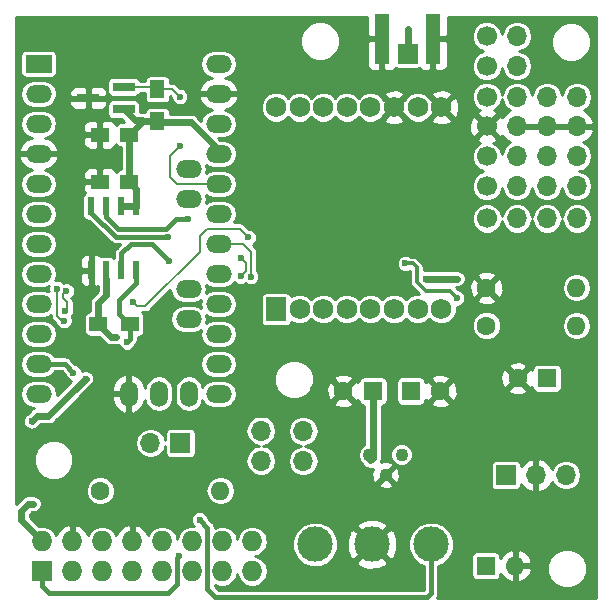
<source format=gbr>
G04 #@! TF.GenerationSoftware,KiCad,Pcbnew,5.0.2-bee76a0~70~ubuntu18.04.1*
G04 #@! TF.CreationDate,2019-05-01T22:15:31+02:00*
G04 #@! TF.ProjectId,EasyPCB_10_RFM69hw,45617379-5043-4425-9f31-305f52464d36,rev?*
G04 #@! TF.SameCoordinates,Original*
G04 #@! TF.FileFunction,Copper,L2,Bot*
G04 #@! TF.FilePolarity,Positive*
%FSLAX46Y46*%
G04 Gerber Fmt 4.6, Leading zero omitted, Abs format (unit mm)*
G04 Created by KiCad (PCBNEW 5.0.2-bee76a0~70~ubuntu18.04.1) date Wed 01 May 2019 10:15:31 PM CEST*
%MOMM*%
%LPD*%
G01*
G04 APERTURE LIST*
G04 #@! TA.AperFunction,ComponentPad*
%ADD10C,1.700000*%
G04 #@! TD*
G04 #@! TA.AperFunction,ComponentPad*
%ADD11O,1.700000X1.700000*%
G04 #@! TD*
G04 #@! TA.AperFunction,ComponentPad*
%ADD12O,1.727200X1.727200*%
G04 #@! TD*
G04 #@! TA.AperFunction,ComponentPad*
%ADD13R,1.727200X1.727200*%
G04 #@! TD*
G04 #@! TA.AperFunction,SMDPad,CuDef*
%ADD14R,1.270000X4.191000*%
G04 #@! TD*
G04 #@! TA.AperFunction,ComponentPad*
%ADD15O,2.199640X1.501140*%
G04 #@! TD*
G04 #@! TA.AperFunction,ComponentPad*
%ADD16R,2.199640X1.501140*%
G04 #@! TD*
G04 #@! TA.AperFunction,ComponentPad*
%ADD17O,1.501140X2.199640*%
G04 #@! TD*
G04 #@! TA.AperFunction,ComponentPad*
%ADD18C,1.600000*%
G04 #@! TD*
G04 #@! TA.AperFunction,ComponentPad*
%ADD19O,1.600000X1.600000*%
G04 #@! TD*
G04 #@! TA.AperFunction,ComponentPad*
%ADD20R,1.700000X1.700000*%
G04 #@! TD*
G04 #@! TA.AperFunction,ComponentPad*
%ADD21R,1.600000X1.600000*%
G04 #@! TD*
G04 #@! TA.AperFunction,ComponentPad*
%ADD22C,3.000000*%
G04 #@! TD*
G04 #@! TA.AperFunction,SMDPad,CuDef*
%ADD23R,1.500000X1.250000*%
G04 #@! TD*
G04 #@! TA.AperFunction,SMDPad,CuDef*
%ADD24R,1.300000X1.500000*%
G04 #@! TD*
G04 #@! TA.AperFunction,SMDPad,CuDef*
%ADD25R,1.900000X0.800000*%
G04 #@! TD*
G04 #@! TA.AperFunction,SMDPad,CuDef*
%ADD26R,1.500000X1.300000*%
G04 #@! TD*
G04 #@! TA.AperFunction,SMDPad,CuDef*
%ADD27R,0.600000X1.550000*%
G04 #@! TD*
G04 #@! TA.AperFunction,ComponentPad*
%ADD28R,1.727200X2.000000*%
G04 #@! TD*
G04 #@! TA.AperFunction,ComponentPad*
%ADD29C,1.727200*%
G04 #@! TD*
G04 #@! TA.AperFunction,ComponentPad*
%ADD30C,1.100000*%
G04 #@! TD*
G04 #@! TA.AperFunction,ViaPad*
%ADD31C,0.600000*%
G04 #@! TD*
G04 #@! TA.AperFunction,Conductor*
%ADD32C,0.600000*%
G04 #@! TD*
G04 #@! TA.AperFunction,Conductor*
%ADD33C,0.200000*%
G04 #@! TD*
G04 #@! TA.AperFunction,Conductor*
%ADD34C,0.400000*%
G04 #@! TD*
G04 #@! TA.AperFunction,Conductor*
%ADD35C,0.300000*%
G04 #@! TD*
G04 #@! TA.AperFunction,Conductor*
%ADD36C,0.254000*%
G04 #@! TD*
G04 APERTURE END LIST*
D10*
G04 #@! TO.P,P7,1*
G04 #@! TO.N,Net-(P7-Pad1)*
X164900000Y-79040000D03*
D11*
G04 #@! TO.P,P7,2*
G04 #@! TO.N,Net-(P7-Pad2)*
X167440000Y-79040000D03*
G04 #@! TO.P,P7,3*
G04 #@! TO.N,Net-(P7-Pad3)*
X169980000Y-79040000D03*
G04 #@! TO.P,P7,4*
G04 #@! TO.N,Net-(P7-Pad4)*
X172520000Y-79040000D03*
G04 #@! TD*
D12*
G04 #@! TO.P,P2,16*
G04 #@! TO.N,A1*
X145034000Y-106375200D03*
G04 #@! TO.P,P2,15*
G04 #@! TO.N,A0*
X145034000Y-108915200D03*
G04 #@! TO.P,P2,14*
G04 #@! TO.N,A4*
X142494000Y-106375200D03*
G04 #@! TO.P,P2,13*
G04 #@! TO.N,A5*
X142494000Y-108915200D03*
G04 #@! TO.P,P2,12*
G04 #@! TO.N,D6*
X139954000Y-106375200D03*
G04 #@! TO.P,P2,11*
G04 #@! TO.N,D5*
X139954000Y-108915200D03*
G04 #@! TO.P,P2,10*
G04 #@! TO.N,D2*
X137414000Y-106375200D03*
G04 #@! TO.P,P2,9*
G04 #@! TO.N,D3*
X137414000Y-108915200D03*
D13*
G04 #@! TO.P,P2,1*
G04 #@! TO.N,RAW*
X127254000Y-108915200D03*
D12*
G04 #@! TO.P,P2,2*
G04 #@! TO.N,+3V3*
X127254000Y-106375200D03*
G04 #@! TO.P,P2,3*
X129794000Y-108915200D03*
G04 #@! TO.P,P2,4*
G04 #@! TO.N,GND*
X129794000Y-106375200D03*
G04 #@! TO.P,P2,5*
G04 #@! TO.N,TX*
X132334000Y-108915200D03*
G04 #@! TO.P,P2,6*
G04 #@! TO.N,RX*
X132334000Y-106375200D03*
G04 #@! TO.P,P2,7*
G04 #@! TO.N,Reset*
X134874000Y-108915200D03*
G04 #@! TO.P,P2,8*
G04 #@! TO.N,GND*
X134874000Y-106375200D03*
G04 #@! TD*
D14*
G04 #@! TO.P,ANT1,2*
G04 #@! TO.N,GND*
X160312100Y-63830200D03*
X156019500Y-63830200D03*
G04 #@! TD*
D15*
G04 #@! TO.P,IC1,28*
G04 #@! TO.N,Net-(IC1-Pad28)*
X139649200Y-84988400D03*
G04 #@! TO.P,IC1,27*
G04 #@! TO.N,Net-(IC1-Pad27)*
X139649200Y-87528400D03*
D16*
G04 #@! TO.P,IC1,1*
G04 #@! TO.N,TX*
X126949200Y-65938400D03*
D15*
G04 #@! TO.P,IC1,2*
G04 #@! TO.N,RX*
X126949200Y-68478400D03*
G04 #@! TO.P,IC1,3*
G04 #@! TO.N,Reset*
X126949200Y-71018400D03*
G04 #@! TO.P,IC1,4*
G04 #@! TO.N,GND*
X126949200Y-73558400D03*
G04 #@! TO.P,IC1,5*
G04 #@! TO.N,D2*
X126949200Y-76098400D03*
G04 #@! TO.P,IC1,6*
G04 #@! TO.N,D3*
X126949200Y-78638400D03*
G04 #@! TO.P,IC1,7*
G04 #@! TO.N,Net-(IC1-Pad7)*
X126949200Y-81178400D03*
G04 #@! TO.P,IC1,8*
G04 #@! TO.N,D5*
X126949200Y-83718400D03*
G04 #@! TO.P,IC1,9*
G04 #@! TO.N,D6*
X126949200Y-86258400D03*
G04 #@! TO.P,IC1,10*
G04 #@! TO.N,Net-(IC1-Pad10)*
X126949200Y-88798400D03*
G04 #@! TO.P,IC1,11*
G04 #@! TO.N,Flash_CS*
X126949200Y-91338400D03*
G04 #@! TO.P,IC1,12*
G04 #@! TO.N,Net-(IC1-Pad12)*
X126949200Y-93878400D03*
G04 #@! TO.P,IC1,13*
G04 #@! TO.N,ss*
X142189200Y-93878400D03*
G04 #@! TO.P,IC1,14*
G04 #@! TO.N,MOSI*
X142189200Y-91338400D03*
G04 #@! TO.P,IC1,15*
G04 #@! TO.N,MISO*
X142189200Y-88798400D03*
G04 #@! TO.P,IC1,16*
G04 #@! TO.N,SCK*
X142189200Y-86258400D03*
G04 #@! TO.P,IC1,17*
G04 #@! TO.N,A0*
X142189200Y-83718400D03*
G04 #@! TO.P,IC1,18*
G04 #@! TO.N,A1*
X142189200Y-81178400D03*
G04 #@! TO.P,IC1,19*
G04 #@! TO.N,Net-(IC1-Pad19)*
X142189200Y-78638400D03*
G04 #@! TO.P,IC1,20*
G04 #@! TO.N,A3*
X142189200Y-76098400D03*
G04 #@! TO.P,IC1,21*
G04 #@! TO.N,+3V3*
X142189200Y-73558400D03*
G04 #@! TO.P,IC1,22*
G04 #@! TO.N,Net-(IC1-Pad22)*
X142189200Y-71018400D03*
G04 #@! TO.P,IC1,23*
G04 #@! TO.N,GND*
X142189200Y-68478400D03*
G04 #@! TO.P,IC1,24*
G04 #@! TO.N,Net-(IC1-Pad24)*
X142189200Y-65938400D03*
G04 #@! TO.P,IC1,25*
G04 #@! TO.N,A4*
X139649200Y-77368400D03*
G04 #@! TO.P,IC1,26*
G04 #@! TO.N,A5*
X139649200Y-74828400D03*
D17*
G04 #@! TO.P,IC1,30*
G04 #@! TO.N,N/C*
X139649200Y-93878400D03*
G04 #@! TO.P,IC1,31*
X137109200Y-93878400D03*
G04 #@! TO.P,IC1,29*
G04 #@! TO.N,GND*
X134569200Y-93878400D03*
G04 #@! TD*
D18*
G04 #@! TO.P,R1,1*
G04 #@! TO.N,+3V3*
X132168900Y-102095300D03*
D19*
G04 #@! TO.P,R1,2*
G04 #@! TO.N,D5*
X142328900Y-102095300D03*
G04 #@! TD*
D18*
G04 #@! TO.P,R3,1*
G04 #@! TO.N,AdvBat*
X164870000Y-88120000D03*
D19*
G04 #@! TO.P,R3,2*
G04 #@! TO.N,A0*
X172490000Y-88120000D03*
G04 #@! TD*
D20*
G04 #@! TO.P,ANT2,1*
G04 #@! TO.N,Net-(ANT1-Pad1)*
X158242000Y-65074800D03*
G04 #@! TD*
D21*
G04 #@! TO.P,C3,1*
G04 #@! TO.N,Net-(C3-Pad1)*
X155255600Y-93649800D03*
D18*
G04 #@! TO.P,C3,2*
G04 #@! TO.N,GND*
X152755600Y-93649800D03*
G04 #@! TD*
D21*
G04 #@! TO.P,C2,1*
G04 #@! TO.N,+3V3*
X158470600Y-93649800D03*
D18*
G04 #@! TO.P,C2,2*
G04 #@! TO.N,GND*
X160970600Y-93649800D03*
G04 #@! TD*
D11*
G04 #@! TO.P,JP1,1*
G04 #@! TO.N,Net-(JP1-Pad1)*
X149352000Y-99568000D03*
G04 #@! TO.P,JP1,2*
G04 #@! TO.N,+3V3*
X149352000Y-97028000D03*
G04 #@! TD*
G04 #@! TO.P,JP2,1*
G04 #@! TO.N,Net-(JP1-Pad1)*
X145757900Y-99542600D03*
G04 #@! TO.P,JP2,2*
G04 #@! TO.N,AdvBat*
X145757900Y-97002600D03*
G04 #@! TD*
D20*
G04 #@! TO.P,JP3,1*
G04 #@! TO.N,Net-(C3-Pad1)*
X138963400Y-98056700D03*
D11*
G04 #@! TO.P,JP3,2*
G04 #@! TO.N,RAW*
X136423400Y-98056700D03*
G04 #@! TD*
D20*
G04 #@! TO.P,U1,1*
G04 #@! TO.N,+3V3*
X166500000Y-100780000D03*
D11*
G04 #@! TO.P,U1,2*
G04 #@! TO.N,GND*
X169040000Y-100780000D03*
G04 #@! TO.P,U1,3*
G04 #@! TO.N,AdvBat*
X171580000Y-100780000D03*
G04 #@! TD*
D21*
G04 #@! TO.P,C1,1*
G04 #@! TO.N,+3V3*
X164820000Y-108450000D03*
D19*
G04 #@! TO.P,C1,2*
G04 #@! TO.N,GND*
X167320000Y-108450000D03*
G04 #@! TD*
D10*
G04 #@! TO.P,P4,1*
G04 #@! TO.N,+3V3*
X164910000Y-68750000D03*
D11*
G04 #@! TO.P,P4,2*
X167450000Y-68750000D03*
G04 #@! TO.P,P4,3*
X169990000Y-68750000D03*
G04 #@! TO.P,P4,4*
X172530000Y-68750000D03*
G04 #@! TD*
D10*
G04 #@! TO.P,P5,1*
G04 #@! TO.N,GND*
X164900000Y-71240000D03*
D11*
G04 #@! TO.P,P5,2*
X167440000Y-71240000D03*
G04 #@! TO.P,P5,3*
X169980000Y-71240000D03*
G04 #@! TO.P,P5,4*
X172520000Y-71240000D03*
G04 #@! TD*
D10*
G04 #@! TO.P,P7,1*
G04 #@! TO.N,N/C*
X164890000Y-76300000D03*
D11*
G04 #@! TO.P,P7,2*
X167430000Y-76300000D03*
G04 #@! TO.P,P7,3*
X169970000Y-76300000D03*
G04 #@! TO.P,P7,4*
X172510000Y-76300000D03*
G04 #@! TD*
D10*
G04 #@! TO.P,P6,1*
G04 #@! TO.N,Net-(P6-Pad1)*
X164890000Y-73780000D03*
D11*
G04 #@! TO.P,P6,2*
G04 #@! TO.N,Net-(P6-Pad2)*
X167430000Y-73780000D03*
G04 #@! TO.P,P6,3*
G04 #@! TO.N,Net-(P6-Pad3)*
X169970000Y-73780000D03*
G04 #@! TO.P,P6,4*
G04 #@! TO.N,Net-(P6-Pad4)*
X172510000Y-73780000D03*
G04 #@! TD*
D10*
G04 #@! TO.P,P9,1*
G04 #@! TO.N,Net-(P9-Pad1)*
X164890000Y-66140000D03*
D11*
G04 #@! TO.P,P9,2*
G04 #@! TO.N,Net-(P9-Pad2)*
X167430000Y-66140000D03*
G04 #@! TD*
D22*
G04 #@! TO.P,P1,3*
G04 #@! TO.N,Net-(JP1-Pad1)*
X150368000Y-106629200D03*
G04 #@! TO.P,P1,1*
G04 #@! TO.N,Net-(C3-Pad1)*
X160178000Y-106629200D03*
G04 #@! TO.P,P1,2*
G04 #@! TO.N,GND*
X155178000Y-106629200D03*
G04 #@! TD*
D18*
G04 #@! TO.P,R2,1*
G04 #@! TO.N,GND*
X164870000Y-84910000D03*
D19*
G04 #@! TO.P,R2,2*
G04 #@! TO.N,A0*
X172490000Y-84910000D03*
G04 #@! TD*
D23*
G04 #@! TO.P,C5,1*
G04 #@! TO.N,+3V3*
X134623760Y-71949120D03*
G04 #@! TO.P,C5,2*
G04 #@! TO.N,GND*
X132123760Y-71949120D03*
G04 #@! TD*
D24*
G04 #@! TO.P,R4,1*
G04 #@! TO.N,A3*
X137003760Y-68089120D03*
G04 #@! TO.P,R4,2*
G04 #@! TO.N,+3V3*
X137003760Y-70789120D03*
G04 #@! TD*
D25*
G04 #@! TO.P,U4,1*
G04 #@! TO.N,A3*
X134143760Y-67899120D03*
G04 #@! TO.P,U4,2*
G04 #@! TO.N,+3V3*
X134143760Y-69799120D03*
G04 #@! TO.P,U4,3*
G04 #@! TO.N,GND*
X131143760Y-68849120D03*
G04 #@! TD*
D21*
G04 #@! TO.P,C4,1*
G04 #@! TO.N,A0*
X170000000Y-92580000D03*
D18*
G04 #@! TO.P,C4,2*
G04 #@! TO.N,GND*
X167500000Y-92580000D03*
G04 #@! TD*
D23*
G04 #@! TO.P,C7,1*
G04 #@! TO.N,+3V3*
X134633760Y-75919120D03*
G04 #@! TO.P,C7,2*
G04 #@! TO.N,GND*
X132133760Y-75919120D03*
G04 #@! TD*
D26*
G04 #@! TO.P,R7,1*
G04 #@! TO.N,Flash_CS*
X134706340Y-87977980D03*
G04 #@! TO.P,R7,2*
G04 #@! TO.N,+3V3*
X132006340Y-87977980D03*
G04 #@! TD*
D27*
G04 #@! TO.P,U5,1*
G04 #@! TO.N,Flash_CS*
X135209280Y-83421220D03*
G04 #@! TO.P,U5,2*
G04 #@! TO.N,MISO*
X133939280Y-83421220D03*
G04 #@! TO.P,U5,3*
G04 #@! TO.N,+3V3*
X132669280Y-83421220D03*
G04 #@! TO.P,U5,4*
G04 #@! TO.N,GND*
X131399280Y-83421220D03*
G04 #@! TO.P,U5,5*
G04 #@! TO.N,MOSI*
X131399280Y-78021220D03*
G04 #@! TO.P,U5,6*
G04 #@! TO.N,SCK*
X132669280Y-78021220D03*
G04 #@! TO.P,U5,7*
G04 #@! TO.N,+3V3*
X133939280Y-78021220D03*
G04 #@! TO.P,U5,8*
X135209280Y-78021220D03*
G04 #@! TD*
D28*
G04 #@! TO.P,U3,1*
G04 #@! TO.N,Net-(U3-Pad1)*
X147041600Y-86726000D03*
D29*
G04 #@! TO.P,U3,2*
G04 #@! TO.N,D2*
X149041600Y-86726000D03*
G04 #@! TO.P,U3,3*
G04 #@! TO.N,Net-(U3-Pad3)*
X151041600Y-86726000D03*
G04 #@! TO.P,U3,4*
G04 #@! TO.N,Net-(U3-Pad4)*
X153041600Y-86726000D03*
G04 #@! TO.P,U3,5*
G04 #@! TO.N,Net-(U3-Pad5)*
X155041600Y-86726000D03*
G04 #@! TO.P,U3,6*
G04 #@! TO.N,Net-(U3-Pad6)*
X157041600Y-86726000D03*
G04 #@! TO.P,U3,7*
G04 #@! TO.N,Net-(U3-Pad7)*
X159041600Y-86726000D03*
G04 #@! TO.P,U3,8*
G04 #@! TO.N,+3V3*
X161041600Y-86726000D03*
G04 #@! TO.P,U3,9*
G04 #@! TO.N,GND*
X161041600Y-69626000D03*
G04 #@! TO.P,U3,10*
G04 #@! TO.N,Net-(ANT1-Pad1)*
X159041600Y-69626000D03*
G04 #@! TO.P,U3,11*
G04 #@! TO.N,GND*
X157041600Y-69626000D03*
G04 #@! TO.P,U3,12*
G04 #@! TO.N,SCK*
X155041600Y-69626000D03*
G04 #@! TO.P,U3,13*
G04 #@! TO.N,MISO*
X153041600Y-69626000D03*
G04 #@! TO.P,U3,14*
G04 #@! TO.N,MOSI*
X151041600Y-69626000D03*
G04 #@! TO.P,U3,15*
G04 #@! TO.N,ss*
X149041600Y-69626000D03*
G04 #@! TO.P,U3,16*
G04 #@! TO.N,Net-(U3-Pad16)*
X147041600Y-69626000D03*
G04 #@! TD*
D30*
G04 #@! TO.P,U2,2*
G04 #@! TO.N,GND*
X156331600Y-100767200D03*
G04 #@! TO.P,U2,3*
G04 #@! TO.N,Net-(C3-Pad1)*
X154956600Y-99067200D03*
G04 #@! TO.P,U2,1*
G04 #@! TO.N,+3V3*
X157681600Y-99042200D03*
G04 #@! TD*
D10*
G04 #@! TO.P,P8,1*
G04 #@! TO.N,Net-(P8-Pad1)*
X164910000Y-63610000D03*
D11*
G04 #@! TO.P,P8,2*
G04 #@! TO.N,Net-(P8-Pad2)*
X167450000Y-63610000D03*
G04 #@! TD*
D31*
G04 #@! TO.N,+3V3*
X130924306Y-92600786D03*
X133507480Y-89054940D03*
X126365000Y-96205040D03*
X126492000Y-103200200D03*
G04 #@! TO.N,RAW*
X138856720Y-107609640D03*
G04 #@! TO.N,D2*
X134945120Y-86123780D03*
X144716500Y-80645000D03*
G04 #@! TO.N,D3*
X129113925Y-87701765D03*
X128508760Y-84988400D03*
G04 #@! TO.N,MOSI*
X137886440Y-80614520D03*
G04 #@! TO.N,MISO*
X137998200Y-82646520D03*
G04 #@! TO.N,SCK*
X139587850Y-79106150D03*
G04 #@! TO.N,A0*
X162350000Y-85770000D03*
X157990540Y-82852260D03*
G04 #@! TO.N,A1*
X144919700Y-83959700D03*
G04 #@! TO.N,A5*
X144045940Y-83939380D03*
X144068800Y-82410300D03*
G04 #@! TO.N,Reset*
X129202180Y-86893400D03*
X129288177Y-85168712D03*
G04 #@! TO.N,Net-(C3-Pad1)*
X140573200Y-104548940D03*
G04 #@! TO.N,A3*
X138922760Y-72928480D03*
X138907520Y-68732400D03*
G04 #@! TO.N,AdvBat*
X162382200Y-84150200D03*
X159727900Y-84150200D03*
G04 #@! TO.N,Flash_CS*
X134424420Y-89512140D03*
X129900680Y-92087700D03*
G04 #@! TD*
D32*
G04 #@! TO.N,+3V3*
X129880360Y-93644720D02*
X127787400Y-95737680D01*
X126365000Y-96205040D02*
X126832360Y-95737680D01*
X126832360Y-95737680D02*
X127787400Y-95737680D01*
X129880360Y-93644720D02*
X129880372Y-93644720D01*
X129880372Y-93644720D02*
X130924306Y-92600786D01*
X133507480Y-89054940D02*
X133083300Y-89054940D01*
X133083300Y-89054940D02*
X132006340Y-87977980D01*
X137003760Y-70789120D02*
X137116200Y-70901560D01*
X142189200Y-73277658D02*
X142189200Y-73558400D01*
X137116200Y-70901560D02*
X139813102Y-70901560D01*
X139813102Y-70901560D02*
X142189200Y-73277658D01*
X141839950Y-73558400D02*
X142189200Y-73558400D01*
X135233760Y-78069120D02*
X135233760Y-76519120D01*
X135233760Y-76519120D02*
X134633760Y-75919120D01*
X134633760Y-75919120D02*
X134633760Y-71959120D01*
X134633760Y-71959120D02*
X134623760Y-71949120D01*
X135073480Y-70728840D02*
X135723480Y-70728840D01*
X135723480Y-70728840D02*
X135783760Y-70789120D01*
X134143760Y-69799120D02*
X135073480Y-70728840D01*
X137003760Y-70789120D02*
X135783760Y-70789120D01*
X135783760Y-70789120D02*
X134623760Y-71949120D01*
X125463300Y-103804636D02*
X125463300Y-104584500D01*
X125463300Y-104584500D02*
X127254000Y-106375200D01*
X126492000Y-103200200D02*
X126067736Y-103200200D01*
X126067736Y-103200200D02*
X125463300Y-103804636D01*
X132006340Y-87977980D02*
X132006340Y-86179660D01*
X132669280Y-85516720D02*
X132669280Y-84169130D01*
X132006340Y-86179660D02*
X132669280Y-85516720D01*
D33*
X133963760Y-77594120D02*
X133963760Y-78069120D01*
D32*
X133939280Y-78021220D02*
X135209280Y-78021220D01*
D33*
G04 #@! TO.N,GND*
X132133760Y-75919120D02*
X132288760Y-75919120D01*
D34*
G04 #@! TO.N,RAW*
X138690399Y-108166509D02*
X138690399Y-107775961D01*
X138690399Y-107775961D02*
X138856720Y-107609640D01*
X137906760Y-110754160D02*
X138690399Y-109970521D01*
X138690399Y-109970521D02*
X138690399Y-108166509D01*
X127829360Y-110754160D02*
X137906760Y-110754160D01*
X127254000Y-108915200D02*
X127254000Y-110178800D01*
X127254000Y-110178800D02*
X127829360Y-110754160D01*
D33*
G04 #@! TO.N,D2*
X135971280Y-86471760D02*
X135293100Y-86471760D01*
X135293100Y-86471760D02*
X134945120Y-86123780D01*
X135971280Y-86471760D02*
X140589000Y-81854040D01*
X143967200Y-79895700D02*
X144716500Y-80645000D01*
X140589000Y-81854040D02*
X140589000Y-80492600D01*
X140589000Y-80492600D02*
X141185900Y-79895700D01*
X141185900Y-79895700D02*
X143967200Y-79895700D01*
G04 #@! TO.N,D3*
X128508760Y-87315040D02*
X128895485Y-87701765D01*
X128895485Y-87701765D02*
X129113925Y-87701765D01*
X128508760Y-84988400D02*
X128508760Y-87315040D01*
D34*
G04 #@! TO.N,MOSI*
X131423760Y-78069120D02*
X131423760Y-78544120D01*
X131423760Y-78544120D02*
X133494160Y-80614520D01*
X133494160Y-80614520D02*
X137886440Y-80614520D01*
G04 #@! TO.N,MISO*
X133963760Y-83469120D02*
X133963760Y-81989580D01*
X133963760Y-81989580D02*
X134738810Y-81214530D01*
X134738810Y-81214530D02*
X136566210Y-81214530D01*
X136566210Y-81214530D02*
X137408920Y-82057240D01*
X137408920Y-82057240D02*
X137998200Y-82646520D01*
G04 #@! TO.N,SCK*
X133642701Y-79914519D02*
X132669280Y-78941098D01*
X132669280Y-78941098D02*
X132669280Y-78021220D01*
X137763481Y-79914519D02*
X133642701Y-79914519D01*
X139587850Y-79106150D02*
X138571850Y-79106150D01*
X138571850Y-79106150D02*
X137763481Y-79914519D01*
D35*
G04 #@! TO.N,A0*
X159734026Y-85217000D02*
X161797000Y-85217000D01*
X161797000Y-85217000D02*
X162350000Y-85770000D01*
X158977890Y-83186830D02*
X158643320Y-82852260D01*
X158643320Y-82852260D02*
X157990540Y-82852260D01*
X158977890Y-83250910D02*
X158977890Y-83186830D01*
X158977890Y-83250910D02*
X158978600Y-83250200D01*
X159734026Y-85217000D02*
X158977890Y-84460864D01*
X158977890Y-84460864D02*
X158977890Y-83250910D01*
D33*
G04 #@! TO.N,A1*
X144919700Y-81864200D02*
X144233900Y-81178400D01*
X144233900Y-81178400D02*
X142189200Y-81178400D01*
X144919700Y-83959700D02*
X144919700Y-81864200D01*
G04 #@! TO.N,A5*
X144475200Y-82816700D02*
X144475200Y-83510120D01*
X144475200Y-83510120D02*
X144045940Y-83939380D01*
X144068800Y-82410300D02*
X144475200Y-82816700D01*
G04 #@! TO.N,Reset*
X129379980Y-86715600D02*
X129379980Y-86151720D01*
X129288177Y-85168712D02*
X128988178Y-85468711D01*
X128988178Y-85468711D02*
X128988178Y-85759918D01*
X128988178Y-85759918D02*
X129379980Y-86151720D01*
X129202180Y-86893400D02*
X129379980Y-86715600D01*
D34*
G04 #@! TO.N,Net-(C3-Pad1)*
X140573200Y-104548940D02*
X141230399Y-105206139D01*
X141230399Y-105206139D02*
X141230399Y-110394799D01*
X141230399Y-110394799D02*
X141925040Y-111089440D01*
X141925040Y-111089440D02*
X159811720Y-111089440D01*
X159811720Y-111089440D02*
X160178000Y-110723160D01*
X160178000Y-110723160D02*
X160178000Y-106629200D01*
D32*
X155255600Y-93649800D02*
X155255600Y-99303200D01*
X155255600Y-99303200D02*
X155041600Y-99517200D01*
G04 #@! TO.N,Net-(ANT1-Pad1)*
X158240000Y-62980000D02*
X158240000Y-65072800D01*
X158240000Y-65072800D02*
X158242000Y-65074800D01*
D33*
G04 #@! TO.N,A3*
X138109960Y-75559920D02*
X138109960Y-73741280D01*
X138109960Y-73741280D02*
X138922760Y-72928480D01*
X138648440Y-76098400D02*
X138109960Y-75559920D01*
X142189200Y-76098400D02*
X138648440Y-76098400D01*
X137003760Y-68089120D02*
X138264240Y-68089120D01*
X138264240Y-68089120D02*
X138907520Y-68732400D01*
X134143760Y-67899120D02*
X136813760Y-67899120D01*
X136813760Y-67899120D02*
X137003760Y-68089120D01*
X137003760Y-68089120D02*
X137003760Y-68189120D01*
D32*
G04 #@! TO.N,AdvBat*
X159727900Y-84150200D02*
X162382200Y-84150200D01*
D34*
G04 #@! TO.N,Flash_CS*
X135209280Y-84490560D02*
X135209280Y-83421220D01*
X133779260Y-87160100D02*
X133779260Y-85920580D01*
X133779260Y-85920580D02*
X135209280Y-84490560D01*
X134597140Y-87977980D02*
X133779260Y-87160100D01*
X134706340Y-87977980D02*
X134597140Y-87977980D01*
X134706340Y-88889021D02*
X134706340Y-89230220D01*
X134706340Y-89230220D02*
X134424420Y-89512140D01*
X129900680Y-92087700D02*
X129151380Y-91338400D01*
X129151380Y-91338400D02*
X126949200Y-91338400D01*
X134706340Y-87977980D02*
X134706340Y-88889021D01*
X134706340Y-87977980D02*
X134606340Y-87977980D01*
X134606340Y-87977980D02*
X134261860Y-87633500D01*
G04 #@! TD*
D36*
G04 #@! TO.N,GND*
G36*
X154749500Y-63544450D02*
X154908250Y-63703200D01*
X155892500Y-63703200D01*
X155892500Y-63683200D01*
X156146500Y-63683200D01*
X156146500Y-63703200D01*
X156166500Y-63703200D01*
X156166500Y-63957200D01*
X156146500Y-63957200D01*
X156146500Y-66401950D01*
X156305250Y-66560700D01*
X156780809Y-66560700D01*
X157014198Y-66464027D01*
X157180918Y-66297308D01*
X157225393Y-66327025D01*
X157392000Y-66360165D01*
X159092000Y-66360165D01*
X159193375Y-66340000D01*
X159317402Y-66464027D01*
X159550791Y-66560700D01*
X160026350Y-66560700D01*
X160185100Y-66401950D01*
X160185100Y-63957200D01*
X160439100Y-63957200D01*
X160439100Y-66401950D01*
X160597850Y-66560700D01*
X161073409Y-66560700D01*
X161306798Y-66464027D01*
X161485427Y-66285399D01*
X161582100Y-66052010D01*
X161582100Y-65885989D01*
X163613000Y-65885989D01*
X163613000Y-66394011D01*
X163807412Y-66863362D01*
X164166638Y-67222588D01*
X164635989Y-67417000D01*
X165144011Y-67417000D01*
X165613362Y-67222588D01*
X165972588Y-66863362D01*
X166167000Y-66394011D01*
X166167000Y-66336152D01*
X166227093Y-66638260D01*
X166509335Y-67060665D01*
X166931740Y-67342907D01*
X167304231Y-67417000D01*
X167555769Y-67417000D01*
X167928260Y-67342907D01*
X168350665Y-67060665D01*
X168632907Y-66638260D01*
X168732017Y-66140000D01*
X168632907Y-65641740D01*
X168350665Y-65219335D01*
X167928260Y-64937093D01*
X167626097Y-64876989D01*
X167948260Y-64812907D01*
X168370665Y-64530665D01*
X168652907Y-64108260D01*
X168720902Y-63766424D01*
X170353000Y-63766424D01*
X170353000Y-64433576D01*
X170608308Y-65049944D01*
X171080056Y-65521692D01*
X171696424Y-65777000D01*
X172363576Y-65777000D01*
X172979944Y-65521692D01*
X173451692Y-65049944D01*
X173707000Y-64433576D01*
X173707000Y-63766424D01*
X173451692Y-63150056D01*
X172979944Y-62678308D01*
X172363576Y-62423000D01*
X171696424Y-62423000D01*
X171080056Y-62678308D01*
X170608308Y-63150056D01*
X170353000Y-63766424D01*
X168720902Y-63766424D01*
X168752017Y-63610000D01*
X168652907Y-63111740D01*
X168370665Y-62689335D01*
X167948260Y-62407093D01*
X167575769Y-62333000D01*
X167324231Y-62333000D01*
X166951740Y-62407093D01*
X166529335Y-62689335D01*
X166247093Y-63111740D01*
X166187000Y-63413848D01*
X166187000Y-63355989D01*
X165992588Y-62886638D01*
X165633362Y-62527412D01*
X165164011Y-62333000D01*
X164655989Y-62333000D01*
X164186638Y-62527412D01*
X163827412Y-62886638D01*
X163633000Y-63355989D01*
X163633000Y-63864011D01*
X163827412Y-64333362D01*
X164186638Y-64692588D01*
X164617019Y-64870858D01*
X164166638Y-65057412D01*
X163807412Y-65416638D01*
X163613000Y-65885989D01*
X161582100Y-65885989D01*
X161582100Y-64115950D01*
X161423350Y-63957200D01*
X160439100Y-63957200D01*
X160185100Y-63957200D01*
X160165100Y-63957200D01*
X160165100Y-63703200D01*
X160185100Y-63703200D01*
X160185100Y-63683200D01*
X160439100Y-63683200D01*
X160439100Y-63703200D01*
X161423350Y-63703200D01*
X161582100Y-63544450D01*
X161582100Y-62012000D01*
X174108000Y-62012000D01*
X174108001Y-111138000D01*
X160654898Y-111138000D01*
X160768620Y-110967803D01*
X160805000Y-110784910D01*
X160805000Y-110784907D01*
X160817282Y-110723161D01*
X160805000Y-110661415D01*
X160805000Y-108455258D01*
X161269558Y-108262832D01*
X161811632Y-107720758D01*
X161840940Y-107650000D01*
X163584635Y-107650000D01*
X163584635Y-109250000D01*
X163617775Y-109416607D01*
X163712150Y-109557850D01*
X163853393Y-109652225D01*
X164020000Y-109685365D01*
X165620000Y-109685365D01*
X165786607Y-109652225D01*
X165927850Y-109557850D01*
X166022225Y-109416607D01*
X166055365Y-109250000D01*
X166055365Y-109106314D01*
X166088959Y-109187423D01*
X166464866Y-109602389D01*
X166970959Y-109841914D01*
X167193000Y-109720629D01*
X167193000Y-108577000D01*
X167447000Y-108577000D01*
X167447000Y-109720629D01*
X167669041Y-109841914D01*
X168175134Y-109602389D01*
X168551041Y-109187423D01*
X168711904Y-108799039D01*
X168589915Y-108577000D01*
X167447000Y-108577000D01*
X167193000Y-108577000D01*
X167173000Y-108577000D01*
X167173000Y-108342864D01*
X170009220Y-108342864D01*
X170009220Y-109010016D01*
X170264528Y-109626384D01*
X170736276Y-110098132D01*
X171352644Y-110353440D01*
X172019796Y-110353440D01*
X172636164Y-110098132D01*
X173107912Y-109626384D01*
X173363220Y-109010016D01*
X173363220Y-108342864D01*
X173107912Y-107726496D01*
X172636164Y-107254748D01*
X172019796Y-106999440D01*
X171352644Y-106999440D01*
X170736276Y-107254748D01*
X170264528Y-107726496D01*
X170009220Y-108342864D01*
X167173000Y-108342864D01*
X167173000Y-108323000D01*
X167193000Y-108323000D01*
X167193000Y-107179371D01*
X167447000Y-107179371D01*
X167447000Y-108323000D01*
X168589915Y-108323000D01*
X168711904Y-108100961D01*
X168551041Y-107712577D01*
X168175134Y-107297611D01*
X167669041Y-107058086D01*
X167447000Y-107179371D01*
X167193000Y-107179371D01*
X166970959Y-107058086D01*
X166464866Y-107297611D01*
X166088959Y-107712577D01*
X166055365Y-107793686D01*
X166055365Y-107650000D01*
X166022225Y-107483393D01*
X165927850Y-107342150D01*
X165786607Y-107247775D01*
X165620000Y-107214635D01*
X164020000Y-107214635D01*
X163853393Y-107247775D01*
X163712150Y-107342150D01*
X163617775Y-107483393D01*
X163584635Y-107650000D01*
X161840940Y-107650000D01*
X162105000Y-107012504D01*
X162105000Y-106245896D01*
X161811632Y-105537642D01*
X161269558Y-104995568D01*
X160561304Y-104702200D01*
X159794696Y-104702200D01*
X159086442Y-104995568D01*
X158544368Y-105537642D01*
X158251000Y-106245896D01*
X158251000Y-107012504D01*
X158544368Y-107720758D01*
X159086442Y-108262832D01*
X159551001Y-108455258D01*
X159551000Y-110462440D01*
X142184751Y-110462440D01*
X141857399Y-110135088D01*
X141857399Y-110042027D01*
X141990433Y-110130918D01*
X142366889Y-110205800D01*
X142621111Y-110205800D01*
X142997567Y-110130918D01*
X143424470Y-109845670D01*
X143709718Y-109418767D01*
X143764000Y-109145874D01*
X143818282Y-109418767D01*
X144103530Y-109845670D01*
X144530433Y-110130918D01*
X144906889Y-110205800D01*
X145161111Y-110205800D01*
X145537567Y-110130918D01*
X145964470Y-109845670D01*
X146249718Y-109418767D01*
X146349884Y-108915200D01*
X146249718Y-108411633D01*
X145964470Y-107984730D01*
X145537567Y-107699482D01*
X145264674Y-107645200D01*
X145537567Y-107590918D01*
X145964470Y-107305670D01*
X146249718Y-106878767D01*
X146349884Y-106375200D01*
X146324164Y-106245896D01*
X148441000Y-106245896D01*
X148441000Y-107012504D01*
X148734368Y-107720758D01*
X149276442Y-108262832D01*
X149984696Y-108556200D01*
X150751304Y-108556200D01*
X151459558Y-108262832D01*
X151579220Y-108143170D01*
X153843635Y-108143170D01*
X154003418Y-108461939D01*
X154794187Y-108771923D01*
X155643387Y-108755697D01*
X156352582Y-108461939D01*
X156512365Y-108143170D01*
X155178000Y-106808805D01*
X153843635Y-108143170D01*
X151579220Y-108143170D01*
X152001632Y-107720758D01*
X152295000Y-107012504D01*
X152295000Y-106245896D01*
X152294790Y-106245387D01*
X153035277Y-106245387D01*
X153051503Y-107094587D01*
X153345261Y-107803782D01*
X153664030Y-107963565D01*
X154998395Y-106629200D01*
X155357605Y-106629200D01*
X156691970Y-107963565D01*
X157010739Y-107803782D01*
X157320723Y-107013013D01*
X157304497Y-106163813D01*
X157010739Y-105454618D01*
X156691970Y-105294835D01*
X155357605Y-106629200D01*
X154998395Y-106629200D01*
X153664030Y-105294835D01*
X153345261Y-105454618D01*
X153035277Y-106245387D01*
X152294790Y-106245387D01*
X152001632Y-105537642D01*
X151579220Y-105115230D01*
X153843635Y-105115230D01*
X155178000Y-106449595D01*
X156512365Y-105115230D01*
X156352582Y-104796461D01*
X155561813Y-104486477D01*
X154712613Y-104502703D01*
X154003418Y-104796461D01*
X153843635Y-105115230D01*
X151579220Y-105115230D01*
X151459558Y-104995568D01*
X150751304Y-104702200D01*
X149984696Y-104702200D01*
X149276442Y-104995568D01*
X148734368Y-105537642D01*
X148441000Y-106245896D01*
X146324164Y-106245896D01*
X146249718Y-105871633D01*
X145964470Y-105444730D01*
X145537567Y-105159482D01*
X145161111Y-105084600D01*
X144906889Y-105084600D01*
X144530433Y-105159482D01*
X144103530Y-105444730D01*
X143818282Y-105871633D01*
X143764000Y-106144526D01*
X143709718Y-105871633D01*
X143424470Y-105444730D01*
X142997567Y-105159482D01*
X142621111Y-105084600D01*
X142366889Y-105084600D01*
X141990433Y-105159482D01*
X141861875Y-105245382D01*
X141869681Y-105206139D01*
X141857399Y-105144393D01*
X141857399Y-105144389D01*
X141821019Y-104961496D01*
X141682440Y-104754098D01*
X141630090Y-104719119D01*
X141289521Y-104378550D01*
X141189521Y-104137127D01*
X140985013Y-103932619D01*
X140717809Y-103821940D01*
X140428591Y-103821940D01*
X140161387Y-103932619D01*
X139956879Y-104137127D01*
X139846200Y-104404331D01*
X139846200Y-104693549D01*
X139956879Y-104960753D01*
X140080726Y-105084600D01*
X139826889Y-105084600D01*
X139450433Y-105159482D01*
X139023530Y-105444730D01*
X138738282Y-105871633D01*
X138684000Y-106144526D01*
X138629718Y-105871633D01*
X138344470Y-105444730D01*
X137917567Y-105159482D01*
X137541111Y-105084600D01*
X137286889Y-105084600D01*
X136910433Y-105159482D01*
X136483530Y-105444730D01*
X136235277Y-105816267D01*
X136080821Y-105486710D01*
X135648947Y-105092512D01*
X135233026Y-104920242D01*
X135001000Y-105041383D01*
X135001000Y-106248200D01*
X135021000Y-106248200D01*
X135021000Y-106502200D01*
X135001000Y-106502200D01*
X135001000Y-106522200D01*
X134747000Y-106522200D01*
X134747000Y-106502200D01*
X134727000Y-106502200D01*
X134727000Y-106248200D01*
X134747000Y-106248200D01*
X134747000Y-105041383D01*
X134514974Y-104920242D01*
X134099053Y-105092512D01*
X133667179Y-105486710D01*
X133512723Y-105816267D01*
X133264470Y-105444730D01*
X132837567Y-105159482D01*
X132461111Y-105084600D01*
X132206889Y-105084600D01*
X131830433Y-105159482D01*
X131403530Y-105444730D01*
X131155277Y-105816267D01*
X131000821Y-105486710D01*
X130568947Y-105092512D01*
X130153026Y-104920242D01*
X129921000Y-105041383D01*
X129921000Y-106248200D01*
X129941000Y-106248200D01*
X129941000Y-106502200D01*
X129921000Y-106502200D01*
X129921000Y-106522200D01*
X129667000Y-106522200D01*
X129667000Y-106502200D01*
X129647000Y-106502200D01*
X129647000Y-106248200D01*
X129667000Y-106248200D01*
X129667000Y-105041383D01*
X129434974Y-104920242D01*
X129019053Y-105092512D01*
X128587179Y-105486710D01*
X128432723Y-105816267D01*
X128184470Y-105444730D01*
X127757567Y-105159482D01*
X127381111Y-105084600D01*
X127126889Y-105084600D01*
X127013990Y-105107057D01*
X126190300Y-104283368D01*
X126190300Y-104105769D01*
X126368869Y-103927200D01*
X126636609Y-103927200D01*
X126704063Y-103899260D01*
X126775661Y-103885018D01*
X126836358Y-103844462D01*
X126903813Y-103816521D01*
X126955442Y-103764892D01*
X127016137Y-103724337D01*
X127056692Y-103663642D01*
X127108321Y-103612013D01*
X127136262Y-103544558D01*
X127176818Y-103483861D01*
X127191060Y-103412263D01*
X127219000Y-103344809D01*
X127219000Y-103271799D01*
X127233242Y-103200200D01*
X127219000Y-103128601D01*
X127219000Y-103055591D01*
X127191060Y-102988137D01*
X127176818Y-102916539D01*
X127136262Y-102855842D01*
X127108321Y-102788387D01*
X127056692Y-102736758D01*
X127016137Y-102676063D01*
X126955442Y-102635508D01*
X126903813Y-102583879D01*
X126836358Y-102555938D01*
X126775661Y-102515382D01*
X126704063Y-102501140D01*
X126636609Y-102473200D01*
X126139331Y-102473200D01*
X126067736Y-102458959D01*
X125996141Y-102473200D01*
X125996137Y-102473200D01*
X125784075Y-102515382D01*
X125604297Y-102635505D01*
X125604294Y-102635508D01*
X125543599Y-102676063D01*
X125503043Y-102736759D01*
X125042000Y-103197804D01*
X125042000Y-101851235D01*
X130941900Y-101851235D01*
X130941900Y-102339365D01*
X131128700Y-102790339D01*
X131473861Y-103135500D01*
X131924835Y-103322300D01*
X132412965Y-103322300D01*
X132863939Y-103135500D01*
X133209100Y-102790339D01*
X133395900Y-102339365D01*
X133395900Y-102095300D01*
X141077862Y-102095300D01*
X141173092Y-102574052D01*
X141444283Y-102979917D01*
X141850148Y-103251108D01*
X142208053Y-103322300D01*
X142449747Y-103322300D01*
X142807652Y-103251108D01*
X143213517Y-102979917D01*
X143484708Y-102574052D01*
X143579938Y-102095300D01*
X143484708Y-101616548D01*
X143469397Y-101593633D01*
X155684772Y-101593633D01*
X155728108Y-101813901D01*
X156174601Y-101965172D01*
X156644996Y-101934063D01*
X156935092Y-101813901D01*
X156978428Y-101593633D01*
X156331600Y-100946805D01*
X155684772Y-101593633D01*
X143469397Y-101593633D01*
X143213517Y-101210683D01*
X142807652Y-100939492D01*
X142449747Y-100868300D01*
X142208053Y-100868300D01*
X141850148Y-100939492D01*
X141444283Y-101210683D01*
X141173092Y-101616548D01*
X141077862Y-102095300D01*
X133395900Y-102095300D01*
X133395900Y-101851235D01*
X133209100Y-101400261D01*
X132863939Y-101055100D01*
X132412965Y-100868300D01*
X131924835Y-100868300D01*
X131473861Y-101055100D01*
X131128700Y-101400261D01*
X130941900Y-101851235D01*
X125042000Y-101851235D01*
X125042000Y-99132824D01*
X126542200Y-99132824D01*
X126542200Y-99799976D01*
X126797508Y-100416344D01*
X127269256Y-100888092D01*
X127885624Y-101143400D01*
X128552776Y-101143400D01*
X129169144Y-100888092D01*
X129640892Y-100416344D01*
X129896200Y-99799976D01*
X129896200Y-99132824D01*
X129640892Y-98516456D01*
X129181136Y-98056700D01*
X135121383Y-98056700D01*
X135220493Y-98554960D01*
X135502735Y-98977365D01*
X135925140Y-99259607D01*
X136297631Y-99333700D01*
X136549169Y-99333700D01*
X136921660Y-99259607D01*
X137344065Y-98977365D01*
X137626307Y-98554960D01*
X137678035Y-98294906D01*
X137678035Y-98906700D01*
X137711175Y-99073307D01*
X137805550Y-99214550D01*
X137946793Y-99308925D01*
X138113400Y-99342065D01*
X139813400Y-99342065D01*
X139980007Y-99308925D01*
X140121250Y-99214550D01*
X140215625Y-99073307D01*
X140248765Y-98906700D01*
X140248765Y-97206700D01*
X140215625Y-97040093D01*
X140190574Y-97002600D01*
X144455883Y-97002600D01*
X144554993Y-97500860D01*
X144837235Y-97923265D01*
X145259640Y-98205507D01*
X145596940Y-98272600D01*
X145259640Y-98339693D01*
X144837235Y-98621935D01*
X144554993Y-99044340D01*
X144455883Y-99542600D01*
X144554993Y-100040860D01*
X144837235Y-100463265D01*
X145259640Y-100745507D01*
X145632131Y-100819600D01*
X145883669Y-100819600D01*
X146256160Y-100745507D01*
X146678565Y-100463265D01*
X146960807Y-100040860D01*
X147059917Y-99542600D01*
X146960807Y-99044340D01*
X146678565Y-98621935D01*
X146256160Y-98339693D01*
X145918860Y-98272600D01*
X146256160Y-98205507D01*
X146678565Y-97923265D01*
X146960807Y-97500860D01*
X147054864Y-97028000D01*
X148049983Y-97028000D01*
X148149093Y-97526260D01*
X148431335Y-97948665D01*
X148853740Y-98230907D01*
X149191040Y-98298000D01*
X148853740Y-98365093D01*
X148431335Y-98647335D01*
X148149093Y-99069740D01*
X148049983Y-99568000D01*
X148149093Y-100066260D01*
X148431335Y-100488665D01*
X148853740Y-100770907D01*
X149226231Y-100845000D01*
X149477769Y-100845000D01*
X149850260Y-100770907D01*
X150272665Y-100488665D01*
X150554907Y-100066260D01*
X150654017Y-99568000D01*
X150554907Y-99069740D01*
X150272665Y-98647335D01*
X149850260Y-98365093D01*
X149512960Y-98298000D01*
X149850260Y-98230907D01*
X150272665Y-97948665D01*
X150554907Y-97526260D01*
X150654017Y-97028000D01*
X150554907Y-96529740D01*
X150272665Y-96107335D01*
X149850260Y-95825093D01*
X149477769Y-95751000D01*
X149226231Y-95751000D01*
X148853740Y-95825093D01*
X148431335Y-96107335D01*
X148149093Y-96529740D01*
X148049983Y-97028000D01*
X147054864Y-97028000D01*
X147059917Y-97002600D01*
X146960807Y-96504340D01*
X146678565Y-96081935D01*
X146256160Y-95799693D01*
X145883669Y-95725600D01*
X145632131Y-95725600D01*
X145259640Y-95799693D01*
X144837235Y-96081935D01*
X144554993Y-96504340D01*
X144455883Y-97002600D01*
X140190574Y-97002600D01*
X140121250Y-96898850D01*
X139980007Y-96804475D01*
X139813400Y-96771335D01*
X138113400Y-96771335D01*
X137946793Y-96804475D01*
X137805550Y-96898850D01*
X137711175Y-97040093D01*
X137678035Y-97206700D01*
X137678035Y-97818494D01*
X137626307Y-97558440D01*
X137344065Y-97136035D01*
X136921660Y-96853793D01*
X136549169Y-96779700D01*
X136297631Y-96779700D01*
X135925140Y-96853793D01*
X135502735Y-97136035D01*
X135220493Y-97558440D01*
X135121383Y-98056700D01*
X129181136Y-98056700D01*
X129169144Y-98044708D01*
X128552776Y-97789400D01*
X127885624Y-97789400D01*
X127269256Y-98044708D01*
X126797508Y-98516456D01*
X126542200Y-99132824D01*
X125042000Y-99132824D01*
X125042000Y-91338400D01*
X125399311Y-91338400D01*
X125490704Y-91797865D01*
X125750970Y-92187380D01*
X126140485Y-92447646D01*
X126483974Y-92515970D01*
X127414426Y-92515970D01*
X127757915Y-92447646D01*
X128147430Y-92187380D01*
X128295753Y-91965400D01*
X128891669Y-91965400D01*
X129184359Y-92258091D01*
X129284359Y-92499513D01*
X129488867Y-92704021D01*
X129703878Y-92793081D01*
X129416960Y-93080000D01*
X129356223Y-93120583D01*
X129315666Y-93181282D01*
X128469427Y-94027520D01*
X128499089Y-93878400D01*
X128407696Y-93418935D01*
X128147430Y-93029420D01*
X127757915Y-92769154D01*
X127414426Y-92700830D01*
X126483974Y-92700830D01*
X126140485Y-92769154D01*
X125750970Y-93029420D01*
X125490704Y-93418935D01*
X125399311Y-93878400D01*
X125490704Y-94337865D01*
X125750970Y-94727380D01*
X126140485Y-94987646D01*
X126483974Y-95055970D01*
X126544048Y-95055970D01*
X126308223Y-95213543D01*
X126267665Y-95274242D01*
X125953190Y-95588718D01*
X125953187Y-95588719D01*
X125748679Y-95793227D01*
X125720737Y-95860685D01*
X125680182Y-95921380D01*
X125665941Y-95992975D01*
X125638000Y-96060431D01*
X125638000Y-96133445D01*
X125623759Y-96205040D01*
X125638000Y-96276635D01*
X125638000Y-96349649D01*
X125665941Y-96417105D01*
X125680182Y-96488700D01*
X125720737Y-96549396D01*
X125748679Y-96616853D01*
X125800308Y-96668482D01*
X125840863Y-96729177D01*
X125901558Y-96769732D01*
X125953187Y-96821361D01*
X126020644Y-96849303D01*
X126081340Y-96889858D01*
X126152935Y-96904099D01*
X126220391Y-96932040D01*
X126293405Y-96932040D01*
X126365000Y-96946281D01*
X126436595Y-96932040D01*
X126509609Y-96932040D01*
X126577065Y-96904099D01*
X126648660Y-96889858D01*
X126709355Y-96849303D01*
X126776813Y-96821361D01*
X126981321Y-96616853D01*
X126981322Y-96616850D01*
X127133493Y-96464680D01*
X127715805Y-96464680D01*
X127787400Y-96478921D01*
X127858995Y-96464680D01*
X127858999Y-96464680D01*
X128071061Y-96422498D01*
X128311537Y-96261817D01*
X128352096Y-96201116D01*
X130343774Y-94209439D01*
X130404509Y-94168857D01*
X130445068Y-94108156D01*
X130547824Y-94005400D01*
X133183630Y-94005400D01*
X133183630Y-94354650D01*
X133337701Y-94875217D01*
X133679256Y-95297198D01*
X134156297Y-95556350D01*
X134227925Y-95570533D01*
X134442200Y-95447879D01*
X134442200Y-94005400D01*
X133183630Y-94005400D01*
X130547824Y-94005400D01*
X131151075Y-93402150D01*
X133183630Y-93402150D01*
X133183630Y-93751400D01*
X134442200Y-93751400D01*
X134442200Y-92308921D01*
X134696200Y-92308921D01*
X134696200Y-93751400D01*
X134716200Y-93751400D01*
X134716200Y-94005400D01*
X134696200Y-94005400D01*
X134696200Y-95447879D01*
X134910475Y-95570533D01*
X134982103Y-95556350D01*
X135459144Y-95297198D01*
X135800699Y-94875217D01*
X135942242Y-94396977D01*
X135999954Y-94687114D01*
X136260220Y-95076630D01*
X136649735Y-95336896D01*
X137109200Y-95428289D01*
X137568664Y-95336896D01*
X137958180Y-95076630D01*
X138218446Y-94687115D01*
X138286770Y-94343626D01*
X138286770Y-93413175D01*
X138286770Y-93413174D01*
X138471630Y-93413174D01*
X138471630Y-94343625D01*
X138539954Y-94687114D01*
X138800220Y-95076630D01*
X139189735Y-95336896D01*
X139649200Y-95428289D01*
X140108664Y-95336896D01*
X140498180Y-95076630D01*
X140758446Y-94687115D01*
X140805615Y-94449978D01*
X140990970Y-94727380D01*
X141380485Y-94987646D01*
X141723974Y-95055970D01*
X142654426Y-95055970D01*
X142997915Y-94987646D01*
X143387430Y-94727380D01*
X143434092Y-94657545D01*
X151927461Y-94657545D01*
X152001595Y-94903664D01*
X152538823Y-95096765D01*
X153109054Y-95069578D01*
X153509605Y-94903664D01*
X153583739Y-94657545D01*
X152755600Y-93829405D01*
X151927461Y-94657545D01*
X143434092Y-94657545D01*
X143647696Y-94337865D01*
X143739089Y-93878400D01*
X143647696Y-93418935D01*
X143387430Y-93029420D01*
X142997915Y-92769154D01*
X142654426Y-92700830D01*
X141723974Y-92700830D01*
X141380485Y-92769154D01*
X140990970Y-93029420D01*
X140805615Y-93306822D01*
X140758446Y-93069685D01*
X140498180Y-92680170D01*
X140108665Y-92419904D01*
X139649200Y-92328511D01*
X139189736Y-92419904D01*
X138800221Y-92680170D01*
X138539954Y-93069685D01*
X138471630Y-93413174D01*
X138286770Y-93413174D01*
X138218446Y-93069685D01*
X137958180Y-92680170D01*
X137568665Y-92419904D01*
X137109200Y-92328511D01*
X136649736Y-92419904D01*
X136260221Y-92680170D01*
X135999954Y-93069685D01*
X135942242Y-93359822D01*
X135800699Y-92881583D01*
X135459144Y-92459602D01*
X134982103Y-92200450D01*
X134910475Y-92186267D01*
X134696200Y-92308921D01*
X134442200Y-92308921D01*
X134227925Y-92186267D01*
X134156297Y-92200450D01*
X133679256Y-92459602D01*
X133337701Y-92881583D01*
X133183630Y-93402150D01*
X131151075Y-93402150D01*
X131489001Y-93064225D01*
X131540627Y-93012599D01*
X131568567Y-92945145D01*
X131609124Y-92884447D01*
X131623365Y-92812850D01*
X131651306Y-92745395D01*
X131651306Y-92672381D01*
X131665547Y-92600786D01*
X131651306Y-92529191D01*
X131651306Y-92456177D01*
X131623365Y-92388722D01*
X131609124Y-92317125D01*
X131568568Y-92256428D01*
X131540627Y-92188973D01*
X131488998Y-92137344D01*
X131448443Y-92076649D01*
X131387748Y-92036094D01*
X131336119Y-91984465D01*
X131268664Y-91956524D01*
X131207967Y-91915968D01*
X131136370Y-91901727D01*
X131068915Y-91873786D01*
X130995901Y-91873786D01*
X130924306Y-91859545D01*
X130852711Y-91873786D01*
X130779697Y-91873786D01*
X130712242Y-91901727D01*
X130640645Y-91915968D01*
X130621691Y-91928632D01*
X130517001Y-91675887D01*
X130312493Y-91471379D01*
X130071071Y-91371379D01*
X130038092Y-91338400D01*
X140639311Y-91338400D01*
X140730704Y-91797865D01*
X140990970Y-92187380D01*
X141380485Y-92447646D01*
X141723974Y-92515970D01*
X142654426Y-92515970D01*
X142997915Y-92447646D01*
X143169129Y-92333244D01*
X146879980Y-92333244D01*
X146879980Y-93000396D01*
X147135288Y-93616764D01*
X147607036Y-94088512D01*
X148223404Y-94343820D01*
X148890556Y-94343820D01*
X149506924Y-94088512D01*
X149978672Y-93616764D01*
X150054780Y-93433023D01*
X151308635Y-93433023D01*
X151335822Y-94003254D01*
X151501736Y-94403805D01*
X151747855Y-94477939D01*
X152575995Y-93649800D01*
X152935205Y-93649800D01*
X153763345Y-94477939D01*
X154009464Y-94403805D01*
X154020235Y-94373839D01*
X154020235Y-94449800D01*
X154053375Y-94616407D01*
X154147750Y-94757650D01*
X154288993Y-94852025D01*
X154455600Y-94885165D01*
X154528600Y-94885165D01*
X154528601Y-98186986D01*
X154403174Y-98238939D01*
X154128339Y-98513774D01*
X153979600Y-98872863D01*
X153979600Y-99261537D01*
X154128339Y-99620626D01*
X154403174Y-99895461D01*
X154426428Y-99905093D01*
X154517463Y-100041337D01*
X154757940Y-100202018D01*
X155041600Y-100258441D01*
X155268065Y-100213395D01*
X155133628Y-100610201D01*
X155164737Y-101080596D01*
X155284899Y-101370692D01*
X155505167Y-101414028D01*
X156151995Y-100767200D01*
X156511205Y-100767200D01*
X157158033Y-101414028D01*
X157378301Y-101370692D01*
X157529572Y-100924199D01*
X157498463Y-100453804D01*
X157378301Y-100163708D01*
X157158033Y-100120372D01*
X156511205Y-100767200D01*
X156151995Y-100767200D01*
X156137853Y-100753058D01*
X156317458Y-100573453D01*
X156331600Y-100587595D01*
X156978428Y-99940767D01*
X156935092Y-99720499D01*
X156488599Y-99569228D01*
X156018204Y-99600337D01*
X155898200Y-99650044D01*
X155940418Y-99586861D01*
X155982600Y-99374799D01*
X155982600Y-99374795D01*
X155996841Y-99303200D01*
X155982600Y-99231605D01*
X155982600Y-98847863D01*
X156704600Y-98847863D01*
X156704600Y-99236537D01*
X156853339Y-99595626D01*
X157128174Y-99870461D01*
X157487263Y-100019200D01*
X157875937Y-100019200D01*
X158091285Y-99930000D01*
X165214635Y-99930000D01*
X165214635Y-101630000D01*
X165247775Y-101796607D01*
X165342150Y-101937850D01*
X165483393Y-102032225D01*
X165650000Y-102065365D01*
X167350000Y-102065365D01*
X167516607Y-102032225D01*
X167657850Y-101937850D01*
X167752225Y-101796607D01*
X167785365Y-101630000D01*
X167785365Y-101534764D01*
X167844817Y-101661358D01*
X168273076Y-102051645D01*
X168683110Y-102221476D01*
X168913000Y-102100155D01*
X168913000Y-100907000D01*
X168893000Y-100907000D01*
X168893000Y-100653000D01*
X168913000Y-100653000D01*
X168913000Y-99459845D01*
X169167000Y-99459845D01*
X169167000Y-100653000D01*
X169187000Y-100653000D01*
X169187000Y-100907000D01*
X169167000Y-100907000D01*
X169167000Y-102100155D01*
X169396890Y-102221476D01*
X169806924Y-102051645D01*
X170235183Y-101661358D01*
X170399410Y-101311660D01*
X170659335Y-101700665D01*
X171081740Y-101982907D01*
X171454231Y-102057000D01*
X171705769Y-102057000D01*
X172078260Y-101982907D01*
X172500665Y-101700665D01*
X172782907Y-101278260D01*
X172882017Y-100780000D01*
X172782907Y-100281740D01*
X172500665Y-99859335D01*
X172078260Y-99577093D01*
X171705769Y-99503000D01*
X171454231Y-99503000D01*
X171081740Y-99577093D01*
X170659335Y-99859335D01*
X170399410Y-100248340D01*
X170235183Y-99898642D01*
X169806924Y-99508355D01*
X169396890Y-99338524D01*
X169167000Y-99459845D01*
X168913000Y-99459845D01*
X168683110Y-99338524D01*
X168273076Y-99508355D01*
X167844817Y-99898642D01*
X167785365Y-100025236D01*
X167785365Y-99930000D01*
X167752225Y-99763393D01*
X167657850Y-99622150D01*
X167516607Y-99527775D01*
X167350000Y-99494635D01*
X165650000Y-99494635D01*
X165483393Y-99527775D01*
X165342150Y-99622150D01*
X165247775Y-99763393D01*
X165214635Y-99930000D01*
X158091285Y-99930000D01*
X158235026Y-99870461D01*
X158509861Y-99595626D01*
X158658600Y-99236537D01*
X158658600Y-98847863D01*
X158509861Y-98488774D01*
X158235026Y-98213939D01*
X157875937Y-98065200D01*
X157487263Y-98065200D01*
X157128174Y-98213939D01*
X156853339Y-98488774D01*
X156704600Y-98847863D01*
X155982600Y-98847863D01*
X155982600Y-94885165D01*
X156055600Y-94885165D01*
X156222207Y-94852025D01*
X156363450Y-94757650D01*
X156457825Y-94616407D01*
X156490965Y-94449800D01*
X156490965Y-92849800D01*
X157235235Y-92849800D01*
X157235235Y-94449800D01*
X157268375Y-94616407D01*
X157362750Y-94757650D01*
X157503993Y-94852025D01*
X157670600Y-94885165D01*
X159270600Y-94885165D01*
X159437207Y-94852025D01*
X159578450Y-94757650D01*
X159645337Y-94657545D01*
X160142461Y-94657545D01*
X160216595Y-94903664D01*
X160753823Y-95096765D01*
X161324054Y-95069578D01*
X161724605Y-94903664D01*
X161798739Y-94657545D01*
X160970600Y-93829405D01*
X160142461Y-94657545D01*
X159645337Y-94657545D01*
X159672825Y-94616407D01*
X159705965Y-94449800D01*
X159705965Y-94377802D01*
X159716736Y-94403805D01*
X159962855Y-94477939D01*
X160790995Y-93649800D01*
X161150205Y-93649800D01*
X161978345Y-94477939D01*
X162224464Y-94403805D01*
X162417565Y-93866577D01*
X162404272Y-93587745D01*
X166671861Y-93587745D01*
X166745995Y-93833864D01*
X167283223Y-94026965D01*
X167853454Y-93999778D01*
X168254005Y-93833864D01*
X168328139Y-93587745D01*
X167500000Y-92759605D01*
X166671861Y-93587745D01*
X162404272Y-93587745D01*
X162390378Y-93296346D01*
X162224464Y-92895795D01*
X161978345Y-92821661D01*
X161150205Y-93649800D01*
X160790995Y-93649800D01*
X159962855Y-92821661D01*
X159716736Y-92895795D01*
X159705965Y-92925761D01*
X159705965Y-92849800D01*
X159672825Y-92683193D01*
X159645338Y-92642055D01*
X160142461Y-92642055D01*
X160970600Y-93470195D01*
X161798739Y-92642055D01*
X161724605Y-92395936D01*
X161633594Y-92363223D01*
X166053035Y-92363223D01*
X166080222Y-92933454D01*
X166246136Y-93334005D01*
X166492255Y-93408139D01*
X167320395Y-92580000D01*
X167679605Y-92580000D01*
X168507745Y-93408139D01*
X168753864Y-93334005D01*
X168764635Y-93304039D01*
X168764635Y-93380000D01*
X168797775Y-93546607D01*
X168892150Y-93687850D01*
X169033393Y-93782225D01*
X169200000Y-93815365D01*
X170800000Y-93815365D01*
X170966607Y-93782225D01*
X171107850Y-93687850D01*
X171202225Y-93546607D01*
X171235365Y-93380000D01*
X171235365Y-91780000D01*
X171202225Y-91613393D01*
X171107850Y-91472150D01*
X170966607Y-91377775D01*
X170800000Y-91344635D01*
X169200000Y-91344635D01*
X169033393Y-91377775D01*
X168892150Y-91472150D01*
X168797775Y-91613393D01*
X168764635Y-91780000D01*
X168764635Y-91851998D01*
X168753864Y-91825995D01*
X168507745Y-91751861D01*
X167679605Y-92580000D01*
X167320395Y-92580000D01*
X166492255Y-91751861D01*
X166246136Y-91825995D01*
X166053035Y-92363223D01*
X161633594Y-92363223D01*
X161187377Y-92202835D01*
X160617146Y-92230022D01*
X160216595Y-92395936D01*
X160142461Y-92642055D01*
X159645338Y-92642055D01*
X159578450Y-92541950D01*
X159437207Y-92447575D01*
X159270600Y-92414435D01*
X157670600Y-92414435D01*
X157503993Y-92447575D01*
X157362750Y-92541950D01*
X157268375Y-92683193D01*
X157235235Y-92849800D01*
X156490965Y-92849800D01*
X156457825Y-92683193D01*
X156363450Y-92541950D01*
X156222207Y-92447575D01*
X156055600Y-92414435D01*
X154455600Y-92414435D01*
X154288993Y-92447575D01*
X154147750Y-92541950D01*
X154053375Y-92683193D01*
X154020235Y-92849800D01*
X154020235Y-92921798D01*
X154009464Y-92895795D01*
X153763345Y-92821661D01*
X152935205Y-93649800D01*
X152575995Y-93649800D01*
X151747855Y-92821661D01*
X151501736Y-92895795D01*
X151308635Y-93433023D01*
X150054780Y-93433023D01*
X150233980Y-93000396D01*
X150233980Y-92642055D01*
X151927461Y-92642055D01*
X152755600Y-93470195D01*
X153583739Y-92642055D01*
X153509605Y-92395936D01*
X152972377Y-92202835D01*
X152402146Y-92230022D01*
X152001595Y-92395936D01*
X151927461Y-92642055D01*
X150233980Y-92642055D01*
X150233980Y-92333244D01*
X149978672Y-91716876D01*
X149834051Y-91572255D01*
X166671861Y-91572255D01*
X167500000Y-92400395D01*
X168328139Y-91572255D01*
X168254005Y-91326136D01*
X167716777Y-91133035D01*
X167146546Y-91160222D01*
X166745995Y-91326136D01*
X166671861Y-91572255D01*
X149834051Y-91572255D01*
X149506924Y-91245128D01*
X148890556Y-90989820D01*
X148223404Y-90989820D01*
X147607036Y-91245128D01*
X147135288Y-91716876D01*
X146879980Y-92333244D01*
X143169129Y-92333244D01*
X143387430Y-92187380D01*
X143647696Y-91797865D01*
X143739089Y-91338400D01*
X143647696Y-90878935D01*
X143387430Y-90489420D01*
X142997915Y-90229154D01*
X142654426Y-90160830D01*
X141723974Y-90160830D01*
X141380485Y-90229154D01*
X140990970Y-90489420D01*
X140730704Y-90878935D01*
X140639311Y-91338400D01*
X130038092Y-91338400D01*
X129638400Y-90938709D01*
X129603421Y-90886359D01*
X129396023Y-90747780D01*
X129213130Y-90711400D01*
X129213126Y-90711400D01*
X129151380Y-90699118D01*
X129089634Y-90711400D01*
X128295753Y-90711400D01*
X128147430Y-90489420D01*
X127757915Y-90229154D01*
X127414426Y-90160830D01*
X126483974Y-90160830D01*
X126140485Y-90229154D01*
X125750970Y-90489420D01*
X125490704Y-90878935D01*
X125399311Y-91338400D01*
X125042000Y-91338400D01*
X125042000Y-88798400D01*
X125399311Y-88798400D01*
X125490704Y-89257865D01*
X125750970Y-89647380D01*
X126140485Y-89907646D01*
X126483974Y-89975970D01*
X127414426Y-89975970D01*
X127757915Y-89907646D01*
X128147430Y-89647380D01*
X128407696Y-89257865D01*
X128499089Y-88798400D01*
X128407696Y-88338935D01*
X128147430Y-87949420D01*
X127757915Y-87689154D01*
X127414426Y-87620830D01*
X126483974Y-87620830D01*
X126140485Y-87689154D01*
X125750970Y-87949420D01*
X125490704Y-88338935D01*
X125399311Y-88798400D01*
X125042000Y-88798400D01*
X125042000Y-83718400D01*
X125399311Y-83718400D01*
X125490704Y-84177865D01*
X125750970Y-84567380D01*
X126140485Y-84827646D01*
X126483974Y-84895970D01*
X127414426Y-84895970D01*
X127757915Y-84827646D01*
X127800132Y-84799438D01*
X127781760Y-84843791D01*
X127781760Y-85133009D01*
X127800132Y-85177362D01*
X127757915Y-85149154D01*
X127414426Y-85080830D01*
X126483974Y-85080830D01*
X126140485Y-85149154D01*
X125750970Y-85409420D01*
X125490704Y-85798935D01*
X125399311Y-86258400D01*
X125490704Y-86717865D01*
X125750970Y-87107380D01*
X126140485Y-87367646D01*
X126483974Y-87435970D01*
X127414426Y-87435970D01*
X127757915Y-87367646D01*
X127981761Y-87218077D01*
X127981761Y-87263138D01*
X127971437Y-87315040D01*
X128012338Y-87520665D01*
X128099414Y-87650984D01*
X128099418Y-87650988D01*
X128128816Y-87694985D01*
X128172813Y-87724383D01*
X128452064Y-88003635D01*
X128497604Y-88113578D01*
X128702112Y-88318086D01*
X128969316Y-88428765D01*
X129258534Y-88428765D01*
X129525738Y-88318086D01*
X129730246Y-88113578D01*
X129840925Y-87846374D01*
X129840925Y-87557156D01*
X129760565Y-87363149D01*
X129818501Y-87305213D01*
X129929180Y-87038009D01*
X129929180Y-86748791D01*
X129916696Y-86718652D01*
X129917303Y-86715601D01*
X129906980Y-86663703D01*
X129906980Y-86203619D01*
X129917303Y-86151720D01*
X129906980Y-86099821D01*
X129906980Y-86099817D01*
X129876403Y-85946095D01*
X129876403Y-85946094D01*
X129789326Y-85815775D01*
X129789323Y-85815772D01*
X129759925Y-85771775D01*
X129731944Y-85753079D01*
X129904498Y-85580525D01*
X130015177Y-85313321D01*
X130015177Y-85024103D01*
X129904498Y-84756899D01*
X129699990Y-84552391D01*
X129432786Y-84441712D01*
X129143568Y-84441712D01*
X129035125Y-84486631D01*
X128920573Y-84372079D01*
X128653369Y-84261400D01*
X128364151Y-84261400D01*
X128347184Y-84268428D01*
X128407696Y-84177865D01*
X128499089Y-83718400D01*
X128496816Y-83706970D01*
X130464280Y-83706970D01*
X130464280Y-84322529D01*
X130560953Y-84555918D01*
X130739581Y-84734547D01*
X130972970Y-84831220D01*
X131113530Y-84831220D01*
X131272280Y-84672470D01*
X131272280Y-83548220D01*
X130623030Y-83548220D01*
X130464280Y-83706970D01*
X128496816Y-83706970D01*
X128407696Y-83258935D01*
X128147430Y-82869420D01*
X127757915Y-82609154D01*
X127414426Y-82540830D01*
X126483974Y-82540830D01*
X126140485Y-82609154D01*
X125750970Y-82869420D01*
X125490704Y-83258935D01*
X125399311Y-83718400D01*
X125042000Y-83718400D01*
X125042000Y-82519911D01*
X130464280Y-82519911D01*
X130464280Y-83135470D01*
X130623030Y-83294220D01*
X131272280Y-83294220D01*
X131272280Y-82169970D01*
X131113530Y-82011220D01*
X130972970Y-82011220D01*
X130739581Y-82107893D01*
X130560953Y-82286522D01*
X130464280Y-82519911D01*
X125042000Y-82519911D01*
X125042000Y-81178400D01*
X125399311Y-81178400D01*
X125490704Y-81637865D01*
X125750970Y-82027380D01*
X126140485Y-82287646D01*
X126483974Y-82355970D01*
X127414426Y-82355970D01*
X127757915Y-82287646D01*
X128147430Y-82027380D01*
X128407696Y-81637865D01*
X128499089Y-81178400D01*
X128407696Y-80718935D01*
X128147430Y-80329420D01*
X127757915Y-80069154D01*
X127414426Y-80000830D01*
X126483974Y-80000830D01*
X126140485Y-80069154D01*
X125750970Y-80329420D01*
X125490704Y-80718935D01*
X125399311Y-81178400D01*
X125042000Y-81178400D01*
X125042000Y-78638400D01*
X125399311Y-78638400D01*
X125490704Y-79097865D01*
X125750970Y-79487380D01*
X126140485Y-79747646D01*
X126483974Y-79815970D01*
X127414426Y-79815970D01*
X127757915Y-79747646D01*
X128147430Y-79487380D01*
X128407696Y-79097865D01*
X128499089Y-78638400D01*
X128407696Y-78178935D01*
X128147430Y-77789420D01*
X127757915Y-77529154D01*
X127414426Y-77460830D01*
X126483974Y-77460830D01*
X126140485Y-77529154D01*
X125750970Y-77789420D01*
X125490704Y-78178935D01*
X125399311Y-78638400D01*
X125042000Y-78638400D01*
X125042000Y-73899675D01*
X125257067Y-73899675D01*
X125271250Y-73971303D01*
X125530402Y-74448344D01*
X125952383Y-74789899D01*
X126430622Y-74931442D01*
X126140485Y-74989154D01*
X125750970Y-75249420D01*
X125490704Y-75638935D01*
X125399311Y-76098400D01*
X125490704Y-76557865D01*
X125750970Y-76947380D01*
X126140485Y-77207646D01*
X126483974Y-77275970D01*
X127414426Y-77275970D01*
X127563989Y-77246220D01*
X130663915Y-77246220D01*
X130663915Y-78796220D01*
X130697055Y-78962827D01*
X130791430Y-79104070D01*
X130932673Y-79198445D01*
X131099280Y-79231585D01*
X131224514Y-79231585D01*
X133007139Y-81014210D01*
X133042119Y-81066561D01*
X133249517Y-81205140D01*
X133432410Y-81241520D01*
X133432414Y-81241520D01*
X133494160Y-81253802D01*
X133555906Y-81241520D01*
X133825109Y-81241520D01*
X133564067Y-81502562D01*
X133511720Y-81537539D01*
X133476742Y-81589887D01*
X133476741Y-81589888D01*
X133373140Y-81744938D01*
X133324478Y-81989580D01*
X133336761Y-82051331D01*
X133336761Y-82334808D01*
X133331430Y-82338370D01*
X133304280Y-82379003D01*
X133277130Y-82338370D01*
X133135887Y-82243995D01*
X132969280Y-82210855D01*
X132369280Y-82210855D01*
X132202673Y-82243995D01*
X132198121Y-82247036D01*
X132058979Y-82107893D01*
X131825590Y-82011220D01*
X131685030Y-82011220D01*
X131526280Y-82169970D01*
X131526280Y-83294220D01*
X131546280Y-83294220D01*
X131546280Y-83548220D01*
X131526280Y-83548220D01*
X131526280Y-84672470D01*
X131685030Y-84831220D01*
X131825590Y-84831220D01*
X131942281Y-84782885D01*
X131942280Y-85215587D01*
X131542902Y-85614966D01*
X131482204Y-85655523D01*
X131441647Y-85716221D01*
X131441646Y-85716222D01*
X131321522Y-85896000D01*
X131265099Y-86179660D01*
X131279341Y-86251260D01*
X131279341Y-86892615D01*
X131256340Y-86892615D01*
X131089733Y-86925755D01*
X130948490Y-87020130D01*
X130854115Y-87161373D01*
X130820975Y-87327980D01*
X130820975Y-88627980D01*
X130854115Y-88794587D01*
X130948490Y-88935830D01*
X131089733Y-89030205D01*
X131256340Y-89063345D01*
X132063572Y-89063345D01*
X132518605Y-89518378D01*
X132559163Y-89579077D01*
X132799639Y-89739758D01*
X133011701Y-89781940D01*
X133011705Y-89781940D01*
X133083299Y-89796181D01*
X133154893Y-89781940D01*
X133652089Y-89781940D01*
X133719543Y-89754000D01*
X133736320Y-89750663D01*
X133808099Y-89923953D01*
X134012607Y-90128461D01*
X134279811Y-90239140D01*
X134569029Y-90239140D01*
X134836233Y-90128461D01*
X135040741Y-89923953D01*
X135134145Y-89698455D01*
X135158381Y-89682261D01*
X135296960Y-89474863D01*
X135333340Y-89291969D01*
X135333340Y-89291967D01*
X135345622Y-89230221D01*
X135333340Y-89168475D01*
X135333340Y-89063345D01*
X135456340Y-89063345D01*
X135622947Y-89030205D01*
X135764190Y-88935830D01*
X135858565Y-88794587D01*
X135891705Y-88627980D01*
X135891705Y-87327980D01*
X135858565Y-87161373D01*
X135764190Y-87020130D01*
X135732207Y-86998760D01*
X135919382Y-86998760D01*
X135971280Y-87009083D01*
X136023178Y-86998760D01*
X136023183Y-86998760D01*
X136176905Y-86968183D01*
X136351225Y-86851705D01*
X136380625Y-86807705D01*
X138116005Y-85072326D01*
X138190704Y-85447865D01*
X138450970Y-85837380D01*
X138840485Y-86097646D01*
X139183974Y-86165970D01*
X140114426Y-86165970D01*
X140457915Y-86097646D01*
X140703993Y-85933222D01*
X140639311Y-86258400D01*
X140703993Y-86583578D01*
X140457915Y-86419154D01*
X140114426Y-86350830D01*
X139183974Y-86350830D01*
X138840485Y-86419154D01*
X138450970Y-86679420D01*
X138190704Y-87068935D01*
X138099311Y-87528400D01*
X138190704Y-87987865D01*
X138450970Y-88377380D01*
X138840485Y-88637646D01*
X139183974Y-88705970D01*
X140114426Y-88705970D01*
X140457915Y-88637646D01*
X140703993Y-88473222D01*
X140639311Y-88798400D01*
X140730704Y-89257865D01*
X140990970Y-89647380D01*
X141380485Y-89907646D01*
X141723974Y-89975970D01*
X142654426Y-89975970D01*
X142997915Y-89907646D01*
X143387430Y-89647380D01*
X143647696Y-89257865D01*
X143739089Y-88798400D01*
X143647696Y-88338935D01*
X143387430Y-87949420D01*
X142997915Y-87689154D01*
X142654426Y-87620830D01*
X141723974Y-87620830D01*
X141380485Y-87689154D01*
X141134407Y-87853578D01*
X141199089Y-87528400D01*
X141134407Y-87203222D01*
X141380485Y-87367646D01*
X141723974Y-87435970D01*
X142654426Y-87435970D01*
X142997915Y-87367646D01*
X143387430Y-87107380D01*
X143647696Y-86717865D01*
X143739089Y-86258400D01*
X143647696Y-85798935D01*
X143598963Y-85726000D01*
X145742635Y-85726000D01*
X145742635Y-87726000D01*
X145775775Y-87892607D01*
X145870150Y-88033850D01*
X146011393Y-88128225D01*
X146178000Y-88161365D01*
X147905200Y-88161365D01*
X148071807Y-88128225D01*
X148213050Y-88033850D01*
X148307425Y-87892607D01*
X148320983Y-87824446D01*
X148784884Y-88016600D01*
X149298316Y-88016600D01*
X149772666Y-87820118D01*
X150041600Y-87551184D01*
X150310534Y-87820118D01*
X150784884Y-88016600D01*
X151298316Y-88016600D01*
X151772666Y-87820118D01*
X152041600Y-87551184D01*
X152310534Y-87820118D01*
X152784884Y-88016600D01*
X153298316Y-88016600D01*
X153772666Y-87820118D01*
X154041600Y-87551184D01*
X154310534Y-87820118D01*
X154784884Y-88016600D01*
X155298316Y-88016600D01*
X155772666Y-87820118D01*
X156041600Y-87551184D01*
X156310534Y-87820118D01*
X156784884Y-88016600D01*
X157298316Y-88016600D01*
X157772666Y-87820118D01*
X158041600Y-87551184D01*
X158310534Y-87820118D01*
X158784884Y-88016600D01*
X159298316Y-88016600D01*
X159772666Y-87820118D01*
X160041600Y-87551184D01*
X160310534Y-87820118D01*
X160784884Y-88016600D01*
X161298316Y-88016600D01*
X161637911Y-87875935D01*
X163643000Y-87875935D01*
X163643000Y-88364065D01*
X163829800Y-88815039D01*
X164174961Y-89160200D01*
X164625935Y-89347000D01*
X165114065Y-89347000D01*
X165565039Y-89160200D01*
X165910200Y-88815039D01*
X166097000Y-88364065D01*
X166097000Y-88120000D01*
X171238962Y-88120000D01*
X171334192Y-88598752D01*
X171605383Y-89004617D01*
X172011248Y-89275808D01*
X172369153Y-89347000D01*
X172610847Y-89347000D01*
X172968752Y-89275808D01*
X173374617Y-89004617D01*
X173645808Y-88598752D01*
X173741038Y-88120000D01*
X173645808Y-87641248D01*
X173374617Y-87235383D01*
X172968752Y-86964192D01*
X172610847Y-86893000D01*
X172369153Y-86893000D01*
X172011248Y-86964192D01*
X171605383Y-87235383D01*
X171334192Y-87641248D01*
X171238962Y-88120000D01*
X166097000Y-88120000D01*
X166097000Y-87875935D01*
X165910200Y-87424961D01*
X165565039Y-87079800D01*
X165114065Y-86893000D01*
X164625935Y-86893000D01*
X164174961Y-87079800D01*
X163829800Y-87424961D01*
X163643000Y-87875935D01*
X161637911Y-87875935D01*
X161772666Y-87820118D01*
X162135718Y-87457066D01*
X162332200Y-86982716D01*
X162332200Y-86497000D01*
X162494609Y-86497000D01*
X162761813Y-86386321D01*
X162966321Y-86181813D01*
X163075701Y-85917745D01*
X164041861Y-85917745D01*
X164115995Y-86163864D01*
X164653223Y-86356965D01*
X165223454Y-86329778D01*
X165624005Y-86163864D01*
X165698139Y-85917745D01*
X164870000Y-85089605D01*
X164041861Y-85917745D01*
X163075701Y-85917745D01*
X163077000Y-85914609D01*
X163077000Y-85625391D01*
X162966321Y-85358187D01*
X162761813Y-85153679D01*
X162494609Y-85043000D01*
X162439000Y-85043000D01*
X162273200Y-84877200D01*
X162526809Y-84877200D01*
X162594263Y-84849260D01*
X162665861Y-84835018D01*
X162726558Y-84794462D01*
X162794013Y-84766521D01*
X162845642Y-84714892D01*
X162878072Y-84693223D01*
X163423035Y-84693223D01*
X163450222Y-85263454D01*
X163616136Y-85664005D01*
X163862255Y-85738139D01*
X164690395Y-84910000D01*
X165049605Y-84910000D01*
X165877745Y-85738139D01*
X166123864Y-85664005D01*
X166316965Y-85126777D01*
X166306630Y-84910000D01*
X171238962Y-84910000D01*
X171334192Y-85388752D01*
X171605383Y-85794617D01*
X172011248Y-86065808D01*
X172369153Y-86137000D01*
X172610847Y-86137000D01*
X172968752Y-86065808D01*
X173374617Y-85794617D01*
X173645808Y-85388752D01*
X173741038Y-84910000D01*
X173645808Y-84431248D01*
X173374617Y-84025383D01*
X172968752Y-83754192D01*
X172610847Y-83683000D01*
X172369153Y-83683000D01*
X172011248Y-83754192D01*
X171605383Y-84025383D01*
X171334192Y-84431248D01*
X171238962Y-84910000D01*
X166306630Y-84910000D01*
X166289778Y-84556546D01*
X166123864Y-84155995D01*
X165877745Y-84081861D01*
X165049605Y-84910000D01*
X164690395Y-84910000D01*
X163862255Y-84081861D01*
X163616136Y-84155995D01*
X163423035Y-84693223D01*
X162878072Y-84693223D01*
X162906337Y-84674337D01*
X162946892Y-84613642D01*
X162998521Y-84562013D01*
X163026462Y-84494558D01*
X163067018Y-84433861D01*
X163081260Y-84362263D01*
X163109200Y-84294809D01*
X163109200Y-84221799D01*
X163123442Y-84150200D01*
X163109200Y-84078601D01*
X163109200Y-84005591D01*
X163081260Y-83938137D01*
X163074123Y-83902255D01*
X164041861Y-83902255D01*
X164870000Y-84730395D01*
X165698139Y-83902255D01*
X165624005Y-83656136D01*
X165086777Y-83463035D01*
X164516546Y-83490222D01*
X164115995Y-83656136D01*
X164041861Y-83902255D01*
X163074123Y-83902255D01*
X163067018Y-83866539D01*
X163026462Y-83805842D01*
X162998521Y-83738387D01*
X162946892Y-83686758D01*
X162906337Y-83626063D01*
X162845642Y-83585508D01*
X162794013Y-83533879D01*
X162726558Y-83505938D01*
X162665861Y-83465382D01*
X162594263Y-83451140D01*
X162526809Y-83423200D01*
X159583291Y-83423200D01*
X159554890Y-83434964D01*
X159554890Y-83310598D01*
X159566904Y-83250201D01*
X159560246Y-83216730D01*
X159566194Y-83186829D01*
X159533471Y-83022324D01*
X159521412Y-82961697D01*
X159393884Y-82770836D01*
X159345702Y-82738642D01*
X159091508Y-82484448D01*
X159059314Y-82436266D01*
X158868454Y-82308738D01*
X158700149Y-82275260D01*
X158700148Y-82275260D01*
X158643320Y-82263956D01*
X158586492Y-82275260D01*
X158441674Y-82275260D01*
X158402353Y-82235939D01*
X158135149Y-82125260D01*
X157845931Y-82125260D01*
X157578727Y-82235939D01*
X157374219Y-82440447D01*
X157263540Y-82707651D01*
X157263540Y-82996869D01*
X157374219Y-83264073D01*
X157578727Y-83468581D01*
X157845931Y-83579260D01*
X158135149Y-83579260D01*
X158400891Y-83469187D01*
X158400890Y-84404036D01*
X158389586Y-84460864D01*
X158400890Y-84517692D01*
X158434368Y-84685997D01*
X158561896Y-84876858D01*
X158610078Y-84909052D01*
X159136425Y-85435400D01*
X158784884Y-85435400D01*
X158310534Y-85631882D01*
X158041600Y-85900816D01*
X157772666Y-85631882D01*
X157298316Y-85435400D01*
X156784884Y-85435400D01*
X156310534Y-85631882D01*
X156041600Y-85900816D01*
X155772666Y-85631882D01*
X155298316Y-85435400D01*
X154784884Y-85435400D01*
X154310534Y-85631882D01*
X154041600Y-85900816D01*
X153772666Y-85631882D01*
X153298316Y-85435400D01*
X152784884Y-85435400D01*
X152310534Y-85631882D01*
X152041600Y-85900816D01*
X151772666Y-85631882D01*
X151298316Y-85435400D01*
X150784884Y-85435400D01*
X150310534Y-85631882D01*
X150041600Y-85900816D01*
X149772666Y-85631882D01*
X149298316Y-85435400D01*
X148784884Y-85435400D01*
X148320983Y-85627554D01*
X148307425Y-85559393D01*
X148213050Y-85418150D01*
X148071807Y-85323775D01*
X147905200Y-85290635D01*
X146178000Y-85290635D01*
X146011393Y-85323775D01*
X145870150Y-85418150D01*
X145775775Y-85559393D01*
X145742635Y-85726000D01*
X143598963Y-85726000D01*
X143387430Y-85409420D01*
X142997915Y-85149154D01*
X142654426Y-85080830D01*
X141723974Y-85080830D01*
X141380485Y-85149154D01*
X141134407Y-85313578D01*
X141199089Y-84988400D01*
X141134407Y-84663222D01*
X141380485Y-84827646D01*
X141723974Y-84895970D01*
X142654426Y-84895970D01*
X142997915Y-84827646D01*
X143387430Y-84567380D01*
X143490921Y-84412495D01*
X143634127Y-84555701D01*
X143901331Y-84666380D01*
X144190549Y-84666380D01*
X144457753Y-84555701D01*
X144472660Y-84540794D01*
X144507887Y-84576021D01*
X144775091Y-84686700D01*
X145064309Y-84686700D01*
X145331513Y-84576021D01*
X145536021Y-84371513D01*
X145646700Y-84104309D01*
X145646700Y-83815091D01*
X145536021Y-83547887D01*
X145446700Y-83458566D01*
X145446700Y-81916099D01*
X145457023Y-81864200D01*
X145446700Y-81812301D01*
X145446700Y-81812297D01*
X145416123Y-81658575D01*
X145380458Y-81605199D01*
X145329046Y-81528255D01*
X145329043Y-81528252D01*
X145299645Y-81484255D01*
X145255647Y-81454856D01*
X145081502Y-81280711D01*
X145128313Y-81261321D01*
X145332821Y-81056813D01*
X145443500Y-80789609D01*
X145443500Y-80500391D01*
X145332821Y-80233187D01*
X145128313Y-80028679D01*
X144861109Y-79918000D01*
X144734791Y-79918000D01*
X144376545Y-79559755D01*
X144347145Y-79515755D01*
X144172825Y-79399277D01*
X144019103Y-79368700D01*
X144019098Y-79368700D01*
X143967200Y-79358377D01*
X143915302Y-79368700D01*
X143466730Y-79368700D01*
X143647696Y-79097865D01*
X143709731Y-78785989D01*
X163623000Y-78785989D01*
X163623000Y-79294011D01*
X163817412Y-79763362D01*
X164176638Y-80122588D01*
X164645989Y-80317000D01*
X165154011Y-80317000D01*
X165623362Y-80122588D01*
X165982588Y-79763362D01*
X166177000Y-79294011D01*
X166177000Y-79236152D01*
X166237093Y-79538260D01*
X166519335Y-79960665D01*
X166941740Y-80242907D01*
X167314231Y-80317000D01*
X167565769Y-80317000D01*
X167938260Y-80242907D01*
X168360665Y-79960665D01*
X168642907Y-79538260D01*
X168710000Y-79200960D01*
X168777093Y-79538260D01*
X169059335Y-79960665D01*
X169481740Y-80242907D01*
X169854231Y-80317000D01*
X170105769Y-80317000D01*
X170478260Y-80242907D01*
X170900665Y-79960665D01*
X171182907Y-79538260D01*
X171250000Y-79200960D01*
X171317093Y-79538260D01*
X171599335Y-79960665D01*
X172021740Y-80242907D01*
X172394231Y-80317000D01*
X172645769Y-80317000D01*
X173018260Y-80242907D01*
X173440665Y-79960665D01*
X173722907Y-79538260D01*
X173822017Y-79040000D01*
X173722907Y-78541740D01*
X173440665Y-78119335D01*
X173018260Y-77837093D01*
X172645769Y-77763000D01*
X172394231Y-77763000D01*
X172021740Y-77837093D01*
X171599335Y-78119335D01*
X171317093Y-78541740D01*
X171250000Y-78879040D01*
X171182907Y-78541740D01*
X170900665Y-78119335D01*
X170478260Y-77837093D01*
X170105769Y-77763000D01*
X169854231Y-77763000D01*
X169481740Y-77837093D01*
X169059335Y-78119335D01*
X168777093Y-78541740D01*
X168710000Y-78879040D01*
X168642907Y-78541740D01*
X168360665Y-78119335D01*
X167938260Y-77837093D01*
X167565769Y-77763000D01*
X167314231Y-77763000D01*
X166941740Y-77837093D01*
X166519335Y-78119335D01*
X166237093Y-78541740D01*
X166177000Y-78843848D01*
X166177000Y-78785989D01*
X165982588Y-78316638D01*
X165623362Y-77957412D01*
X165154011Y-77763000D01*
X164645989Y-77763000D01*
X164176638Y-77957412D01*
X163817412Y-78316638D01*
X163623000Y-78785989D01*
X143709731Y-78785989D01*
X143739089Y-78638400D01*
X143647696Y-78178935D01*
X143387430Y-77789420D01*
X142997915Y-77529154D01*
X142654426Y-77460830D01*
X141723974Y-77460830D01*
X141380485Y-77529154D01*
X141134407Y-77693578D01*
X141199089Y-77368400D01*
X141134407Y-77043222D01*
X141380485Y-77207646D01*
X141723974Y-77275970D01*
X142654426Y-77275970D01*
X142997915Y-77207646D01*
X143387430Y-76947380D01*
X143647696Y-76557865D01*
X143739089Y-76098400D01*
X143647696Y-75638935D01*
X143387430Y-75249420D01*
X142997915Y-74989154D01*
X142654426Y-74920830D01*
X141723974Y-74920830D01*
X141380485Y-74989154D01*
X141134407Y-75153578D01*
X141199089Y-74828400D01*
X141134407Y-74503222D01*
X141380485Y-74667646D01*
X141723974Y-74735970D01*
X142654426Y-74735970D01*
X142997915Y-74667646D01*
X143387430Y-74407380D01*
X143647696Y-74017865D01*
X143739089Y-73558400D01*
X143732643Y-73525989D01*
X163613000Y-73525989D01*
X163613000Y-74034011D01*
X163807412Y-74503362D01*
X164166638Y-74862588D01*
X164594947Y-75040000D01*
X164166638Y-75217412D01*
X163807412Y-75576638D01*
X163613000Y-76045989D01*
X163613000Y-76554011D01*
X163807412Y-77023362D01*
X164166638Y-77382588D01*
X164635989Y-77577000D01*
X165144011Y-77577000D01*
X165613362Y-77382588D01*
X165972588Y-77023362D01*
X166167000Y-76554011D01*
X166167000Y-76496152D01*
X166227093Y-76798260D01*
X166509335Y-77220665D01*
X166931740Y-77502907D01*
X167304231Y-77577000D01*
X167555769Y-77577000D01*
X167928260Y-77502907D01*
X168350665Y-77220665D01*
X168632907Y-76798260D01*
X168700000Y-76460960D01*
X168767093Y-76798260D01*
X169049335Y-77220665D01*
X169471740Y-77502907D01*
X169844231Y-77577000D01*
X170095769Y-77577000D01*
X170468260Y-77502907D01*
X170890665Y-77220665D01*
X171172907Y-76798260D01*
X171240000Y-76460960D01*
X171307093Y-76798260D01*
X171589335Y-77220665D01*
X172011740Y-77502907D01*
X172384231Y-77577000D01*
X172635769Y-77577000D01*
X173008260Y-77502907D01*
X173430665Y-77220665D01*
X173712907Y-76798260D01*
X173812017Y-76300000D01*
X173712907Y-75801740D01*
X173430665Y-75379335D01*
X173008260Y-75097093D01*
X172721234Y-75040000D01*
X173008260Y-74982907D01*
X173430665Y-74700665D01*
X173712907Y-74278260D01*
X173812017Y-73780000D01*
X173712907Y-73281740D01*
X173430665Y-72859335D01*
X173054428Y-72607942D01*
X173286924Y-72511645D01*
X173715183Y-72121358D01*
X173961486Y-71596892D01*
X173840819Y-71367000D01*
X172647000Y-71367000D01*
X172647000Y-71387000D01*
X172393000Y-71387000D01*
X172393000Y-71367000D01*
X170107000Y-71367000D01*
X170107000Y-71387000D01*
X169853000Y-71387000D01*
X169853000Y-71367000D01*
X167567000Y-71367000D01*
X167567000Y-71387000D01*
X167313000Y-71387000D01*
X167313000Y-71367000D01*
X167293000Y-71367000D01*
X167293000Y-71113000D01*
X167313000Y-71113000D01*
X167313000Y-71093000D01*
X167567000Y-71093000D01*
X167567000Y-71113000D01*
X169853000Y-71113000D01*
X169853000Y-71093000D01*
X170107000Y-71093000D01*
X170107000Y-71113000D01*
X172393000Y-71113000D01*
X172393000Y-71093000D01*
X172647000Y-71093000D01*
X172647000Y-71113000D01*
X173840819Y-71113000D01*
X173961486Y-70883108D01*
X173715183Y-70358642D01*
X173286924Y-69968355D01*
X173112970Y-69896305D01*
X173450665Y-69670665D01*
X173732907Y-69248260D01*
X173832017Y-68750000D01*
X173732907Y-68251740D01*
X173450665Y-67829335D01*
X173028260Y-67547093D01*
X172655769Y-67473000D01*
X172404231Y-67473000D01*
X172031740Y-67547093D01*
X171609335Y-67829335D01*
X171327093Y-68251740D01*
X171260000Y-68589040D01*
X171192907Y-68251740D01*
X170910665Y-67829335D01*
X170488260Y-67547093D01*
X170115769Y-67473000D01*
X169864231Y-67473000D01*
X169491740Y-67547093D01*
X169069335Y-67829335D01*
X168787093Y-68251740D01*
X168720000Y-68589040D01*
X168652907Y-68251740D01*
X168370665Y-67829335D01*
X167948260Y-67547093D01*
X167575769Y-67473000D01*
X167324231Y-67473000D01*
X166951740Y-67547093D01*
X166529335Y-67829335D01*
X166247093Y-68251740D01*
X166187000Y-68553848D01*
X166187000Y-68495989D01*
X165992588Y-68026638D01*
X165633362Y-67667412D01*
X165164011Y-67473000D01*
X164655989Y-67473000D01*
X164186638Y-67667412D01*
X163827412Y-68026638D01*
X163633000Y-68495989D01*
X163633000Y-69004011D01*
X163827412Y-69473362D01*
X164186638Y-69832588D01*
X164286659Y-69874018D01*
X164115920Y-69944741D01*
X164035647Y-70196042D01*
X164900000Y-71060395D01*
X165764353Y-70196042D01*
X165684080Y-69944741D01*
X165512695Y-69882570D01*
X165633362Y-69832588D01*
X165992588Y-69473362D01*
X166187000Y-69004011D01*
X166187000Y-68946152D01*
X166247093Y-69248260D01*
X166529335Y-69670665D01*
X166859376Y-69891192D01*
X166673076Y-69968355D01*
X166244817Y-70358642D01*
X166197074Y-70460303D01*
X166195259Y-70455920D01*
X165943958Y-70375647D01*
X165079605Y-71240000D01*
X165943958Y-72104353D01*
X166195259Y-72024080D01*
X166196947Y-72019426D01*
X166244817Y-72121358D01*
X166673076Y-72511645D01*
X166893225Y-72602828D01*
X166509335Y-72859335D01*
X166227093Y-73281740D01*
X166167000Y-73583848D01*
X166167000Y-73525989D01*
X165972588Y-73056638D01*
X165613362Y-72697412D01*
X165452985Y-72630982D01*
X165684080Y-72535259D01*
X165764353Y-72283958D01*
X164900000Y-71419605D01*
X164035647Y-72283958D01*
X164115920Y-72535259D01*
X164351658Y-72620774D01*
X164166638Y-72697412D01*
X163807412Y-73056638D01*
X163613000Y-73525989D01*
X143732643Y-73525989D01*
X143647696Y-73098935D01*
X143387430Y-72709420D01*
X142997915Y-72449154D01*
X142654426Y-72380830D01*
X142320505Y-72380830D01*
X142135645Y-72195970D01*
X142654426Y-72195970D01*
X142997915Y-72127646D01*
X143387430Y-71867380D01*
X143647696Y-71477865D01*
X143739089Y-71018400D01*
X143647696Y-70558935D01*
X143387430Y-70169420D01*
X142997915Y-69909154D01*
X142707778Y-69851442D01*
X143186017Y-69709899D01*
X143606836Y-69369284D01*
X145751000Y-69369284D01*
X145751000Y-69882716D01*
X145947482Y-70357066D01*
X146310534Y-70720118D01*
X146784884Y-70916600D01*
X147298316Y-70916600D01*
X147772666Y-70720118D01*
X148041600Y-70451184D01*
X148310534Y-70720118D01*
X148784884Y-70916600D01*
X149298316Y-70916600D01*
X149772666Y-70720118D01*
X150041600Y-70451184D01*
X150310534Y-70720118D01*
X150784884Y-70916600D01*
X151298316Y-70916600D01*
X151772666Y-70720118D01*
X152041600Y-70451184D01*
X152310534Y-70720118D01*
X152784884Y-70916600D01*
X153298316Y-70916600D01*
X153772666Y-70720118D01*
X154041600Y-70451184D01*
X154310534Y-70720118D01*
X154784884Y-70916600D01*
X155298316Y-70916600D01*
X155772666Y-70720118D01*
X155812979Y-70679805D01*
X156167400Y-70679805D01*
X156249341Y-70932516D01*
X156809630Y-71136248D01*
X157405235Y-71110058D01*
X157833859Y-70932516D01*
X157915800Y-70679805D01*
X157041600Y-69805605D01*
X156167400Y-70679805D01*
X155812979Y-70679805D01*
X156135718Y-70357066D01*
X156139104Y-70348891D01*
X156861995Y-69626000D01*
X157221205Y-69626000D01*
X157944096Y-70348891D01*
X157947482Y-70357066D01*
X158310534Y-70720118D01*
X158784884Y-70916600D01*
X159298316Y-70916600D01*
X159772666Y-70720118D01*
X159812979Y-70679805D01*
X160167400Y-70679805D01*
X160249341Y-70932516D01*
X160809630Y-71136248D01*
X161405235Y-71110058D01*
X161643708Y-71011279D01*
X163403282Y-71011279D01*
X163429685Y-71601458D01*
X163604741Y-72024080D01*
X163856042Y-72104353D01*
X164720395Y-71240000D01*
X163856042Y-70375647D01*
X163604741Y-70455920D01*
X163403282Y-71011279D01*
X161643708Y-71011279D01*
X161833859Y-70932516D01*
X161915800Y-70679805D01*
X161041600Y-69805605D01*
X160167400Y-70679805D01*
X159812979Y-70679805D01*
X160135718Y-70357066D01*
X160139104Y-70348891D01*
X160861995Y-69626000D01*
X161221205Y-69626000D01*
X162095405Y-70500200D01*
X162348116Y-70418259D01*
X162551848Y-69857970D01*
X162525658Y-69262365D01*
X162348116Y-68833741D01*
X162095405Y-68751800D01*
X161221205Y-69626000D01*
X160861995Y-69626000D01*
X160139104Y-68903109D01*
X160135718Y-68894934D01*
X159812979Y-68572195D01*
X160167400Y-68572195D01*
X161041600Y-69446395D01*
X161915800Y-68572195D01*
X161833859Y-68319484D01*
X161273570Y-68115752D01*
X160677965Y-68141942D01*
X160249341Y-68319484D01*
X160167400Y-68572195D01*
X159812979Y-68572195D01*
X159772666Y-68531882D01*
X159298316Y-68335400D01*
X158784884Y-68335400D01*
X158310534Y-68531882D01*
X157947482Y-68894934D01*
X157944096Y-68903109D01*
X157221205Y-69626000D01*
X156861995Y-69626000D01*
X156139104Y-68903109D01*
X156135718Y-68894934D01*
X155812979Y-68572195D01*
X156167400Y-68572195D01*
X157041600Y-69446395D01*
X157915800Y-68572195D01*
X157833859Y-68319484D01*
X157273570Y-68115752D01*
X156677965Y-68141942D01*
X156249341Y-68319484D01*
X156167400Y-68572195D01*
X155812979Y-68572195D01*
X155772666Y-68531882D01*
X155298316Y-68335400D01*
X154784884Y-68335400D01*
X154310534Y-68531882D01*
X154041600Y-68800816D01*
X153772666Y-68531882D01*
X153298316Y-68335400D01*
X152784884Y-68335400D01*
X152310534Y-68531882D01*
X152041600Y-68800816D01*
X151772666Y-68531882D01*
X151298316Y-68335400D01*
X150784884Y-68335400D01*
X150310534Y-68531882D01*
X150041600Y-68800816D01*
X149772666Y-68531882D01*
X149298316Y-68335400D01*
X148784884Y-68335400D01*
X148310534Y-68531882D01*
X148041600Y-68800816D01*
X147772666Y-68531882D01*
X147298316Y-68335400D01*
X146784884Y-68335400D01*
X146310534Y-68531882D01*
X145947482Y-68894934D01*
X145751000Y-69369284D01*
X143606836Y-69369284D01*
X143607998Y-69368344D01*
X143867150Y-68891303D01*
X143881333Y-68819675D01*
X143758679Y-68605400D01*
X142316200Y-68605400D01*
X142316200Y-68625400D01*
X142062200Y-68625400D01*
X142062200Y-68605400D01*
X140619721Y-68605400D01*
X140497067Y-68819675D01*
X140511250Y-68891303D01*
X140770402Y-69368344D01*
X141192383Y-69709899D01*
X141670622Y-69851442D01*
X141380485Y-69909154D01*
X140990970Y-70169420D01*
X140730704Y-70558935D01*
X140692197Y-70752523D01*
X140377798Y-70438124D01*
X140337239Y-70377423D01*
X140096763Y-70216742D01*
X139884701Y-70174560D01*
X139884697Y-70174560D01*
X139813102Y-70160319D01*
X139741507Y-70174560D01*
X138089125Y-70174560D01*
X138089125Y-70039120D01*
X138055985Y-69872513D01*
X137961610Y-69731270D01*
X137820367Y-69636895D01*
X137653760Y-69603755D01*
X136353760Y-69603755D01*
X136187153Y-69636895D01*
X136045910Y-69731270D01*
X135951535Y-69872513D01*
X135920835Y-70026855D01*
X135795079Y-70001840D01*
X135795075Y-70001840D01*
X135723480Y-69987599D01*
X135651885Y-70001840D01*
X135529125Y-70001840D01*
X135529125Y-69399120D01*
X135495985Y-69232513D01*
X135401610Y-69091270D01*
X135260367Y-68996895D01*
X135093760Y-68963755D01*
X133193760Y-68963755D01*
X133027153Y-68996895D01*
X132885910Y-69091270D01*
X132791535Y-69232513D01*
X132758395Y-69399120D01*
X132758395Y-70199120D01*
X132791535Y-70365727D01*
X132885910Y-70506970D01*
X133027153Y-70601345D01*
X133193760Y-70634485D01*
X133950992Y-70634485D01*
X134205262Y-70888755D01*
X133873760Y-70888755D01*
X133707153Y-70921895D01*
X133565910Y-71016270D01*
X133484211Y-71138543D01*
X133412087Y-70964421D01*
X133233458Y-70785793D01*
X133000069Y-70689120D01*
X132409510Y-70689120D01*
X132250760Y-70847870D01*
X132250760Y-71822120D01*
X132270760Y-71822120D01*
X132270760Y-72076120D01*
X132250760Y-72076120D01*
X132250760Y-73050370D01*
X132409510Y-73209120D01*
X133000069Y-73209120D01*
X133233458Y-73112447D01*
X133412087Y-72933819D01*
X133484211Y-72759697D01*
X133565910Y-72881970D01*
X133707153Y-72976345D01*
X133873760Y-73009485D01*
X133906761Y-73009485D01*
X133906760Y-74858755D01*
X133883760Y-74858755D01*
X133717153Y-74891895D01*
X133575910Y-74986270D01*
X133494211Y-75108543D01*
X133422087Y-74934421D01*
X133243458Y-74755793D01*
X133010069Y-74659120D01*
X132419510Y-74659120D01*
X132260760Y-74817870D01*
X132260760Y-75792120D01*
X132280760Y-75792120D01*
X132280760Y-76046120D01*
X132260760Y-76046120D01*
X132260760Y-76066120D01*
X132006760Y-76066120D01*
X132006760Y-76046120D01*
X130907510Y-76046120D01*
X130748760Y-76204870D01*
X130748760Y-76670430D01*
X130844936Y-76902619D01*
X130791430Y-76938370D01*
X130697055Y-77079613D01*
X130663915Y-77246220D01*
X127563989Y-77246220D01*
X127757915Y-77207646D01*
X128147430Y-76947380D01*
X128407696Y-76557865D01*
X128499089Y-76098400D01*
X128407696Y-75638935D01*
X128147430Y-75249420D01*
X128025293Y-75167810D01*
X130748760Y-75167810D01*
X130748760Y-75633370D01*
X130907510Y-75792120D01*
X132006760Y-75792120D01*
X132006760Y-74817870D01*
X131848010Y-74659120D01*
X131257451Y-74659120D01*
X131024062Y-74755793D01*
X130845433Y-74934421D01*
X130748760Y-75167810D01*
X128025293Y-75167810D01*
X127757915Y-74989154D01*
X127467778Y-74931442D01*
X127946017Y-74789899D01*
X128367998Y-74448344D01*
X128627150Y-73971303D01*
X128641333Y-73899675D01*
X128518679Y-73685400D01*
X127076200Y-73685400D01*
X127076200Y-73705400D01*
X126822200Y-73705400D01*
X126822200Y-73685400D01*
X125379721Y-73685400D01*
X125257067Y-73899675D01*
X125042000Y-73899675D01*
X125042000Y-73217125D01*
X125257067Y-73217125D01*
X125379721Y-73431400D01*
X126822200Y-73431400D01*
X126822200Y-73411400D01*
X127076200Y-73411400D01*
X127076200Y-73431400D01*
X128518679Y-73431400D01*
X128641333Y-73217125D01*
X128627150Y-73145497D01*
X128367998Y-72668456D01*
X127946017Y-72326901D01*
X127635067Y-72234870D01*
X130738760Y-72234870D01*
X130738760Y-72700430D01*
X130835433Y-72933819D01*
X131014062Y-73112447D01*
X131247451Y-73209120D01*
X131838010Y-73209120D01*
X131996760Y-73050370D01*
X131996760Y-72076120D01*
X130897510Y-72076120D01*
X130738760Y-72234870D01*
X127635067Y-72234870D01*
X127467778Y-72185358D01*
X127757915Y-72127646D01*
X128147430Y-71867380D01*
X128407696Y-71477865D01*
X128463402Y-71197810D01*
X130738760Y-71197810D01*
X130738760Y-71663370D01*
X130897510Y-71822120D01*
X131996760Y-71822120D01*
X131996760Y-70847870D01*
X131838010Y-70689120D01*
X131247451Y-70689120D01*
X131014062Y-70785793D01*
X130835433Y-70964421D01*
X130738760Y-71197810D01*
X128463402Y-71197810D01*
X128499089Y-71018400D01*
X128407696Y-70558935D01*
X128147430Y-70169420D01*
X127757915Y-69909154D01*
X127414426Y-69840830D01*
X126483974Y-69840830D01*
X126140485Y-69909154D01*
X125750970Y-70169420D01*
X125490704Y-70558935D01*
X125399311Y-71018400D01*
X125490704Y-71477865D01*
X125750970Y-71867380D01*
X126140485Y-72127646D01*
X126430622Y-72185358D01*
X125952383Y-72326901D01*
X125530402Y-72668456D01*
X125271250Y-73145497D01*
X125257067Y-73217125D01*
X125042000Y-73217125D01*
X125042000Y-68478400D01*
X125399311Y-68478400D01*
X125490704Y-68937865D01*
X125750970Y-69327380D01*
X126140485Y-69587646D01*
X126483974Y-69655970D01*
X127414426Y-69655970D01*
X127757915Y-69587646D01*
X128147430Y-69327380D01*
X128276061Y-69134870D01*
X129558760Y-69134870D01*
X129558760Y-69375430D01*
X129655433Y-69608819D01*
X129834062Y-69787447D01*
X130067451Y-69884120D01*
X130858010Y-69884120D01*
X131016760Y-69725370D01*
X131016760Y-68976120D01*
X131270760Y-68976120D01*
X131270760Y-69725370D01*
X131429510Y-69884120D01*
X132220069Y-69884120D01*
X132453458Y-69787447D01*
X132632087Y-69608819D01*
X132728760Y-69375430D01*
X132728760Y-69134870D01*
X132570010Y-68976120D01*
X131270760Y-68976120D01*
X131016760Y-68976120D01*
X129717510Y-68976120D01*
X129558760Y-69134870D01*
X128276061Y-69134870D01*
X128407696Y-68937865D01*
X128499089Y-68478400D01*
X128468141Y-68322810D01*
X129558760Y-68322810D01*
X129558760Y-68563370D01*
X129717510Y-68722120D01*
X131016760Y-68722120D01*
X131016760Y-67972870D01*
X131270760Y-67972870D01*
X131270760Y-68722120D01*
X132570010Y-68722120D01*
X132728760Y-68563370D01*
X132728760Y-68322810D01*
X132632087Y-68089421D01*
X132453458Y-67910793D01*
X132220069Y-67814120D01*
X131429510Y-67814120D01*
X131270760Y-67972870D01*
X131016760Y-67972870D01*
X130858010Y-67814120D01*
X130067451Y-67814120D01*
X129834062Y-67910793D01*
X129655433Y-68089421D01*
X129558760Y-68322810D01*
X128468141Y-68322810D01*
X128407696Y-68018935D01*
X128147430Y-67629420D01*
X127952423Y-67499120D01*
X132758395Y-67499120D01*
X132758395Y-68299120D01*
X132791535Y-68465727D01*
X132885910Y-68606970D01*
X133027153Y-68701345D01*
X133193760Y-68734485D01*
X135093760Y-68734485D01*
X135260367Y-68701345D01*
X135401610Y-68606970D01*
X135495985Y-68465727D01*
X135503863Y-68426120D01*
X135918395Y-68426120D01*
X135918395Y-68839120D01*
X135951535Y-69005727D01*
X136045910Y-69146970D01*
X136187153Y-69241345D01*
X136353760Y-69274485D01*
X137653760Y-69274485D01*
X137820367Y-69241345D01*
X137961610Y-69146970D01*
X138055985Y-69005727D01*
X138089125Y-68839120D01*
X138089125Y-68659295D01*
X138180520Y-68750690D01*
X138180520Y-68877009D01*
X138291199Y-69144213D01*
X138495707Y-69348721D01*
X138762911Y-69459400D01*
X139052129Y-69459400D01*
X139319333Y-69348721D01*
X139523841Y-69144213D01*
X139634520Y-68877009D01*
X139634520Y-68587791D01*
X139523841Y-68320587D01*
X139340379Y-68137125D01*
X140497067Y-68137125D01*
X140619721Y-68351400D01*
X142062200Y-68351400D01*
X142062200Y-68331400D01*
X142316200Y-68331400D01*
X142316200Y-68351400D01*
X143758679Y-68351400D01*
X143881333Y-68137125D01*
X143867150Y-68065497D01*
X143607998Y-67588456D01*
X143186017Y-67246901D01*
X142707778Y-67105358D01*
X142997915Y-67047646D01*
X143387430Y-66787380D01*
X143647696Y-66397865D01*
X143739089Y-65938400D01*
X143647696Y-65478935D01*
X143387430Y-65089420D01*
X142997915Y-64829154D01*
X142654426Y-64760830D01*
X141723974Y-64760830D01*
X141380485Y-64829154D01*
X140990970Y-65089420D01*
X140730704Y-65478935D01*
X140639311Y-65938400D01*
X140730704Y-66397865D01*
X140990970Y-66787380D01*
X141380485Y-67047646D01*
X141670622Y-67105358D01*
X141192383Y-67246901D01*
X140770402Y-67588456D01*
X140511250Y-68065497D01*
X140497067Y-68137125D01*
X139340379Y-68137125D01*
X139319333Y-68116079D01*
X139052129Y-68005400D01*
X138925810Y-68005400D01*
X138673585Y-67753175D01*
X138644185Y-67709175D01*
X138469865Y-67592697D01*
X138316143Y-67562120D01*
X138316138Y-67562120D01*
X138264240Y-67551797D01*
X138212342Y-67562120D01*
X138089125Y-67562120D01*
X138089125Y-67339120D01*
X138055985Y-67172513D01*
X137961610Y-67031270D01*
X137820367Y-66936895D01*
X137653760Y-66903755D01*
X136353760Y-66903755D01*
X136187153Y-66936895D01*
X136045910Y-67031270D01*
X135951535Y-67172513D01*
X135918395Y-67339120D01*
X135918395Y-67372120D01*
X135503863Y-67372120D01*
X135495985Y-67332513D01*
X135401610Y-67191270D01*
X135260367Y-67096895D01*
X135093760Y-67063755D01*
X133193760Y-67063755D01*
X133027153Y-67096895D01*
X132885910Y-67191270D01*
X132791535Y-67332513D01*
X132758395Y-67499120D01*
X127952423Y-67499120D01*
X127757915Y-67369154D01*
X127414426Y-67300830D01*
X126483974Y-67300830D01*
X126140485Y-67369154D01*
X125750970Y-67629420D01*
X125490704Y-68018935D01*
X125399311Y-68478400D01*
X125042000Y-68478400D01*
X125042000Y-65187830D01*
X125414015Y-65187830D01*
X125414015Y-66688970D01*
X125447155Y-66855577D01*
X125541530Y-66996820D01*
X125682773Y-67091195D01*
X125849380Y-67124335D01*
X128049020Y-67124335D01*
X128215627Y-67091195D01*
X128356870Y-66996820D01*
X128451245Y-66855577D01*
X128484385Y-66688970D01*
X128484385Y-65187830D01*
X128451245Y-65021223D01*
X128356870Y-64879980D01*
X128215627Y-64785605D01*
X128049020Y-64752465D01*
X125849380Y-64752465D01*
X125682773Y-64785605D01*
X125541530Y-64879980D01*
X125447155Y-65021223D01*
X125414015Y-65187830D01*
X125042000Y-65187830D01*
X125042000Y-63704904D01*
X149097400Y-63704904D01*
X149097400Y-64372056D01*
X149352708Y-64988424D01*
X149824456Y-65460172D01*
X150440824Y-65715480D01*
X151107976Y-65715480D01*
X151724344Y-65460172D01*
X152196092Y-64988424D01*
X152451400Y-64372056D01*
X152451400Y-64115950D01*
X154749500Y-64115950D01*
X154749500Y-66052010D01*
X154846173Y-66285399D01*
X155024802Y-66464027D01*
X155258191Y-66560700D01*
X155733750Y-66560700D01*
X155892500Y-66401950D01*
X155892500Y-63957200D01*
X154908250Y-63957200D01*
X154749500Y-64115950D01*
X152451400Y-64115950D01*
X152451400Y-63704904D01*
X152196092Y-63088536D01*
X151724344Y-62616788D01*
X151107976Y-62361480D01*
X150440824Y-62361480D01*
X149824456Y-62616788D01*
X149352708Y-63088536D01*
X149097400Y-63704904D01*
X125042000Y-63704904D01*
X125042000Y-62012000D01*
X154749500Y-62012000D01*
X154749500Y-63544450D01*
X154749500Y-63544450D01*
G37*
X154749500Y-63544450D02*
X154908250Y-63703200D01*
X155892500Y-63703200D01*
X155892500Y-63683200D01*
X156146500Y-63683200D01*
X156146500Y-63703200D01*
X156166500Y-63703200D01*
X156166500Y-63957200D01*
X156146500Y-63957200D01*
X156146500Y-66401950D01*
X156305250Y-66560700D01*
X156780809Y-66560700D01*
X157014198Y-66464027D01*
X157180918Y-66297308D01*
X157225393Y-66327025D01*
X157392000Y-66360165D01*
X159092000Y-66360165D01*
X159193375Y-66340000D01*
X159317402Y-66464027D01*
X159550791Y-66560700D01*
X160026350Y-66560700D01*
X160185100Y-66401950D01*
X160185100Y-63957200D01*
X160439100Y-63957200D01*
X160439100Y-66401950D01*
X160597850Y-66560700D01*
X161073409Y-66560700D01*
X161306798Y-66464027D01*
X161485427Y-66285399D01*
X161582100Y-66052010D01*
X161582100Y-65885989D01*
X163613000Y-65885989D01*
X163613000Y-66394011D01*
X163807412Y-66863362D01*
X164166638Y-67222588D01*
X164635989Y-67417000D01*
X165144011Y-67417000D01*
X165613362Y-67222588D01*
X165972588Y-66863362D01*
X166167000Y-66394011D01*
X166167000Y-66336152D01*
X166227093Y-66638260D01*
X166509335Y-67060665D01*
X166931740Y-67342907D01*
X167304231Y-67417000D01*
X167555769Y-67417000D01*
X167928260Y-67342907D01*
X168350665Y-67060665D01*
X168632907Y-66638260D01*
X168732017Y-66140000D01*
X168632907Y-65641740D01*
X168350665Y-65219335D01*
X167928260Y-64937093D01*
X167626097Y-64876989D01*
X167948260Y-64812907D01*
X168370665Y-64530665D01*
X168652907Y-64108260D01*
X168720902Y-63766424D01*
X170353000Y-63766424D01*
X170353000Y-64433576D01*
X170608308Y-65049944D01*
X171080056Y-65521692D01*
X171696424Y-65777000D01*
X172363576Y-65777000D01*
X172979944Y-65521692D01*
X173451692Y-65049944D01*
X173707000Y-64433576D01*
X173707000Y-63766424D01*
X173451692Y-63150056D01*
X172979944Y-62678308D01*
X172363576Y-62423000D01*
X171696424Y-62423000D01*
X171080056Y-62678308D01*
X170608308Y-63150056D01*
X170353000Y-63766424D01*
X168720902Y-63766424D01*
X168752017Y-63610000D01*
X168652907Y-63111740D01*
X168370665Y-62689335D01*
X167948260Y-62407093D01*
X167575769Y-62333000D01*
X167324231Y-62333000D01*
X166951740Y-62407093D01*
X166529335Y-62689335D01*
X166247093Y-63111740D01*
X166187000Y-63413848D01*
X166187000Y-63355989D01*
X165992588Y-62886638D01*
X165633362Y-62527412D01*
X165164011Y-62333000D01*
X164655989Y-62333000D01*
X164186638Y-62527412D01*
X163827412Y-62886638D01*
X163633000Y-63355989D01*
X163633000Y-63864011D01*
X163827412Y-64333362D01*
X164186638Y-64692588D01*
X164617019Y-64870858D01*
X164166638Y-65057412D01*
X163807412Y-65416638D01*
X163613000Y-65885989D01*
X161582100Y-65885989D01*
X161582100Y-64115950D01*
X161423350Y-63957200D01*
X160439100Y-63957200D01*
X160185100Y-63957200D01*
X160165100Y-63957200D01*
X160165100Y-63703200D01*
X160185100Y-63703200D01*
X160185100Y-63683200D01*
X160439100Y-63683200D01*
X160439100Y-63703200D01*
X161423350Y-63703200D01*
X161582100Y-63544450D01*
X161582100Y-62012000D01*
X174108000Y-62012000D01*
X174108001Y-111138000D01*
X160654898Y-111138000D01*
X160768620Y-110967803D01*
X160805000Y-110784910D01*
X160805000Y-110784907D01*
X160817282Y-110723161D01*
X160805000Y-110661415D01*
X160805000Y-108455258D01*
X161269558Y-108262832D01*
X161811632Y-107720758D01*
X161840940Y-107650000D01*
X163584635Y-107650000D01*
X163584635Y-109250000D01*
X163617775Y-109416607D01*
X163712150Y-109557850D01*
X163853393Y-109652225D01*
X164020000Y-109685365D01*
X165620000Y-109685365D01*
X165786607Y-109652225D01*
X165927850Y-109557850D01*
X166022225Y-109416607D01*
X166055365Y-109250000D01*
X166055365Y-109106314D01*
X166088959Y-109187423D01*
X166464866Y-109602389D01*
X166970959Y-109841914D01*
X167193000Y-109720629D01*
X167193000Y-108577000D01*
X167447000Y-108577000D01*
X167447000Y-109720629D01*
X167669041Y-109841914D01*
X168175134Y-109602389D01*
X168551041Y-109187423D01*
X168711904Y-108799039D01*
X168589915Y-108577000D01*
X167447000Y-108577000D01*
X167193000Y-108577000D01*
X167173000Y-108577000D01*
X167173000Y-108342864D01*
X170009220Y-108342864D01*
X170009220Y-109010016D01*
X170264528Y-109626384D01*
X170736276Y-110098132D01*
X171352644Y-110353440D01*
X172019796Y-110353440D01*
X172636164Y-110098132D01*
X173107912Y-109626384D01*
X173363220Y-109010016D01*
X173363220Y-108342864D01*
X173107912Y-107726496D01*
X172636164Y-107254748D01*
X172019796Y-106999440D01*
X171352644Y-106999440D01*
X170736276Y-107254748D01*
X170264528Y-107726496D01*
X170009220Y-108342864D01*
X167173000Y-108342864D01*
X167173000Y-108323000D01*
X167193000Y-108323000D01*
X167193000Y-107179371D01*
X167447000Y-107179371D01*
X167447000Y-108323000D01*
X168589915Y-108323000D01*
X168711904Y-108100961D01*
X168551041Y-107712577D01*
X168175134Y-107297611D01*
X167669041Y-107058086D01*
X167447000Y-107179371D01*
X167193000Y-107179371D01*
X166970959Y-107058086D01*
X166464866Y-107297611D01*
X166088959Y-107712577D01*
X166055365Y-107793686D01*
X166055365Y-107650000D01*
X166022225Y-107483393D01*
X165927850Y-107342150D01*
X165786607Y-107247775D01*
X165620000Y-107214635D01*
X164020000Y-107214635D01*
X163853393Y-107247775D01*
X163712150Y-107342150D01*
X163617775Y-107483393D01*
X163584635Y-107650000D01*
X161840940Y-107650000D01*
X162105000Y-107012504D01*
X162105000Y-106245896D01*
X161811632Y-105537642D01*
X161269558Y-104995568D01*
X160561304Y-104702200D01*
X159794696Y-104702200D01*
X159086442Y-104995568D01*
X158544368Y-105537642D01*
X158251000Y-106245896D01*
X158251000Y-107012504D01*
X158544368Y-107720758D01*
X159086442Y-108262832D01*
X159551001Y-108455258D01*
X159551000Y-110462440D01*
X142184751Y-110462440D01*
X141857399Y-110135088D01*
X141857399Y-110042027D01*
X141990433Y-110130918D01*
X142366889Y-110205800D01*
X142621111Y-110205800D01*
X142997567Y-110130918D01*
X143424470Y-109845670D01*
X143709718Y-109418767D01*
X143764000Y-109145874D01*
X143818282Y-109418767D01*
X144103530Y-109845670D01*
X144530433Y-110130918D01*
X144906889Y-110205800D01*
X145161111Y-110205800D01*
X145537567Y-110130918D01*
X145964470Y-109845670D01*
X146249718Y-109418767D01*
X146349884Y-108915200D01*
X146249718Y-108411633D01*
X145964470Y-107984730D01*
X145537567Y-107699482D01*
X145264674Y-107645200D01*
X145537567Y-107590918D01*
X145964470Y-107305670D01*
X146249718Y-106878767D01*
X146349884Y-106375200D01*
X146324164Y-106245896D01*
X148441000Y-106245896D01*
X148441000Y-107012504D01*
X148734368Y-107720758D01*
X149276442Y-108262832D01*
X149984696Y-108556200D01*
X150751304Y-108556200D01*
X151459558Y-108262832D01*
X151579220Y-108143170D01*
X153843635Y-108143170D01*
X154003418Y-108461939D01*
X154794187Y-108771923D01*
X155643387Y-108755697D01*
X156352582Y-108461939D01*
X156512365Y-108143170D01*
X155178000Y-106808805D01*
X153843635Y-108143170D01*
X151579220Y-108143170D01*
X152001632Y-107720758D01*
X152295000Y-107012504D01*
X152295000Y-106245896D01*
X152294790Y-106245387D01*
X153035277Y-106245387D01*
X153051503Y-107094587D01*
X153345261Y-107803782D01*
X153664030Y-107963565D01*
X154998395Y-106629200D01*
X155357605Y-106629200D01*
X156691970Y-107963565D01*
X157010739Y-107803782D01*
X157320723Y-107013013D01*
X157304497Y-106163813D01*
X157010739Y-105454618D01*
X156691970Y-105294835D01*
X155357605Y-106629200D01*
X154998395Y-106629200D01*
X153664030Y-105294835D01*
X153345261Y-105454618D01*
X153035277Y-106245387D01*
X152294790Y-106245387D01*
X152001632Y-105537642D01*
X151579220Y-105115230D01*
X153843635Y-105115230D01*
X155178000Y-106449595D01*
X156512365Y-105115230D01*
X156352582Y-104796461D01*
X155561813Y-104486477D01*
X154712613Y-104502703D01*
X154003418Y-104796461D01*
X153843635Y-105115230D01*
X151579220Y-105115230D01*
X151459558Y-104995568D01*
X150751304Y-104702200D01*
X149984696Y-104702200D01*
X149276442Y-104995568D01*
X148734368Y-105537642D01*
X148441000Y-106245896D01*
X146324164Y-106245896D01*
X146249718Y-105871633D01*
X145964470Y-105444730D01*
X145537567Y-105159482D01*
X145161111Y-105084600D01*
X144906889Y-105084600D01*
X144530433Y-105159482D01*
X144103530Y-105444730D01*
X143818282Y-105871633D01*
X143764000Y-106144526D01*
X143709718Y-105871633D01*
X143424470Y-105444730D01*
X142997567Y-105159482D01*
X142621111Y-105084600D01*
X142366889Y-105084600D01*
X141990433Y-105159482D01*
X141861875Y-105245382D01*
X141869681Y-105206139D01*
X141857399Y-105144393D01*
X141857399Y-105144389D01*
X141821019Y-104961496D01*
X141682440Y-104754098D01*
X141630090Y-104719119D01*
X141289521Y-104378550D01*
X141189521Y-104137127D01*
X140985013Y-103932619D01*
X140717809Y-103821940D01*
X140428591Y-103821940D01*
X140161387Y-103932619D01*
X139956879Y-104137127D01*
X139846200Y-104404331D01*
X139846200Y-104693549D01*
X139956879Y-104960753D01*
X140080726Y-105084600D01*
X139826889Y-105084600D01*
X139450433Y-105159482D01*
X139023530Y-105444730D01*
X138738282Y-105871633D01*
X138684000Y-106144526D01*
X138629718Y-105871633D01*
X138344470Y-105444730D01*
X137917567Y-105159482D01*
X137541111Y-105084600D01*
X137286889Y-105084600D01*
X136910433Y-105159482D01*
X136483530Y-105444730D01*
X136235277Y-105816267D01*
X136080821Y-105486710D01*
X135648947Y-105092512D01*
X135233026Y-104920242D01*
X135001000Y-105041383D01*
X135001000Y-106248200D01*
X135021000Y-106248200D01*
X135021000Y-106502200D01*
X135001000Y-106502200D01*
X135001000Y-106522200D01*
X134747000Y-106522200D01*
X134747000Y-106502200D01*
X134727000Y-106502200D01*
X134727000Y-106248200D01*
X134747000Y-106248200D01*
X134747000Y-105041383D01*
X134514974Y-104920242D01*
X134099053Y-105092512D01*
X133667179Y-105486710D01*
X133512723Y-105816267D01*
X133264470Y-105444730D01*
X132837567Y-105159482D01*
X132461111Y-105084600D01*
X132206889Y-105084600D01*
X131830433Y-105159482D01*
X131403530Y-105444730D01*
X131155277Y-105816267D01*
X131000821Y-105486710D01*
X130568947Y-105092512D01*
X130153026Y-104920242D01*
X129921000Y-105041383D01*
X129921000Y-106248200D01*
X129941000Y-106248200D01*
X129941000Y-106502200D01*
X129921000Y-106502200D01*
X129921000Y-106522200D01*
X129667000Y-106522200D01*
X129667000Y-106502200D01*
X129647000Y-106502200D01*
X129647000Y-106248200D01*
X129667000Y-106248200D01*
X129667000Y-105041383D01*
X129434974Y-104920242D01*
X129019053Y-105092512D01*
X128587179Y-105486710D01*
X128432723Y-105816267D01*
X128184470Y-105444730D01*
X127757567Y-105159482D01*
X127381111Y-105084600D01*
X127126889Y-105084600D01*
X127013990Y-105107057D01*
X126190300Y-104283368D01*
X126190300Y-104105769D01*
X126368869Y-103927200D01*
X126636609Y-103927200D01*
X126704063Y-103899260D01*
X126775661Y-103885018D01*
X126836358Y-103844462D01*
X126903813Y-103816521D01*
X126955442Y-103764892D01*
X127016137Y-103724337D01*
X127056692Y-103663642D01*
X127108321Y-103612013D01*
X127136262Y-103544558D01*
X127176818Y-103483861D01*
X127191060Y-103412263D01*
X127219000Y-103344809D01*
X127219000Y-103271799D01*
X127233242Y-103200200D01*
X127219000Y-103128601D01*
X127219000Y-103055591D01*
X127191060Y-102988137D01*
X127176818Y-102916539D01*
X127136262Y-102855842D01*
X127108321Y-102788387D01*
X127056692Y-102736758D01*
X127016137Y-102676063D01*
X126955442Y-102635508D01*
X126903813Y-102583879D01*
X126836358Y-102555938D01*
X126775661Y-102515382D01*
X126704063Y-102501140D01*
X126636609Y-102473200D01*
X126139331Y-102473200D01*
X126067736Y-102458959D01*
X125996141Y-102473200D01*
X125996137Y-102473200D01*
X125784075Y-102515382D01*
X125604297Y-102635505D01*
X125604294Y-102635508D01*
X125543599Y-102676063D01*
X125503043Y-102736759D01*
X125042000Y-103197804D01*
X125042000Y-101851235D01*
X130941900Y-101851235D01*
X130941900Y-102339365D01*
X131128700Y-102790339D01*
X131473861Y-103135500D01*
X131924835Y-103322300D01*
X132412965Y-103322300D01*
X132863939Y-103135500D01*
X133209100Y-102790339D01*
X133395900Y-102339365D01*
X133395900Y-102095300D01*
X141077862Y-102095300D01*
X141173092Y-102574052D01*
X141444283Y-102979917D01*
X141850148Y-103251108D01*
X142208053Y-103322300D01*
X142449747Y-103322300D01*
X142807652Y-103251108D01*
X143213517Y-102979917D01*
X143484708Y-102574052D01*
X143579938Y-102095300D01*
X143484708Y-101616548D01*
X143469397Y-101593633D01*
X155684772Y-101593633D01*
X155728108Y-101813901D01*
X156174601Y-101965172D01*
X156644996Y-101934063D01*
X156935092Y-101813901D01*
X156978428Y-101593633D01*
X156331600Y-100946805D01*
X155684772Y-101593633D01*
X143469397Y-101593633D01*
X143213517Y-101210683D01*
X142807652Y-100939492D01*
X142449747Y-100868300D01*
X142208053Y-100868300D01*
X141850148Y-100939492D01*
X141444283Y-101210683D01*
X141173092Y-101616548D01*
X141077862Y-102095300D01*
X133395900Y-102095300D01*
X133395900Y-101851235D01*
X133209100Y-101400261D01*
X132863939Y-101055100D01*
X132412965Y-100868300D01*
X131924835Y-100868300D01*
X131473861Y-101055100D01*
X131128700Y-101400261D01*
X130941900Y-101851235D01*
X125042000Y-101851235D01*
X125042000Y-99132824D01*
X126542200Y-99132824D01*
X126542200Y-99799976D01*
X126797508Y-100416344D01*
X127269256Y-100888092D01*
X127885624Y-101143400D01*
X128552776Y-101143400D01*
X129169144Y-100888092D01*
X129640892Y-100416344D01*
X129896200Y-99799976D01*
X129896200Y-99132824D01*
X129640892Y-98516456D01*
X129181136Y-98056700D01*
X135121383Y-98056700D01*
X135220493Y-98554960D01*
X135502735Y-98977365D01*
X135925140Y-99259607D01*
X136297631Y-99333700D01*
X136549169Y-99333700D01*
X136921660Y-99259607D01*
X137344065Y-98977365D01*
X137626307Y-98554960D01*
X137678035Y-98294906D01*
X137678035Y-98906700D01*
X137711175Y-99073307D01*
X137805550Y-99214550D01*
X137946793Y-99308925D01*
X138113400Y-99342065D01*
X139813400Y-99342065D01*
X139980007Y-99308925D01*
X140121250Y-99214550D01*
X140215625Y-99073307D01*
X140248765Y-98906700D01*
X140248765Y-97206700D01*
X140215625Y-97040093D01*
X140190574Y-97002600D01*
X144455883Y-97002600D01*
X144554993Y-97500860D01*
X144837235Y-97923265D01*
X145259640Y-98205507D01*
X145596940Y-98272600D01*
X145259640Y-98339693D01*
X144837235Y-98621935D01*
X144554993Y-99044340D01*
X144455883Y-99542600D01*
X144554993Y-100040860D01*
X144837235Y-100463265D01*
X145259640Y-100745507D01*
X145632131Y-100819600D01*
X145883669Y-100819600D01*
X146256160Y-100745507D01*
X146678565Y-100463265D01*
X146960807Y-100040860D01*
X147059917Y-99542600D01*
X146960807Y-99044340D01*
X146678565Y-98621935D01*
X146256160Y-98339693D01*
X145918860Y-98272600D01*
X146256160Y-98205507D01*
X146678565Y-97923265D01*
X146960807Y-97500860D01*
X147054864Y-97028000D01*
X148049983Y-97028000D01*
X148149093Y-97526260D01*
X148431335Y-97948665D01*
X148853740Y-98230907D01*
X149191040Y-98298000D01*
X148853740Y-98365093D01*
X148431335Y-98647335D01*
X148149093Y-99069740D01*
X148049983Y-99568000D01*
X148149093Y-100066260D01*
X148431335Y-100488665D01*
X148853740Y-100770907D01*
X149226231Y-100845000D01*
X149477769Y-100845000D01*
X149850260Y-100770907D01*
X150272665Y-100488665D01*
X150554907Y-100066260D01*
X150654017Y-99568000D01*
X150554907Y-99069740D01*
X150272665Y-98647335D01*
X149850260Y-98365093D01*
X149512960Y-98298000D01*
X149850260Y-98230907D01*
X150272665Y-97948665D01*
X150554907Y-97526260D01*
X150654017Y-97028000D01*
X150554907Y-96529740D01*
X150272665Y-96107335D01*
X149850260Y-95825093D01*
X149477769Y-95751000D01*
X149226231Y-95751000D01*
X148853740Y-95825093D01*
X148431335Y-96107335D01*
X148149093Y-96529740D01*
X148049983Y-97028000D01*
X147054864Y-97028000D01*
X147059917Y-97002600D01*
X146960807Y-96504340D01*
X146678565Y-96081935D01*
X146256160Y-95799693D01*
X145883669Y-95725600D01*
X145632131Y-95725600D01*
X145259640Y-95799693D01*
X144837235Y-96081935D01*
X144554993Y-96504340D01*
X144455883Y-97002600D01*
X140190574Y-97002600D01*
X140121250Y-96898850D01*
X139980007Y-96804475D01*
X139813400Y-96771335D01*
X138113400Y-96771335D01*
X137946793Y-96804475D01*
X137805550Y-96898850D01*
X137711175Y-97040093D01*
X137678035Y-97206700D01*
X137678035Y-97818494D01*
X137626307Y-97558440D01*
X137344065Y-97136035D01*
X136921660Y-96853793D01*
X136549169Y-96779700D01*
X136297631Y-96779700D01*
X135925140Y-96853793D01*
X135502735Y-97136035D01*
X135220493Y-97558440D01*
X135121383Y-98056700D01*
X129181136Y-98056700D01*
X129169144Y-98044708D01*
X128552776Y-97789400D01*
X127885624Y-97789400D01*
X127269256Y-98044708D01*
X126797508Y-98516456D01*
X126542200Y-99132824D01*
X125042000Y-99132824D01*
X125042000Y-91338400D01*
X125399311Y-91338400D01*
X125490704Y-91797865D01*
X125750970Y-92187380D01*
X126140485Y-92447646D01*
X126483974Y-92515970D01*
X127414426Y-92515970D01*
X127757915Y-92447646D01*
X128147430Y-92187380D01*
X128295753Y-91965400D01*
X128891669Y-91965400D01*
X129184359Y-92258091D01*
X129284359Y-92499513D01*
X129488867Y-92704021D01*
X129703878Y-92793081D01*
X129416960Y-93080000D01*
X129356223Y-93120583D01*
X129315666Y-93181282D01*
X128469427Y-94027520D01*
X128499089Y-93878400D01*
X128407696Y-93418935D01*
X128147430Y-93029420D01*
X127757915Y-92769154D01*
X127414426Y-92700830D01*
X126483974Y-92700830D01*
X126140485Y-92769154D01*
X125750970Y-93029420D01*
X125490704Y-93418935D01*
X125399311Y-93878400D01*
X125490704Y-94337865D01*
X125750970Y-94727380D01*
X126140485Y-94987646D01*
X126483974Y-95055970D01*
X126544048Y-95055970D01*
X126308223Y-95213543D01*
X126267665Y-95274242D01*
X125953190Y-95588718D01*
X125953187Y-95588719D01*
X125748679Y-95793227D01*
X125720737Y-95860685D01*
X125680182Y-95921380D01*
X125665941Y-95992975D01*
X125638000Y-96060431D01*
X125638000Y-96133445D01*
X125623759Y-96205040D01*
X125638000Y-96276635D01*
X125638000Y-96349649D01*
X125665941Y-96417105D01*
X125680182Y-96488700D01*
X125720737Y-96549396D01*
X125748679Y-96616853D01*
X125800308Y-96668482D01*
X125840863Y-96729177D01*
X125901558Y-96769732D01*
X125953187Y-96821361D01*
X126020644Y-96849303D01*
X126081340Y-96889858D01*
X126152935Y-96904099D01*
X126220391Y-96932040D01*
X126293405Y-96932040D01*
X126365000Y-96946281D01*
X126436595Y-96932040D01*
X126509609Y-96932040D01*
X126577065Y-96904099D01*
X126648660Y-96889858D01*
X126709355Y-96849303D01*
X126776813Y-96821361D01*
X126981321Y-96616853D01*
X126981322Y-96616850D01*
X127133493Y-96464680D01*
X127715805Y-96464680D01*
X127787400Y-96478921D01*
X127858995Y-96464680D01*
X127858999Y-96464680D01*
X128071061Y-96422498D01*
X128311537Y-96261817D01*
X128352096Y-96201116D01*
X130343774Y-94209439D01*
X130404509Y-94168857D01*
X130445068Y-94108156D01*
X130547824Y-94005400D01*
X133183630Y-94005400D01*
X133183630Y-94354650D01*
X133337701Y-94875217D01*
X133679256Y-95297198D01*
X134156297Y-95556350D01*
X134227925Y-95570533D01*
X134442200Y-95447879D01*
X134442200Y-94005400D01*
X133183630Y-94005400D01*
X130547824Y-94005400D01*
X131151075Y-93402150D01*
X133183630Y-93402150D01*
X133183630Y-93751400D01*
X134442200Y-93751400D01*
X134442200Y-92308921D01*
X134696200Y-92308921D01*
X134696200Y-93751400D01*
X134716200Y-93751400D01*
X134716200Y-94005400D01*
X134696200Y-94005400D01*
X134696200Y-95447879D01*
X134910475Y-95570533D01*
X134982103Y-95556350D01*
X135459144Y-95297198D01*
X135800699Y-94875217D01*
X135942242Y-94396977D01*
X135999954Y-94687114D01*
X136260220Y-95076630D01*
X136649735Y-95336896D01*
X137109200Y-95428289D01*
X137568664Y-95336896D01*
X137958180Y-95076630D01*
X138218446Y-94687115D01*
X138286770Y-94343626D01*
X138286770Y-93413175D01*
X138286770Y-93413174D01*
X138471630Y-93413174D01*
X138471630Y-94343625D01*
X138539954Y-94687114D01*
X138800220Y-95076630D01*
X139189735Y-95336896D01*
X139649200Y-95428289D01*
X140108664Y-95336896D01*
X140498180Y-95076630D01*
X140758446Y-94687115D01*
X140805615Y-94449978D01*
X140990970Y-94727380D01*
X141380485Y-94987646D01*
X141723974Y-95055970D01*
X142654426Y-95055970D01*
X142997915Y-94987646D01*
X143387430Y-94727380D01*
X143434092Y-94657545D01*
X151927461Y-94657545D01*
X152001595Y-94903664D01*
X152538823Y-95096765D01*
X153109054Y-95069578D01*
X153509605Y-94903664D01*
X153583739Y-94657545D01*
X152755600Y-93829405D01*
X151927461Y-94657545D01*
X143434092Y-94657545D01*
X143647696Y-94337865D01*
X143739089Y-93878400D01*
X143647696Y-93418935D01*
X143387430Y-93029420D01*
X142997915Y-92769154D01*
X142654426Y-92700830D01*
X141723974Y-92700830D01*
X141380485Y-92769154D01*
X140990970Y-93029420D01*
X140805615Y-93306822D01*
X140758446Y-93069685D01*
X140498180Y-92680170D01*
X140108665Y-92419904D01*
X139649200Y-92328511D01*
X139189736Y-92419904D01*
X138800221Y-92680170D01*
X138539954Y-93069685D01*
X138471630Y-93413174D01*
X138286770Y-93413174D01*
X138218446Y-93069685D01*
X137958180Y-92680170D01*
X137568665Y-92419904D01*
X137109200Y-92328511D01*
X136649736Y-92419904D01*
X136260221Y-92680170D01*
X135999954Y-93069685D01*
X135942242Y-93359822D01*
X135800699Y-92881583D01*
X135459144Y-92459602D01*
X134982103Y-92200450D01*
X134910475Y-92186267D01*
X134696200Y-92308921D01*
X134442200Y-92308921D01*
X134227925Y-92186267D01*
X134156297Y-92200450D01*
X133679256Y-92459602D01*
X133337701Y-92881583D01*
X133183630Y-93402150D01*
X131151075Y-93402150D01*
X131489001Y-93064225D01*
X131540627Y-93012599D01*
X131568567Y-92945145D01*
X131609124Y-92884447D01*
X131623365Y-92812850D01*
X131651306Y-92745395D01*
X131651306Y-92672381D01*
X131665547Y-92600786D01*
X131651306Y-92529191D01*
X131651306Y-92456177D01*
X131623365Y-92388722D01*
X131609124Y-92317125D01*
X131568568Y-92256428D01*
X131540627Y-92188973D01*
X131488998Y-92137344D01*
X131448443Y-92076649D01*
X131387748Y-92036094D01*
X131336119Y-91984465D01*
X131268664Y-91956524D01*
X131207967Y-91915968D01*
X131136370Y-91901727D01*
X131068915Y-91873786D01*
X130995901Y-91873786D01*
X130924306Y-91859545D01*
X130852711Y-91873786D01*
X130779697Y-91873786D01*
X130712242Y-91901727D01*
X130640645Y-91915968D01*
X130621691Y-91928632D01*
X130517001Y-91675887D01*
X130312493Y-91471379D01*
X130071071Y-91371379D01*
X130038092Y-91338400D01*
X140639311Y-91338400D01*
X140730704Y-91797865D01*
X140990970Y-92187380D01*
X141380485Y-92447646D01*
X141723974Y-92515970D01*
X142654426Y-92515970D01*
X142997915Y-92447646D01*
X143169129Y-92333244D01*
X146879980Y-92333244D01*
X146879980Y-93000396D01*
X147135288Y-93616764D01*
X147607036Y-94088512D01*
X148223404Y-94343820D01*
X148890556Y-94343820D01*
X149506924Y-94088512D01*
X149978672Y-93616764D01*
X150054780Y-93433023D01*
X151308635Y-93433023D01*
X151335822Y-94003254D01*
X151501736Y-94403805D01*
X151747855Y-94477939D01*
X152575995Y-93649800D01*
X152935205Y-93649800D01*
X153763345Y-94477939D01*
X154009464Y-94403805D01*
X154020235Y-94373839D01*
X154020235Y-94449800D01*
X154053375Y-94616407D01*
X154147750Y-94757650D01*
X154288993Y-94852025D01*
X154455600Y-94885165D01*
X154528600Y-94885165D01*
X154528601Y-98186986D01*
X154403174Y-98238939D01*
X154128339Y-98513774D01*
X153979600Y-98872863D01*
X153979600Y-99261537D01*
X154128339Y-99620626D01*
X154403174Y-99895461D01*
X154426428Y-99905093D01*
X154517463Y-100041337D01*
X154757940Y-100202018D01*
X155041600Y-100258441D01*
X155268065Y-100213395D01*
X155133628Y-100610201D01*
X155164737Y-101080596D01*
X155284899Y-101370692D01*
X155505167Y-101414028D01*
X156151995Y-100767200D01*
X156511205Y-100767200D01*
X157158033Y-101414028D01*
X157378301Y-101370692D01*
X157529572Y-100924199D01*
X157498463Y-100453804D01*
X157378301Y-100163708D01*
X157158033Y-100120372D01*
X156511205Y-100767200D01*
X156151995Y-100767200D01*
X156137853Y-100753058D01*
X156317458Y-100573453D01*
X156331600Y-100587595D01*
X156978428Y-99940767D01*
X156935092Y-99720499D01*
X156488599Y-99569228D01*
X156018204Y-99600337D01*
X155898200Y-99650044D01*
X155940418Y-99586861D01*
X155982600Y-99374799D01*
X155982600Y-99374795D01*
X155996841Y-99303200D01*
X155982600Y-99231605D01*
X155982600Y-98847863D01*
X156704600Y-98847863D01*
X156704600Y-99236537D01*
X156853339Y-99595626D01*
X157128174Y-99870461D01*
X157487263Y-100019200D01*
X157875937Y-100019200D01*
X158091285Y-99930000D01*
X165214635Y-99930000D01*
X165214635Y-101630000D01*
X165247775Y-101796607D01*
X165342150Y-101937850D01*
X165483393Y-102032225D01*
X165650000Y-102065365D01*
X167350000Y-102065365D01*
X167516607Y-102032225D01*
X167657850Y-101937850D01*
X167752225Y-101796607D01*
X167785365Y-101630000D01*
X167785365Y-101534764D01*
X167844817Y-101661358D01*
X168273076Y-102051645D01*
X168683110Y-102221476D01*
X168913000Y-102100155D01*
X168913000Y-100907000D01*
X168893000Y-100907000D01*
X168893000Y-100653000D01*
X168913000Y-100653000D01*
X168913000Y-99459845D01*
X169167000Y-99459845D01*
X169167000Y-100653000D01*
X169187000Y-100653000D01*
X169187000Y-100907000D01*
X169167000Y-100907000D01*
X169167000Y-102100155D01*
X169396890Y-102221476D01*
X169806924Y-102051645D01*
X170235183Y-101661358D01*
X170399410Y-101311660D01*
X170659335Y-101700665D01*
X171081740Y-101982907D01*
X171454231Y-102057000D01*
X171705769Y-102057000D01*
X172078260Y-101982907D01*
X172500665Y-101700665D01*
X172782907Y-101278260D01*
X172882017Y-100780000D01*
X172782907Y-100281740D01*
X172500665Y-99859335D01*
X172078260Y-99577093D01*
X171705769Y-99503000D01*
X171454231Y-99503000D01*
X171081740Y-99577093D01*
X170659335Y-99859335D01*
X170399410Y-100248340D01*
X170235183Y-99898642D01*
X169806924Y-99508355D01*
X169396890Y-99338524D01*
X169167000Y-99459845D01*
X168913000Y-99459845D01*
X168683110Y-99338524D01*
X168273076Y-99508355D01*
X167844817Y-99898642D01*
X167785365Y-100025236D01*
X167785365Y-99930000D01*
X167752225Y-99763393D01*
X167657850Y-99622150D01*
X167516607Y-99527775D01*
X167350000Y-99494635D01*
X165650000Y-99494635D01*
X165483393Y-99527775D01*
X165342150Y-99622150D01*
X165247775Y-99763393D01*
X165214635Y-99930000D01*
X158091285Y-99930000D01*
X158235026Y-99870461D01*
X158509861Y-99595626D01*
X158658600Y-99236537D01*
X158658600Y-98847863D01*
X158509861Y-98488774D01*
X158235026Y-98213939D01*
X157875937Y-98065200D01*
X157487263Y-98065200D01*
X157128174Y-98213939D01*
X156853339Y-98488774D01*
X156704600Y-98847863D01*
X155982600Y-98847863D01*
X155982600Y-94885165D01*
X156055600Y-94885165D01*
X156222207Y-94852025D01*
X156363450Y-94757650D01*
X156457825Y-94616407D01*
X156490965Y-94449800D01*
X156490965Y-92849800D01*
X157235235Y-92849800D01*
X157235235Y-94449800D01*
X157268375Y-94616407D01*
X157362750Y-94757650D01*
X157503993Y-94852025D01*
X157670600Y-94885165D01*
X159270600Y-94885165D01*
X159437207Y-94852025D01*
X159578450Y-94757650D01*
X159645337Y-94657545D01*
X160142461Y-94657545D01*
X160216595Y-94903664D01*
X160753823Y-95096765D01*
X161324054Y-95069578D01*
X161724605Y-94903664D01*
X161798739Y-94657545D01*
X160970600Y-93829405D01*
X160142461Y-94657545D01*
X159645337Y-94657545D01*
X159672825Y-94616407D01*
X159705965Y-94449800D01*
X159705965Y-94377802D01*
X159716736Y-94403805D01*
X159962855Y-94477939D01*
X160790995Y-93649800D01*
X161150205Y-93649800D01*
X161978345Y-94477939D01*
X162224464Y-94403805D01*
X162417565Y-93866577D01*
X162404272Y-93587745D01*
X166671861Y-93587745D01*
X166745995Y-93833864D01*
X167283223Y-94026965D01*
X167853454Y-93999778D01*
X168254005Y-93833864D01*
X168328139Y-93587745D01*
X167500000Y-92759605D01*
X166671861Y-93587745D01*
X162404272Y-93587745D01*
X162390378Y-93296346D01*
X162224464Y-92895795D01*
X161978345Y-92821661D01*
X161150205Y-93649800D01*
X160790995Y-93649800D01*
X159962855Y-92821661D01*
X159716736Y-92895795D01*
X159705965Y-92925761D01*
X159705965Y-92849800D01*
X159672825Y-92683193D01*
X159645338Y-92642055D01*
X160142461Y-92642055D01*
X160970600Y-93470195D01*
X161798739Y-92642055D01*
X161724605Y-92395936D01*
X161633594Y-92363223D01*
X166053035Y-92363223D01*
X166080222Y-92933454D01*
X166246136Y-93334005D01*
X166492255Y-93408139D01*
X167320395Y-92580000D01*
X167679605Y-92580000D01*
X168507745Y-93408139D01*
X168753864Y-93334005D01*
X168764635Y-93304039D01*
X168764635Y-93380000D01*
X168797775Y-93546607D01*
X168892150Y-93687850D01*
X169033393Y-93782225D01*
X169200000Y-93815365D01*
X170800000Y-93815365D01*
X170966607Y-93782225D01*
X171107850Y-93687850D01*
X171202225Y-93546607D01*
X171235365Y-93380000D01*
X171235365Y-91780000D01*
X171202225Y-91613393D01*
X171107850Y-91472150D01*
X170966607Y-91377775D01*
X170800000Y-91344635D01*
X169200000Y-91344635D01*
X169033393Y-91377775D01*
X168892150Y-91472150D01*
X168797775Y-91613393D01*
X168764635Y-91780000D01*
X168764635Y-91851998D01*
X168753864Y-91825995D01*
X168507745Y-91751861D01*
X167679605Y-92580000D01*
X167320395Y-92580000D01*
X166492255Y-91751861D01*
X166246136Y-91825995D01*
X166053035Y-92363223D01*
X161633594Y-92363223D01*
X161187377Y-92202835D01*
X160617146Y-92230022D01*
X160216595Y-92395936D01*
X160142461Y-92642055D01*
X159645338Y-92642055D01*
X159578450Y-92541950D01*
X159437207Y-92447575D01*
X159270600Y-92414435D01*
X157670600Y-92414435D01*
X157503993Y-92447575D01*
X157362750Y-92541950D01*
X157268375Y-92683193D01*
X157235235Y-92849800D01*
X156490965Y-92849800D01*
X156457825Y-92683193D01*
X156363450Y-92541950D01*
X156222207Y-92447575D01*
X156055600Y-92414435D01*
X154455600Y-92414435D01*
X154288993Y-92447575D01*
X154147750Y-92541950D01*
X154053375Y-92683193D01*
X154020235Y-92849800D01*
X154020235Y-92921798D01*
X154009464Y-92895795D01*
X153763345Y-92821661D01*
X152935205Y-93649800D01*
X152575995Y-93649800D01*
X151747855Y-92821661D01*
X151501736Y-92895795D01*
X151308635Y-93433023D01*
X150054780Y-93433023D01*
X150233980Y-93000396D01*
X150233980Y-92642055D01*
X151927461Y-92642055D01*
X152755600Y-93470195D01*
X153583739Y-92642055D01*
X153509605Y-92395936D01*
X152972377Y-92202835D01*
X152402146Y-92230022D01*
X152001595Y-92395936D01*
X151927461Y-92642055D01*
X150233980Y-92642055D01*
X150233980Y-92333244D01*
X149978672Y-91716876D01*
X149834051Y-91572255D01*
X166671861Y-91572255D01*
X167500000Y-92400395D01*
X168328139Y-91572255D01*
X168254005Y-91326136D01*
X167716777Y-91133035D01*
X167146546Y-91160222D01*
X166745995Y-91326136D01*
X166671861Y-91572255D01*
X149834051Y-91572255D01*
X149506924Y-91245128D01*
X148890556Y-90989820D01*
X148223404Y-90989820D01*
X147607036Y-91245128D01*
X147135288Y-91716876D01*
X146879980Y-92333244D01*
X143169129Y-92333244D01*
X143387430Y-92187380D01*
X143647696Y-91797865D01*
X143739089Y-91338400D01*
X143647696Y-90878935D01*
X143387430Y-90489420D01*
X142997915Y-90229154D01*
X142654426Y-90160830D01*
X141723974Y-90160830D01*
X141380485Y-90229154D01*
X140990970Y-90489420D01*
X140730704Y-90878935D01*
X140639311Y-91338400D01*
X130038092Y-91338400D01*
X129638400Y-90938709D01*
X129603421Y-90886359D01*
X129396023Y-90747780D01*
X129213130Y-90711400D01*
X129213126Y-90711400D01*
X129151380Y-90699118D01*
X129089634Y-90711400D01*
X128295753Y-90711400D01*
X128147430Y-90489420D01*
X127757915Y-90229154D01*
X127414426Y-90160830D01*
X126483974Y-90160830D01*
X126140485Y-90229154D01*
X125750970Y-90489420D01*
X125490704Y-90878935D01*
X125399311Y-91338400D01*
X125042000Y-91338400D01*
X125042000Y-88798400D01*
X125399311Y-88798400D01*
X125490704Y-89257865D01*
X125750970Y-89647380D01*
X126140485Y-89907646D01*
X126483974Y-89975970D01*
X127414426Y-89975970D01*
X127757915Y-89907646D01*
X128147430Y-89647380D01*
X128407696Y-89257865D01*
X128499089Y-88798400D01*
X128407696Y-88338935D01*
X128147430Y-87949420D01*
X127757915Y-87689154D01*
X127414426Y-87620830D01*
X126483974Y-87620830D01*
X126140485Y-87689154D01*
X125750970Y-87949420D01*
X125490704Y-88338935D01*
X125399311Y-88798400D01*
X125042000Y-88798400D01*
X125042000Y-83718400D01*
X125399311Y-83718400D01*
X125490704Y-84177865D01*
X125750970Y-84567380D01*
X126140485Y-84827646D01*
X126483974Y-84895970D01*
X127414426Y-84895970D01*
X127757915Y-84827646D01*
X127800132Y-84799438D01*
X127781760Y-84843791D01*
X127781760Y-85133009D01*
X127800132Y-85177362D01*
X127757915Y-85149154D01*
X127414426Y-85080830D01*
X126483974Y-85080830D01*
X126140485Y-85149154D01*
X125750970Y-85409420D01*
X125490704Y-85798935D01*
X125399311Y-86258400D01*
X125490704Y-86717865D01*
X125750970Y-87107380D01*
X126140485Y-87367646D01*
X126483974Y-87435970D01*
X127414426Y-87435970D01*
X127757915Y-87367646D01*
X127981761Y-87218077D01*
X127981761Y-87263138D01*
X127971437Y-87315040D01*
X128012338Y-87520665D01*
X128099414Y-87650984D01*
X128099418Y-87650988D01*
X128128816Y-87694985D01*
X128172813Y-87724383D01*
X128452064Y-88003635D01*
X128497604Y-88113578D01*
X128702112Y-88318086D01*
X128969316Y-88428765D01*
X129258534Y-88428765D01*
X129525738Y-88318086D01*
X129730246Y-88113578D01*
X129840925Y-87846374D01*
X129840925Y-87557156D01*
X129760565Y-87363149D01*
X129818501Y-87305213D01*
X129929180Y-87038009D01*
X129929180Y-86748791D01*
X129916696Y-86718652D01*
X129917303Y-86715601D01*
X129906980Y-86663703D01*
X129906980Y-86203619D01*
X129917303Y-86151720D01*
X129906980Y-86099821D01*
X129906980Y-86099817D01*
X129876403Y-85946095D01*
X129876403Y-85946094D01*
X129789326Y-85815775D01*
X129789323Y-85815772D01*
X129759925Y-85771775D01*
X129731944Y-85753079D01*
X129904498Y-85580525D01*
X130015177Y-85313321D01*
X130015177Y-85024103D01*
X129904498Y-84756899D01*
X129699990Y-84552391D01*
X129432786Y-84441712D01*
X129143568Y-84441712D01*
X129035125Y-84486631D01*
X128920573Y-84372079D01*
X128653369Y-84261400D01*
X128364151Y-84261400D01*
X128347184Y-84268428D01*
X128407696Y-84177865D01*
X128499089Y-83718400D01*
X128496816Y-83706970D01*
X130464280Y-83706970D01*
X130464280Y-84322529D01*
X130560953Y-84555918D01*
X130739581Y-84734547D01*
X130972970Y-84831220D01*
X131113530Y-84831220D01*
X131272280Y-84672470D01*
X131272280Y-83548220D01*
X130623030Y-83548220D01*
X130464280Y-83706970D01*
X128496816Y-83706970D01*
X128407696Y-83258935D01*
X128147430Y-82869420D01*
X127757915Y-82609154D01*
X127414426Y-82540830D01*
X126483974Y-82540830D01*
X126140485Y-82609154D01*
X125750970Y-82869420D01*
X125490704Y-83258935D01*
X125399311Y-83718400D01*
X125042000Y-83718400D01*
X125042000Y-82519911D01*
X130464280Y-82519911D01*
X130464280Y-83135470D01*
X130623030Y-83294220D01*
X131272280Y-83294220D01*
X131272280Y-82169970D01*
X131113530Y-82011220D01*
X130972970Y-82011220D01*
X130739581Y-82107893D01*
X130560953Y-82286522D01*
X130464280Y-82519911D01*
X125042000Y-82519911D01*
X125042000Y-81178400D01*
X125399311Y-81178400D01*
X125490704Y-81637865D01*
X125750970Y-82027380D01*
X126140485Y-82287646D01*
X126483974Y-82355970D01*
X127414426Y-82355970D01*
X127757915Y-82287646D01*
X128147430Y-82027380D01*
X128407696Y-81637865D01*
X128499089Y-81178400D01*
X128407696Y-80718935D01*
X128147430Y-80329420D01*
X127757915Y-80069154D01*
X127414426Y-80000830D01*
X126483974Y-80000830D01*
X126140485Y-80069154D01*
X125750970Y-80329420D01*
X125490704Y-80718935D01*
X125399311Y-81178400D01*
X125042000Y-81178400D01*
X125042000Y-78638400D01*
X125399311Y-78638400D01*
X125490704Y-79097865D01*
X125750970Y-79487380D01*
X126140485Y-79747646D01*
X126483974Y-79815970D01*
X127414426Y-79815970D01*
X127757915Y-79747646D01*
X128147430Y-79487380D01*
X128407696Y-79097865D01*
X128499089Y-78638400D01*
X128407696Y-78178935D01*
X128147430Y-77789420D01*
X127757915Y-77529154D01*
X127414426Y-77460830D01*
X126483974Y-77460830D01*
X126140485Y-77529154D01*
X125750970Y-77789420D01*
X125490704Y-78178935D01*
X125399311Y-78638400D01*
X125042000Y-78638400D01*
X125042000Y-73899675D01*
X125257067Y-73899675D01*
X125271250Y-73971303D01*
X125530402Y-74448344D01*
X125952383Y-74789899D01*
X126430622Y-74931442D01*
X126140485Y-74989154D01*
X125750970Y-75249420D01*
X125490704Y-75638935D01*
X125399311Y-76098400D01*
X125490704Y-76557865D01*
X125750970Y-76947380D01*
X126140485Y-77207646D01*
X126483974Y-77275970D01*
X127414426Y-77275970D01*
X127563989Y-77246220D01*
X130663915Y-77246220D01*
X130663915Y-78796220D01*
X130697055Y-78962827D01*
X130791430Y-79104070D01*
X130932673Y-79198445D01*
X131099280Y-79231585D01*
X131224514Y-79231585D01*
X133007139Y-81014210D01*
X133042119Y-81066561D01*
X133249517Y-81205140D01*
X133432410Y-81241520D01*
X133432414Y-81241520D01*
X133494160Y-81253802D01*
X133555906Y-81241520D01*
X133825109Y-81241520D01*
X133564067Y-81502562D01*
X133511720Y-81537539D01*
X133476742Y-81589887D01*
X133476741Y-81589888D01*
X133373140Y-81744938D01*
X133324478Y-81989580D01*
X133336761Y-82051331D01*
X133336761Y-82334808D01*
X133331430Y-82338370D01*
X133304280Y-82379003D01*
X133277130Y-82338370D01*
X133135887Y-82243995D01*
X132969280Y-82210855D01*
X132369280Y-82210855D01*
X132202673Y-82243995D01*
X132198121Y-82247036D01*
X132058979Y-82107893D01*
X131825590Y-82011220D01*
X131685030Y-82011220D01*
X131526280Y-82169970D01*
X131526280Y-83294220D01*
X131546280Y-83294220D01*
X131546280Y-83548220D01*
X131526280Y-83548220D01*
X131526280Y-84672470D01*
X131685030Y-84831220D01*
X131825590Y-84831220D01*
X131942281Y-84782885D01*
X131942280Y-85215587D01*
X131542902Y-85614966D01*
X131482204Y-85655523D01*
X131441647Y-85716221D01*
X131441646Y-85716222D01*
X131321522Y-85896000D01*
X131265099Y-86179660D01*
X131279341Y-86251260D01*
X131279341Y-86892615D01*
X131256340Y-86892615D01*
X131089733Y-86925755D01*
X130948490Y-87020130D01*
X130854115Y-87161373D01*
X130820975Y-87327980D01*
X130820975Y-88627980D01*
X130854115Y-88794587D01*
X130948490Y-88935830D01*
X131089733Y-89030205D01*
X131256340Y-89063345D01*
X132063572Y-89063345D01*
X132518605Y-89518378D01*
X132559163Y-89579077D01*
X132799639Y-89739758D01*
X133011701Y-89781940D01*
X133011705Y-89781940D01*
X133083299Y-89796181D01*
X133154893Y-89781940D01*
X133652089Y-89781940D01*
X133719543Y-89754000D01*
X133736320Y-89750663D01*
X133808099Y-89923953D01*
X134012607Y-90128461D01*
X134279811Y-90239140D01*
X134569029Y-90239140D01*
X134836233Y-90128461D01*
X135040741Y-89923953D01*
X135134145Y-89698455D01*
X135158381Y-89682261D01*
X135296960Y-89474863D01*
X135333340Y-89291969D01*
X135333340Y-89291967D01*
X135345622Y-89230221D01*
X135333340Y-89168475D01*
X135333340Y-89063345D01*
X135456340Y-89063345D01*
X135622947Y-89030205D01*
X135764190Y-88935830D01*
X135858565Y-88794587D01*
X135891705Y-88627980D01*
X135891705Y-87327980D01*
X135858565Y-87161373D01*
X135764190Y-87020130D01*
X135732207Y-86998760D01*
X135919382Y-86998760D01*
X135971280Y-87009083D01*
X136023178Y-86998760D01*
X136023183Y-86998760D01*
X136176905Y-86968183D01*
X136351225Y-86851705D01*
X136380625Y-86807705D01*
X138116005Y-85072326D01*
X138190704Y-85447865D01*
X138450970Y-85837380D01*
X138840485Y-86097646D01*
X139183974Y-86165970D01*
X140114426Y-86165970D01*
X140457915Y-86097646D01*
X140703993Y-85933222D01*
X140639311Y-86258400D01*
X140703993Y-86583578D01*
X140457915Y-86419154D01*
X140114426Y-86350830D01*
X139183974Y-86350830D01*
X138840485Y-86419154D01*
X138450970Y-86679420D01*
X138190704Y-87068935D01*
X138099311Y-87528400D01*
X138190704Y-87987865D01*
X138450970Y-88377380D01*
X138840485Y-88637646D01*
X139183974Y-88705970D01*
X140114426Y-88705970D01*
X140457915Y-88637646D01*
X140703993Y-88473222D01*
X140639311Y-88798400D01*
X140730704Y-89257865D01*
X140990970Y-89647380D01*
X141380485Y-89907646D01*
X141723974Y-89975970D01*
X142654426Y-89975970D01*
X142997915Y-89907646D01*
X143387430Y-89647380D01*
X143647696Y-89257865D01*
X143739089Y-88798400D01*
X143647696Y-88338935D01*
X143387430Y-87949420D01*
X142997915Y-87689154D01*
X142654426Y-87620830D01*
X141723974Y-87620830D01*
X141380485Y-87689154D01*
X141134407Y-87853578D01*
X141199089Y-87528400D01*
X141134407Y-87203222D01*
X141380485Y-87367646D01*
X141723974Y-87435970D01*
X142654426Y-87435970D01*
X142997915Y-87367646D01*
X143387430Y-87107380D01*
X143647696Y-86717865D01*
X143739089Y-86258400D01*
X143647696Y-85798935D01*
X143598963Y-85726000D01*
X145742635Y-85726000D01*
X145742635Y-87726000D01*
X145775775Y-87892607D01*
X145870150Y-88033850D01*
X146011393Y-88128225D01*
X146178000Y-88161365D01*
X147905200Y-88161365D01*
X148071807Y-88128225D01*
X148213050Y-88033850D01*
X148307425Y-87892607D01*
X148320983Y-87824446D01*
X148784884Y-88016600D01*
X149298316Y-88016600D01*
X149772666Y-87820118D01*
X150041600Y-87551184D01*
X150310534Y-87820118D01*
X150784884Y-88016600D01*
X151298316Y-88016600D01*
X151772666Y-87820118D01*
X152041600Y-87551184D01*
X152310534Y-87820118D01*
X152784884Y-88016600D01*
X153298316Y-88016600D01*
X153772666Y-87820118D01*
X154041600Y-87551184D01*
X154310534Y-87820118D01*
X154784884Y-88016600D01*
X155298316Y-88016600D01*
X155772666Y-87820118D01*
X156041600Y-87551184D01*
X156310534Y-87820118D01*
X156784884Y-88016600D01*
X157298316Y-88016600D01*
X157772666Y-87820118D01*
X158041600Y-87551184D01*
X158310534Y-87820118D01*
X158784884Y-88016600D01*
X159298316Y-88016600D01*
X159772666Y-87820118D01*
X160041600Y-87551184D01*
X160310534Y-87820118D01*
X160784884Y-88016600D01*
X161298316Y-88016600D01*
X161637911Y-87875935D01*
X163643000Y-87875935D01*
X163643000Y-88364065D01*
X163829800Y-88815039D01*
X164174961Y-89160200D01*
X164625935Y-89347000D01*
X165114065Y-89347000D01*
X165565039Y-89160200D01*
X165910200Y-88815039D01*
X166097000Y-88364065D01*
X166097000Y-88120000D01*
X171238962Y-88120000D01*
X171334192Y-88598752D01*
X171605383Y-89004617D01*
X172011248Y-89275808D01*
X172369153Y-89347000D01*
X172610847Y-89347000D01*
X172968752Y-89275808D01*
X173374617Y-89004617D01*
X173645808Y-88598752D01*
X173741038Y-88120000D01*
X173645808Y-87641248D01*
X173374617Y-87235383D01*
X172968752Y-86964192D01*
X172610847Y-86893000D01*
X172369153Y-86893000D01*
X172011248Y-86964192D01*
X171605383Y-87235383D01*
X171334192Y-87641248D01*
X171238962Y-88120000D01*
X166097000Y-88120000D01*
X166097000Y-87875935D01*
X165910200Y-87424961D01*
X165565039Y-87079800D01*
X165114065Y-86893000D01*
X164625935Y-86893000D01*
X164174961Y-87079800D01*
X163829800Y-87424961D01*
X163643000Y-87875935D01*
X161637911Y-87875935D01*
X161772666Y-87820118D01*
X162135718Y-87457066D01*
X162332200Y-86982716D01*
X162332200Y-86497000D01*
X162494609Y-86497000D01*
X162761813Y-86386321D01*
X162966321Y-86181813D01*
X163075701Y-85917745D01*
X164041861Y-85917745D01*
X164115995Y-86163864D01*
X164653223Y-86356965D01*
X165223454Y-86329778D01*
X165624005Y-86163864D01*
X165698139Y-85917745D01*
X164870000Y-85089605D01*
X164041861Y-85917745D01*
X163075701Y-85917745D01*
X163077000Y-85914609D01*
X163077000Y-85625391D01*
X162966321Y-85358187D01*
X162761813Y-85153679D01*
X162494609Y-85043000D01*
X162439000Y-85043000D01*
X162273200Y-84877200D01*
X162526809Y-84877200D01*
X162594263Y-84849260D01*
X162665861Y-84835018D01*
X162726558Y-84794462D01*
X162794013Y-84766521D01*
X162845642Y-84714892D01*
X162878072Y-84693223D01*
X163423035Y-84693223D01*
X163450222Y-85263454D01*
X163616136Y-85664005D01*
X163862255Y-85738139D01*
X164690395Y-84910000D01*
X165049605Y-84910000D01*
X165877745Y-85738139D01*
X166123864Y-85664005D01*
X166316965Y-85126777D01*
X166306630Y-84910000D01*
X171238962Y-84910000D01*
X171334192Y-85388752D01*
X171605383Y-85794617D01*
X172011248Y-86065808D01*
X172369153Y-86137000D01*
X172610847Y-86137000D01*
X172968752Y-86065808D01*
X173374617Y-85794617D01*
X173645808Y-85388752D01*
X173741038Y-84910000D01*
X173645808Y-84431248D01*
X173374617Y-84025383D01*
X172968752Y-83754192D01*
X172610847Y-83683000D01*
X172369153Y-83683000D01*
X172011248Y-83754192D01*
X171605383Y-84025383D01*
X171334192Y-84431248D01*
X171238962Y-84910000D01*
X166306630Y-84910000D01*
X166289778Y-84556546D01*
X166123864Y-84155995D01*
X165877745Y-84081861D01*
X165049605Y-84910000D01*
X164690395Y-84910000D01*
X163862255Y-84081861D01*
X163616136Y-84155995D01*
X163423035Y-84693223D01*
X162878072Y-84693223D01*
X162906337Y-84674337D01*
X162946892Y-84613642D01*
X162998521Y-84562013D01*
X163026462Y-84494558D01*
X163067018Y-84433861D01*
X163081260Y-84362263D01*
X163109200Y-84294809D01*
X163109200Y-84221799D01*
X163123442Y-84150200D01*
X163109200Y-84078601D01*
X163109200Y-84005591D01*
X163081260Y-83938137D01*
X163074123Y-83902255D01*
X164041861Y-83902255D01*
X164870000Y-84730395D01*
X165698139Y-83902255D01*
X165624005Y-83656136D01*
X165086777Y-83463035D01*
X164516546Y-83490222D01*
X164115995Y-83656136D01*
X164041861Y-83902255D01*
X163074123Y-83902255D01*
X163067018Y-83866539D01*
X163026462Y-83805842D01*
X162998521Y-83738387D01*
X162946892Y-83686758D01*
X162906337Y-83626063D01*
X162845642Y-83585508D01*
X162794013Y-83533879D01*
X162726558Y-83505938D01*
X162665861Y-83465382D01*
X162594263Y-83451140D01*
X162526809Y-83423200D01*
X159583291Y-83423200D01*
X159554890Y-83434964D01*
X159554890Y-83310598D01*
X159566904Y-83250201D01*
X159560246Y-83216730D01*
X159566194Y-83186829D01*
X159533471Y-83022324D01*
X159521412Y-82961697D01*
X159393884Y-82770836D01*
X159345702Y-82738642D01*
X159091508Y-82484448D01*
X159059314Y-82436266D01*
X158868454Y-82308738D01*
X158700149Y-82275260D01*
X158700148Y-82275260D01*
X158643320Y-82263956D01*
X158586492Y-82275260D01*
X158441674Y-82275260D01*
X158402353Y-82235939D01*
X158135149Y-82125260D01*
X157845931Y-82125260D01*
X157578727Y-82235939D01*
X157374219Y-82440447D01*
X157263540Y-82707651D01*
X157263540Y-82996869D01*
X157374219Y-83264073D01*
X157578727Y-83468581D01*
X157845931Y-83579260D01*
X158135149Y-83579260D01*
X158400891Y-83469187D01*
X158400890Y-84404036D01*
X158389586Y-84460864D01*
X158400890Y-84517692D01*
X158434368Y-84685997D01*
X158561896Y-84876858D01*
X158610078Y-84909052D01*
X159136425Y-85435400D01*
X158784884Y-85435400D01*
X158310534Y-85631882D01*
X158041600Y-85900816D01*
X157772666Y-85631882D01*
X157298316Y-85435400D01*
X156784884Y-85435400D01*
X156310534Y-85631882D01*
X156041600Y-85900816D01*
X155772666Y-85631882D01*
X155298316Y-85435400D01*
X154784884Y-85435400D01*
X154310534Y-85631882D01*
X154041600Y-85900816D01*
X153772666Y-85631882D01*
X153298316Y-85435400D01*
X152784884Y-85435400D01*
X152310534Y-85631882D01*
X152041600Y-85900816D01*
X151772666Y-85631882D01*
X151298316Y-85435400D01*
X150784884Y-85435400D01*
X150310534Y-85631882D01*
X150041600Y-85900816D01*
X149772666Y-85631882D01*
X149298316Y-85435400D01*
X148784884Y-85435400D01*
X148320983Y-85627554D01*
X148307425Y-85559393D01*
X148213050Y-85418150D01*
X148071807Y-85323775D01*
X147905200Y-85290635D01*
X146178000Y-85290635D01*
X146011393Y-85323775D01*
X145870150Y-85418150D01*
X145775775Y-85559393D01*
X145742635Y-85726000D01*
X143598963Y-85726000D01*
X143387430Y-85409420D01*
X142997915Y-85149154D01*
X142654426Y-85080830D01*
X141723974Y-85080830D01*
X141380485Y-85149154D01*
X141134407Y-85313578D01*
X141199089Y-84988400D01*
X141134407Y-84663222D01*
X141380485Y-84827646D01*
X141723974Y-84895970D01*
X142654426Y-84895970D01*
X142997915Y-84827646D01*
X143387430Y-84567380D01*
X143490921Y-84412495D01*
X143634127Y-84555701D01*
X143901331Y-84666380D01*
X144190549Y-84666380D01*
X144457753Y-84555701D01*
X144472660Y-84540794D01*
X144507887Y-84576021D01*
X144775091Y-84686700D01*
X145064309Y-84686700D01*
X145331513Y-84576021D01*
X145536021Y-84371513D01*
X145646700Y-84104309D01*
X145646700Y-83815091D01*
X145536021Y-83547887D01*
X145446700Y-83458566D01*
X145446700Y-81916099D01*
X145457023Y-81864200D01*
X145446700Y-81812301D01*
X145446700Y-81812297D01*
X145416123Y-81658575D01*
X145380458Y-81605199D01*
X145329046Y-81528255D01*
X145329043Y-81528252D01*
X145299645Y-81484255D01*
X145255647Y-81454856D01*
X145081502Y-81280711D01*
X145128313Y-81261321D01*
X145332821Y-81056813D01*
X145443500Y-80789609D01*
X145443500Y-80500391D01*
X145332821Y-80233187D01*
X145128313Y-80028679D01*
X144861109Y-79918000D01*
X144734791Y-79918000D01*
X144376545Y-79559755D01*
X144347145Y-79515755D01*
X144172825Y-79399277D01*
X144019103Y-79368700D01*
X144019098Y-79368700D01*
X143967200Y-79358377D01*
X143915302Y-79368700D01*
X143466730Y-79368700D01*
X143647696Y-79097865D01*
X143709731Y-78785989D01*
X163623000Y-78785989D01*
X163623000Y-79294011D01*
X163817412Y-79763362D01*
X164176638Y-80122588D01*
X164645989Y-80317000D01*
X165154011Y-80317000D01*
X165623362Y-80122588D01*
X165982588Y-79763362D01*
X166177000Y-79294011D01*
X166177000Y-79236152D01*
X166237093Y-79538260D01*
X166519335Y-79960665D01*
X166941740Y-80242907D01*
X167314231Y-80317000D01*
X167565769Y-80317000D01*
X167938260Y-80242907D01*
X168360665Y-79960665D01*
X168642907Y-79538260D01*
X168710000Y-79200960D01*
X168777093Y-79538260D01*
X169059335Y-79960665D01*
X169481740Y-80242907D01*
X169854231Y-80317000D01*
X170105769Y-80317000D01*
X170478260Y-80242907D01*
X170900665Y-79960665D01*
X171182907Y-79538260D01*
X171250000Y-79200960D01*
X171317093Y-79538260D01*
X171599335Y-79960665D01*
X172021740Y-80242907D01*
X172394231Y-80317000D01*
X172645769Y-80317000D01*
X173018260Y-80242907D01*
X173440665Y-79960665D01*
X173722907Y-79538260D01*
X173822017Y-79040000D01*
X173722907Y-78541740D01*
X173440665Y-78119335D01*
X173018260Y-77837093D01*
X172645769Y-77763000D01*
X172394231Y-77763000D01*
X172021740Y-77837093D01*
X171599335Y-78119335D01*
X171317093Y-78541740D01*
X171250000Y-78879040D01*
X171182907Y-78541740D01*
X170900665Y-78119335D01*
X170478260Y-77837093D01*
X170105769Y-77763000D01*
X169854231Y-77763000D01*
X169481740Y-77837093D01*
X169059335Y-78119335D01*
X168777093Y-78541740D01*
X168710000Y-78879040D01*
X168642907Y-78541740D01*
X168360665Y-78119335D01*
X167938260Y-77837093D01*
X167565769Y-77763000D01*
X167314231Y-77763000D01*
X166941740Y-77837093D01*
X166519335Y-78119335D01*
X166237093Y-78541740D01*
X166177000Y-78843848D01*
X166177000Y-78785989D01*
X165982588Y-78316638D01*
X165623362Y-77957412D01*
X165154011Y-77763000D01*
X164645989Y-77763000D01*
X164176638Y-77957412D01*
X163817412Y-78316638D01*
X163623000Y-78785989D01*
X143709731Y-78785989D01*
X143739089Y-78638400D01*
X143647696Y-78178935D01*
X143387430Y-77789420D01*
X142997915Y-77529154D01*
X142654426Y-77460830D01*
X141723974Y-77460830D01*
X141380485Y-77529154D01*
X141134407Y-77693578D01*
X141199089Y-77368400D01*
X141134407Y-77043222D01*
X141380485Y-77207646D01*
X141723974Y-77275970D01*
X142654426Y-77275970D01*
X142997915Y-77207646D01*
X143387430Y-76947380D01*
X143647696Y-76557865D01*
X143739089Y-76098400D01*
X143647696Y-75638935D01*
X143387430Y-75249420D01*
X142997915Y-74989154D01*
X142654426Y-74920830D01*
X141723974Y-74920830D01*
X141380485Y-74989154D01*
X141134407Y-75153578D01*
X141199089Y-74828400D01*
X141134407Y-74503222D01*
X141380485Y-74667646D01*
X141723974Y-74735970D01*
X142654426Y-74735970D01*
X142997915Y-74667646D01*
X143387430Y-74407380D01*
X143647696Y-74017865D01*
X143739089Y-73558400D01*
X143732643Y-73525989D01*
X163613000Y-73525989D01*
X163613000Y-74034011D01*
X163807412Y-74503362D01*
X164166638Y-74862588D01*
X164594947Y-75040000D01*
X164166638Y-75217412D01*
X163807412Y-75576638D01*
X163613000Y-76045989D01*
X163613000Y-76554011D01*
X163807412Y-77023362D01*
X164166638Y-77382588D01*
X164635989Y-77577000D01*
X165144011Y-77577000D01*
X165613362Y-77382588D01*
X165972588Y-77023362D01*
X166167000Y-76554011D01*
X166167000Y-76496152D01*
X166227093Y-76798260D01*
X166509335Y-77220665D01*
X166931740Y-77502907D01*
X167304231Y-77577000D01*
X167555769Y-77577000D01*
X167928260Y-77502907D01*
X168350665Y-77220665D01*
X168632907Y-76798260D01*
X168700000Y-76460960D01*
X168767093Y-76798260D01*
X169049335Y-77220665D01*
X169471740Y-77502907D01*
X169844231Y-77577000D01*
X170095769Y-77577000D01*
X170468260Y-77502907D01*
X170890665Y-77220665D01*
X171172907Y-76798260D01*
X171240000Y-76460960D01*
X171307093Y-76798260D01*
X171589335Y-77220665D01*
X172011740Y-77502907D01*
X172384231Y-77577000D01*
X172635769Y-77577000D01*
X173008260Y-77502907D01*
X173430665Y-77220665D01*
X173712907Y-76798260D01*
X173812017Y-76300000D01*
X173712907Y-75801740D01*
X173430665Y-75379335D01*
X173008260Y-75097093D01*
X172721234Y-75040000D01*
X173008260Y-74982907D01*
X173430665Y-74700665D01*
X173712907Y-74278260D01*
X173812017Y-73780000D01*
X173712907Y-73281740D01*
X173430665Y-72859335D01*
X173054428Y-72607942D01*
X173286924Y-72511645D01*
X173715183Y-72121358D01*
X173961486Y-71596892D01*
X173840819Y-71367000D01*
X172647000Y-71367000D01*
X172647000Y-71387000D01*
X172393000Y-71387000D01*
X172393000Y-71367000D01*
X170107000Y-71367000D01*
X170107000Y-71387000D01*
X169853000Y-71387000D01*
X169853000Y-71367000D01*
X167567000Y-71367000D01*
X167567000Y-71387000D01*
X167313000Y-71387000D01*
X167313000Y-71367000D01*
X167293000Y-71367000D01*
X167293000Y-71113000D01*
X167313000Y-71113000D01*
X167313000Y-71093000D01*
X167567000Y-71093000D01*
X167567000Y-71113000D01*
X169853000Y-71113000D01*
X169853000Y-71093000D01*
X170107000Y-71093000D01*
X170107000Y-71113000D01*
X172393000Y-71113000D01*
X172393000Y-71093000D01*
X172647000Y-71093000D01*
X172647000Y-71113000D01*
X173840819Y-71113000D01*
X173961486Y-70883108D01*
X173715183Y-70358642D01*
X173286924Y-69968355D01*
X173112970Y-69896305D01*
X173450665Y-69670665D01*
X173732907Y-69248260D01*
X173832017Y-68750000D01*
X173732907Y-68251740D01*
X173450665Y-67829335D01*
X173028260Y-67547093D01*
X172655769Y-67473000D01*
X172404231Y-67473000D01*
X172031740Y-67547093D01*
X171609335Y-67829335D01*
X171327093Y-68251740D01*
X171260000Y-68589040D01*
X171192907Y-68251740D01*
X170910665Y-67829335D01*
X170488260Y-67547093D01*
X170115769Y-67473000D01*
X169864231Y-67473000D01*
X169491740Y-67547093D01*
X169069335Y-67829335D01*
X168787093Y-68251740D01*
X168720000Y-68589040D01*
X168652907Y-68251740D01*
X168370665Y-67829335D01*
X167948260Y-67547093D01*
X167575769Y-67473000D01*
X167324231Y-67473000D01*
X166951740Y-67547093D01*
X166529335Y-67829335D01*
X166247093Y-68251740D01*
X166187000Y-68553848D01*
X166187000Y-68495989D01*
X165992588Y-68026638D01*
X165633362Y-67667412D01*
X165164011Y-67473000D01*
X164655989Y-67473000D01*
X164186638Y-67667412D01*
X163827412Y-68026638D01*
X163633000Y-68495989D01*
X163633000Y-69004011D01*
X163827412Y-69473362D01*
X164186638Y-69832588D01*
X164286659Y-69874018D01*
X164115920Y-69944741D01*
X164035647Y-70196042D01*
X164900000Y-71060395D01*
X165764353Y-70196042D01*
X165684080Y-69944741D01*
X165512695Y-69882570D01*
X165633362Y-69832588D01*
X165992588Y-69473362D01*
X166187000Y-69004011D01*
X166187000Y-68946152D01*
X166247093Y-69248260D01*
X166529335Y-69670665D01*
X166859376Y-69891192D01*
X166673076Y-69968355D01*
X166244817Y-70358642D01*
X166197074Y-70460303D01*
X166195259Y-70455920D01*
X165943958Y-70375647D01*
X165079605Y-71240000D01*
X165943958Y-72104353D01*
X166195259Y-72024080D01*
X166196947Y-72019426D01*
X166244817Y-72121358D01*
X166673076Y-72511645D01*
X166893225Y-72602828D01*
X166509335Y-72859335D01*
X166227093Y-73281740D01*
X166167000Y-73583848D01*
X166167000Y-73525989D01*
X165972588Y-73056638D01*
X165613362Y-72697412D01*
X165452985Y-72630982D01*
X165684080Y-72535259D01*
X165764353Y-72283958D01*
X164900000Y-71419605D01*
X164035647Y-72283958D01*
X164115920Y-72535259D01*
X164351658Y-72620774D01*
X164166638Y-72697412D01*
X163807412Y-73056638D01*
X163613000Y-73525989D01*
X143732643Y-73525989D01*
X143647696Y-73098935D01*
X143387430Y-72709420D01*
X142997915Y-72449154D01*
X142654426Y-72380830D01*
X142320505Y-72380830D01*
X142135645Y-72195970D01*
X142654426Y-72195970D01*
X142997915Y-72127646D01*
X143387430Y-71867380D01*
X143647696Y-71477865D01*
X143739089Y-71018400D01*
X143647696Y-70558935D01*
X143387430Y-70169420D01*
X142997915Y-69909154D01*
X142707778Y-69851442D01*
X143186017Y-69709899D01*
X143606836Y-69369284D01*
X145751000Y-69369284D01*
X145751000Y-69882716D01*
X145947482Y-70357066D01*
X146310534Y-70720118D01*
X146784884Y-70916600D01*
X147298316Y-70916600D01*
X147772666Y-70720118D01*
X148041600Y-70451184D01*
X148310534Y-70720118D01*
X148784884Y-70916600D01*
X149298316Y-70916600D01*
X149772666Y-70720118D01*
X150041600Y-70451184D01*
X150310534Y-70720118D01*
X150784884Y-70916600D01*
X151298316Y-70916600D01*
X151772666Y-70720118D01*
X152041600Y-70451184D01*
X152310534Y-70720118D01*
X152784884Y-70916600D01*
X153298316Y-70916600D01*
X153772666Y-70720118D01*
X154041600Y-70451184D01*
X154310534Y-70720118D01*
X154784884Y-70916600D01*
X155298316Y-70916600D01*
X155772666Y-70720118D01*
X155812979Y-70679805D01*
X156167400Y-70679805D01*
X156249341Y-70932516D01*
X156809630Y-71136248D01*
X157405235Y-71110058D01*
X157833859Y-70932516D01*
X157915800Y-70679805D01*
X157041600Y-69805605D01*
X156167400Y-70679805D01*
X155812979Y-70679805D01*
X156135718Y-70357066D01*
X156139104Y-70348891D01*
X156861995Y-69626000D01*
X157221205Y-69626000D01*
X157944096Y-70348891D01*
X157947482Y-70357066D01*
X158310534Y-70720118D01*
X158784884Y-70916600D01*
X159298316Y-70916600D01*
X159772666Y-70720118D01*
X159812979Y-70679805D01*
X160167400Y-70679805D01*
X160249341Y-70932516D01*
X160809630Y-71136248D01*
X161405235Y-71110058D01*
X161643708Y-71011279D01*
X163403282Y-71011279D01*
X163429685Y-71601458D01*
X163604741Y-72024080D01*
X163856042Y-72104353D01*
X164720395Y-71240000D01*
X163856042Y-70375647D01*
X163604741Y-70455920D01*
X163403282Y-71011279D01*
X161643708Y-71011279D01*
X161833859Y-70932516D01*
X161915800Y-70679805D01*
X161041600Y-69805605D01*
X160167400Y-70679805D01*
X159812979Y-70679805D01*
X160135718Y-70357066D01*
X160139104Y-70348891D01*
X160861995Y-69626000D01*
X161221205Y-69626000D01*
X162095405Y-70500200D01*
X162348116Y-70418259D01*
X162551848Y-69857970D01*
X162525658Y-69262365D01*
X162348116Y-68833741D01*
X162095405Y-68751800D01*
X161221205Y-69626000D01*
X160861995Y-69626000D01*
X160139104Y-68903109D01*
X160135718Y-68894934D01*
X159812979Y-68572195D01*
X160167400Y-68572195D01*
X161041600Y-69446395D01*
X161915800Y-68572195D01*
X161833859Y-68319484D01*
X161273570Y-68115752D01*
X160677965Y-68141942D01*
X160249341Y-68319484D01*
X160167400Y-68572195D01*
X159812979Y-68572195D01*
X159772666Y-68531882D01*
X159298316Y-68335400D01*
X158784884Y-68335400D01*
X158310534Y-68531882D01*
X157947482Y-68894934D01*
X157944096Y-68903109D01*
X157221205Y-69626000D01*
X156861995Y-69626000D01*
X156139104Y-68903109D01*
X156135718Y-68894934D01*
X155812979Y-68572195D01*
X156167400Y-68572195D01*
X157041600Y-69446395D01*
X157915800Y-68572195D01*
X157833859Y-68319484D01*
X157273570Y-68115752D01*
X156677965Y-68141942D01*
X156249341Y-68319484D01*
X156167400Y-68572195D01*
X155812979Y-68572195D01*
X155772666Y-68531882D01*
X155298316Y-68335400D01*
X154784884Y-68335400D01*
X154310534Y-68531882D01*
X154041600Y-68800816D01*
X153772666Y-68531882D01*
X153298316Y-68335400D01*
X152784884Y-68335400D01*
X152310534Y-68531882D01*
X152041600Y-68800816D01*
X151772666Y-68531882D01*
X151298316Y-68335400D01*
X150784884Y-68335400D01*
X150310534Y-68531882D01*
X150041600Y-68800816D01*
X149772666Y-68531882D01*
X149298316Y-68335400D01*
X148784884Y-68335400D01*
X148310534Y-68531882D01*
X148041600Y-68800816D01*
X147772666Y-68531882D01*
X147298316Y-68335400D01*
X146784884Y-68335400D01*
X146310534Y-68531882D01*
X145947482Y-68894934D01*
X145751000Y-69369284D01*
X143606836Y-69369284D01*
X143607998Y-69368344D01*
X143867150Y-68891303D01*
X143881333Y-68819675D01*
X143758679Y-68605400D01*
X142316200Y-68605400D01*
X142316200Y-68625400D01*
X142062200Y-68625400D01*
X142062200Y-68605400D01*
X140619721Y-68605400D01*
X140497067Y-68819675D01*
X140511250Y-68891303D01*
X140770402Y-69368344D01*
X141192383Y-69709899D01*
X141670622Y-69851442D01*
X141380485Y-69909154D01*
X140990970Y-70169420D01*
X140730704Y-70558935D01*
X140692197Y-70752523D01*
X140377798Y-70438124D01*
X140337239Y-70377423D01*
X140096763Y-70216742D01*
X139884701Y-70174560D01*
X139884697Y-70174560D01*
X139813102Y-70160319D01*
X139741507Y-70174560D01*
X138089125Y-70174560D01*
X138089125Y-70039120D01*
X138055985Y-69872513D01*
X137961610Y-69731270D01*
X137820367Y-69636895D01*
X137653760Y-69603755D01*
X136353760Y-69603755D01*
X136187153Y-69636895D01*
X136045910Y-69731270D01*
X135951535Y-69872513D01*
X135920835Y-70026855D01*
X135795079Y-70001840D01*
X135795075Y-70001840D01*
X135723480Y-69987599D01*
X135651885Y-70001840D01*
X135529125Y-70001840D01*
X135529125Y-69399120D01*
X135495985Y-69232513D01*
X135401610Y-69091270D01*
X135260367Y-68996895D01*
X135093760Y-68963755D01*
X133193760Y-68963755D01*
X133027153Y-68996895D01*
X132885910Y-69091270D01*
X132791535Y-69232513D01*
X132758395Y-69399120D01*
X132758395Y-70199120D01*
X132791535Y-70365727D01*
X132885910Y-70506970D01*
X133027153Y-70601345D01*
X133193760Y-70634485D01*
X133950992Y-70634485D01*
X134205262Y-70888755D01*
X133873760Y-70888755D01*
X133707153Y-70921895D01*
X133565910Y-71016270D01*
X133484211Y-71138543D01*
X133412087Y-70964421D01*
X133233458Y-70785793D01*
X133000069Y-70689120D01*
X132409510Y-70689120D01*
X132250760Y-70847870D01*
X132250760Y-71822120D01*
X132270760Y-71822120D01*
X132270760Y-72076120D01*
X132250760Y-72076120D01*
X132250760Y-73050370D01*
X132409510Y-73209120D01*
X133000069Y-73209120D01*
X133233458Y-73112447D01*
X133412087Y-72933819D01*
X133484211Y-72759697D01*
X133565910Y-72881970D01*
X133707153Y-72976345D01*
X133873760Y-73009485D01*
X133906761Y-73009485D01*
X133906760Y-74858755D01*
X133883760Y-74858755D01*
X133717153Y-74891895D01*
X133575910Y-74986270D01*
X133494211Y-75108543D01*
X133422087Y-74934421D01*
X133243458Y-74755793D01*
X133010069Y-74659120D01*
X132419510Y-74659120D01*
X132260760Y-74817870D01*
X132260760Y-75792120D01*
X132280760Y-75792120D01*
X132280760Y-76046120D01*
X132260760Y-76046120D01*
X132260760Y-76066120D01*
X132006760Y-76066120D01*
X132006760Y-76046120D01*
X130907510Y-76046120D01*
X130748760Y-76204870D01*
X130748760Y-76670430D01*
X130844936Y-76902619D01*
X130791430Y-76938370D01*
X130697055Y-77079613D01*
X130663915Y-77246220D01*
X127563989Y-77246220D01*
X127757915Y-77207646D01*
X128147430Y-76947380D01*
X128407696Y-76557865D01*
X128499089Y-76098400D01*
X128407696Y-75638935D01*
X128147430Y-75249420D01*
X128025293Y-75167810D01*
X130748760Y-75167810D01*
X130748760Y-75633370D01*
X130907510Y-75792120D01*
X132006760Y-75792120D01*
X132006760Y-74817870D01*
X131848010Y-74659120D01*
X131257451Y-74659120D01*
X131024062Y-74755793D01*
X130845433Y-74934421D01*
X130748760Y-75167810D01*
X128025293Y-75167810D01*
X127757915Y-74989154D01*
X127467778Y-74931442D01*
X127946017Y-74789899D01*
X128367998Y-74448344D01*
X128627150Y-73971303D01*
X128641333Y-73899675D01*
X128518679Y-73685400D01*
X127076200Y-73685400D01*
X127076200Y-73705400D01*
X126822200Y-73705400D01*
X126822200Y-73685400D01*
X125379721Y-73685400D01*
X125257067Y-73899675D01*
X125042000Y-73899675D01*
X125042000Y-73217125D01*
X125257067Y-73217125D01*
X125379721Y-73431400D01*
X126822200Y-73431400D01*
X126822200Y-73411400D01*
X127076200Y-73411400D01*
X127076200Y-73431400D01*
X128518679Y-73431400D01*
X128641333Y-73217125D01*
X128627150Y-73145497D01*
X128367998Y-72668456D01*
X127946017Y-72326901D01*
X127635067Y-72234870D01*
X130738760Y-72234870D01*
X130738760Y-72700430D01*
X130835433Y-72933819D01*
X131014062Y-73112447D01*
X131247451Y-73209120D01*
X131838010Y-73209120D01*
X131996760Y-73050370D01*
X131996760Y-72076120D01*
X130897510Y-72076120D01*
X130738760Y-72234870D01*
X127635067Y-72234870D01*
X127467778Y-72185358D01*
X127757915Y-72127646D01*
X128147430Y-71867380D01*
X128407696Y-71477865D01*
X128463402Y-71197810D01*
X130738760Y-71197810D01*
X130738760Y-71663370D01*
X130897510Y-71822120D01*
X131996760Y-71822120D01*
X131996760Y-70847870D01*
X131838010Y-70689120D01*
X131247451Y-70689120D01*
X131014062Y-70785793D01*
X130835433Y-70964421D01*
X130738760Y-71197810D01*
X128463402Y-71197810D01*
X128499089Y-71018400D01*
X128407696Y-70558935D01*
X128147430Y-70169420D01*
X127757915Y-69909154D01*
X127414426Y-69840830D01*
X126483974Y-69840830D01*
X126140485Y-69909154D01*
X125750970Y-70169420D01*
X125490704Y-70558935D01*
X125399311Y-71018400D01*
X125490704Y-71477865D01*
X125750970Y-71867380D01*
X126140485Y-72127646D01*
X126430622Y-72185358D01*
X125952383Y-72326901D01*
X125530402Y-72668456D01*
X125271250Y-73145497D01*
X125257067Y-73217125D01*
X125042000Y-73217125D01*
X125042000Y-68478400D01*
X125399311Y-68478400D01*
X125490704Y-68937865D01*
X125750970Y-69327380D01*
X126140485Y-69587646D01*
X126483974Y-69655970D01*
X127414426Y-69655970D01*
X127757915Y-69587646D01*
X128147430Y-69327380D01*
X128276061Y-69134870D01*
X129558760Y-69134870D01*
X129558760Y-69375430D01*
X129655433Y-69608819D01*
X129834062Y-69787447D01*
X130067451Y-69884120D01*
X130858010Y-69884120D01*
X131016760Y-69725370D01*
X131016760Y-68976120D01*
X131270760Y-68976120D01*
X131270760Y-69725370D01*
X131429510Y-69884120D01*
X132220069Y-69884120D01*
X132453458Y-69787447D01*
X132632087Y-69608819D01*
X132728760Y-69375430D01*
X132728760Y-69134870D01*
X132570010Y-68976120D01*
X131270760Y-68976120D01*
X131016760Y-68976120D01*
X129717510Y-68976120D01*
X129558760Y-69134870D01*
X128276061Y-69134870D01*
X128407696Y-68937865D01*
X128499089Y-68478400D01*
X128468141Y-68322810D01*
X129558760Y-68322810D01*
X129558760Y-68563370D01*
X129717510Y-68722120D01*
X131016760Y-68722120D01*
X131016760Y-67972870D01*
X131270760Y-67972870D01*
X131270760Y-68722120D01*
X132570010Y-68722120D01*
X132728760Y-68563370D01*
X132728760Y-68322810D01*
X132632087Y-68089421D01*
X132453458Y-67910793D01*
X132220069Y-67814120D01*
X131429510Y-67814120D01*
X131270760Y-67972870D01*
X131016760Y-67972870D01*
X130858010Y-67814120D01*
X130067451Y-67814120D01*
X129834062Y-67910793D01*
X129655433Y-68089421D01*
X129558760Y-68322810D01*
X128468141Y-68322810D01*
X128407696Y-68018935D01*
X128147430Y-67629420D01*
X127952423Y-67499120D01*
X132758395Y-67499120D01*
X132758395Y-68299120D01*
X132791535Y-68465727D01*
X132885910Y-68606970D01*
X133027153Y-68701345D01*
X133193760Y-68734485D01*
X135093760Y-68734485D01*
X135260367Y-68701345D01*
X135401610Y-68606970D01*
X135495985Y-68465727D01*
X135503863Y-68426120D01*
X135918395Y-68426120D01*
X135918395Y-68839120D01*
X135951535Y-69005727D01*
X136045910Y-69146970D01*
X136187153Y-69241345D01*
X136353760Y-69274485D01*
X137653760Y-69274485D01*
X137820367Y-69241345D01*
X137961610Y-69146970D01*
X138055985Y-69005727D01*
X138089125Y-68839120D01*
X138089125Y-68659295D01*
X138180520Y-68750690D01*
X138180520Y-68877009D01*
X138291199Y-69144213D01*
X138495707Y-69348721D01*
X138762911Y-69459400D01*
X139052129Y-69459400D01*
X139319333Y-69348721D01*
X139523841Y-69144213D01*
X139634520Y-68877009D01*
X139634520Y-68587791D01*
X139523841Y-68320587D01*
X139340379Y-68137125D01*
X140497067Y-68137125D01*
X140619721Y-68351400D01*
X142062200Y-68351400D01*
X142062200Y-68331400D01*
X142316200Y-68331400D01*
X142316200Y-68351400D01*
X143758679Y-68351400D01*
X143881333Y-68137125D01*
X143867150Y-68065497D01*
X143607998Y-67588456D01*
X143186017Y-67246901D01*
X142707778Y-67105358D01*
X142997915Y-67047646D01*
X143387430Y-66787380D01*
X143647696Y-66397865D01*
X143739089Y-65938400D01*
X143647696Y-65478935D01*
X143387430Y-65089420D01*
X142997915Y-64829154D01*
X142654426Y-64760830D01*
X141723974Y-64760830D01*
X141380485Y-64829154D01*
X140990970Y-65089420D01*
X140730704Y-65478935D01*
X140639311Y-65938400D01*
X140730704Y-66397865D01*
X140990970Y-66787380D01*
X141380485Y-67047646D01*
X141670622Y-67105358D01*
X141192383Y-67246901D01*
X140770402Y-67588456D01*
X140511250Y-68065497D01*
X140497067Y-68137125D01*
X139340379Y-68137125D01*
X139319333Y-68116079D01*
X139052129Y-68005400D01*
X138925810Y-68005400D01*
X138673585Y-67753175D01*
X138644185Y-67709175D01*
X138469865Y-67592697D01*
X138316143Y-67562120D01*
X138316138Y-67562120D01*
X138264240Y-67551797D01*
X138212342Y-67562120D01*
X138089125Y-67562120D01*
X138089125Y-67339120D01*
X138055985Y-67172513D01*
X137961610Y-67031270D01*
X137820367Y-66936895D01*
X137653760Y-66903755D01*
X136353760Y-66903755D01*
X136187153Y-66936895D01*
X136045910Y-67031270D01*
X135951535Y-67172513D01*
X135918395Y-67339120D01*
X135918395Y-67372120D01*
X135503863Y-67372120D01*
X135495985Y-67332513D01*
X135401610Y-67191270D01*
X135260367Y-67096895D01*
X135093760Y-67063755D01*
X133193760Y-67063755D01*
X133027153Y-67096895D01*
X132885910Y-67191270D01*
X132791535Y-67332513D01*
X132758395Y-67499120D01*
X127952423Y-67499120D01*
X127757915Y-67369154D01*
X127414426Y-67300830D01*
X126483974Y-67300830D01*
X126140485Y-67369154D01*
X125750970Y-67629420D01*
X125490704Y-68018935D01*
X125399311Y-68478400D01*
X125042000Y-68478400D01*
X125042000Y-65187830D01*
X125414015Y-65187830D01*
X125414015Y-66688970D01*
X125447155Y-66855577D01*
X125541530Y-66996820D01*
X125682773Y-67091195D01*
X125849380Y-67124335D01*
X128049020Y-67124335D01*
X128215627Y-67091195D01*
X128356870Y-66996820D01*
X128451245Y-66855577D01*
X128484385Y-66688970D01*
X128484385Y-65187830D01*
X128451245Y-65021223D01*
X128356870Y-64879980D01*
X128215627Y-64785605D01*
X128049020Y-64752465D01*
X125849380Y-64752465D01*
X125682773Y-64785605D01*
X125541530Y-64879980D01*
X125447155Y-65021223D01*
X125414015Y-65187830D01*
X125042000Y-65187830D01*
X125042000Y-63704904D01*
X149097400Y-63704904D01*
X149097400Y-64372056D01*
X149352708Y-64988424D01*
X149824456Y-65460172D01*
X150440824Y-65715480D01*
X151107976Y-65715480D01*
X151724344Y-65460172D01*
X152196092Y-64988424D01*
X152451400Y-64372056D01*
X152451400Y-64115950D01*
X154749500Y-64115950D01*
X154749500Y-66052010D01*
X154846173Y-66285399D01*
X155024802Y-66464027D01*
X155258191Y-66560700D01*
X155733750Y-66560700D01*
X155892500Y-66401950D01*
X155892500Y-63957200D01*
X154908250Y-63957200D01*
X154749500Y-64115950D01*
X152451400Y-64115950D01*
X152451400Y-63704904D01*
X152196092Y-63088536D01*
X151724344Y-62616788D01*
X151107976Y-62361480D01*
X150440824Y-62361480D01*
X149824456Y-62616788D01*
X149352708Y-63088536D01*
X149097400Y-63704904D01*
X125042000Y-63704904D01*
X125042000Y-62012000D01*
X154749500Y-62012000D01*
X154749500Y-63544450D01*
G04 #@! TD*
M02*

</source>
